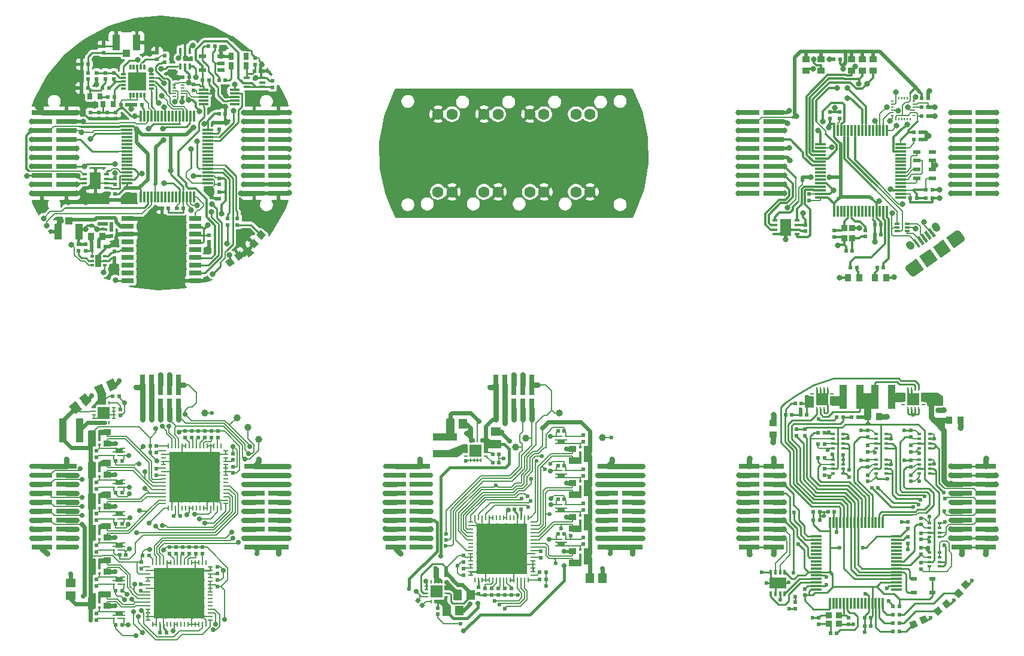
<source format=gtl>
G04 #@! TF.GenerationSoftware,KiCad,Pcbnew,no-vcs-found-d3b382c~59~ubuntu16.04.1*
G04 #@! TF.CreationDate,2017-07-31T19:30:18+01:00*
G04 #@! TF.ProjectId,r2_panel,72325F70616E656C2E6B696361645F70,1*
G04 #@! TF.SameCoordinates,Original
G04 #@! TF.FileFunction,Copper,L1,Top,Signal*
G04 #@! TF.FilePolarity,Positive*
%FSLAX46Y46*%
G04 Gerber Fmt 4.6, Leading zero omitted, Abs format (unit mm)*
G04 Created by KiCad (PCBNEW no-vcs-found-d3b382c~59~ubuntu16.04.1) date Mon Jul 31 19:30:18 2017*
%MOMM*%
%LPD*%
G01*
G04 APERTURE LIST*
%ADD10R,0.300000X1.500000*%
%ADD11R,1.500000X0.300000*%
%ADD12R,0.400000X0.950000*%
%ADD13R,0.620000X0.620000*%
%ADD14R,1.000000X1.050000*%
%ADD15R,1.050000X2.200000*%
%ADD16R,2.920000X0.740000*%
%ADD17C,0.950000*%
%ADD18C,0.100000*%
%ADD19R,0.650000X0.350000*%
%ADD20R,0.800000X0.800000*%
%ADD21R,1.550000X2.400000*%
%ADD22R,0.750000X0.300000*%
%ADD23R,0.300000X0.750000*%
%ADD24R,1.100000X1.100000*%
%ADD25R,2.600000X2.600000*%
%ADD26R,0.750000X0.900000*%
%ADD27R,0.470000X0.400000*%
%ADD28R,0.500000X0.500000*%
%ADD29R,0.950000X1.700000*%
%ADD30R,0.520000X0.520000*%
%ADD31R,0.950000X1.000000*%
%ADD32R,0.950000X0.400000*%
%ADD33R,1.100000X0.600000*%
%ADD34R,1.450000X0.300000*%
%ADD35R,0.600000X0.200000*%
%ADD36R,1.800000X0.700000*%
%ADD37R,0.800000X1.000000*%
%ADD38C,1.600000*%
%ADD39R,7.150000X7.150000*%
%ADD40C,0.800000*%
%ADD41R,0.250000X0.700000*%
%ADD42R,0.700000X0.250000*%
%ADD43R,0.300000X0.250000*%
%ADD44R,0.620000X0.200000*%
%ADD45R,1.100000X0.670000*%
%ADD46R,0.980000X3.400000*%
%ADD47R,0.740000X2.920000*%
%ADD48R,0.400000X0.850000*%
%ADD49R,0.400000X0.455000*%
%ADD50R,1.050000X1.100000*%
%ADD51R,1.000000X0.950000*%
%ADD52C,1.150000*%
%ADD53R,0.250000X0.600000*%
%ADD54R,0.600000X0.250000*%
%ADD55C,0.300000*%
%ADD56R,1.700000X1.700000*%
%ADD57R,1.450000X1.150000*%
%ADD58C,1.000000*%
%ADD59R,0.710000X0.300000*%
%ADD60C,0.400000*%
%ADD61C,1.000000*%
%ADD62C,1.800000*%
%ADD63C,1.575000*%
%ADD64R,0.200000X0.400000*%
%ADD65R,0.400000X0.200000*%
%ADD66R,0.850000X0.950000*%
%ADD67R,0.559000X0.406000*%
%ADD68R,0.350000X0.650000*%
%ADD69R,2.400000X1.550000*%
%ADD70R,0.900000X0.500000*%
%ADD71R,0.950000X0.850000*%
%ADD72R,3.400000X0.980000*%
%ADD73R,1.150000X1.450000*%
%ADD74C,0.620000*%
%ADD75R,0.500000X1.600000*%
%ADD76C,0.700000*%
%ADD77C,0.600000*%
%ADD78C,0.740000*%
%ADD79C,0.280000*%
%ADD80C,0.350000*%
%ADD81C,0.200000*%
%ADD82C,0.500000*%
%ADD83C,0.700000*%
%ADD84C,0.740000*%
%ADD85C,0.600000*%
%ADD86C,0.250000*%
%ADD87C,0.400000*%
%ADD88C,0.300000*%
G04 APERTURE END LIST*
D10*
X72225000Y-81200000D03*
X72725000Y-81200000D03*
X73225000Y-81200000D03*
X73725000Y-81200000D03*
X74225000Y-81200000D03*
X74725000Y-81200000D03*
X75225000Y-81200000D03*
X75725000Y-81200000D03*
X76225000Y-81200000D03*
X76725000Y-81200000D03*
X77225000Y-81200000D03*
X77725000Y-81200000D03*
X78225000Y-81200000D03*
X78725000Y-81200000D03*
X79225000Y-81200000D03*
X79725000Y-81200000D03*
D11*
X81675000Y-79250000D03*
X81675000Y-78750000D03*
X81675000Y-78250000D03*
X81675000Y-77750000D03*
X81675000Y-77250000D03*
X81675000Y-76750000D03*
X81675000Y-76250000D03*
X81675000Y-75750000D03*
X81675000Y-75250000D03*
X81675000Y-74750000D03*
X81675000Y-74250000D03*
X81675000Y-73750000D03*
X81675000Y-73250000D03*
X81675000Y-72750000D03*
X81675000Y-72250000D03*
X81675000Y-71750000D03*
D10*
X79725000Y-69800000D03*
X79225000Y-69800000D03*
X78725000Y-69800000D03*
X78225000Y-69800000D03*
X77725000Y-69800000D03*
X77225000Y-69800000D03*
X76725000Y-69800000D03*
X76225000Y-69800000D03*
X75725000Y-69800000D03*
X75225000Y-69800000D03*
X74725000Y-69800000D03*
X74225000Y-69800000D03*
X73725000Y-69800000D03*
X73225000Y-69800000D03*
X72725000Y-69800000D03*
X72225000Y-69800000D03*
D11*
X70275000Y-71750000D03*
X70275000Y-72250000D03*
X70275000Y-72750000D03*
X70275000Y-73250000D03*
X70275000Y-73750000D03*
X70275000Y-74250000D03*
X70275000Y-74750000D03*
X70275000Y-75250000D03*
X70275000Y-75750000D03*
X70275000Y-76250000D03*
X70275000Y-76750000D03*
X70275000Y-77250000D03*
X70275000Y-77750000D03*
X70275000Y-78250000D03*
X70275000Y-78750000D03*
X70275000Y-79250000D03*
D12*
X79150000Y-60550000D03*
X78500000Y-60550000D03*
X77850000Y-60550000D03*
X77850000Y-62750000D03*
X78500000Y-62750000D03*
X79150000Y-62750000D03*
D13*
X64750000Y-65800000D03*
X63850000Y-65800000D03*
X88400000Y-61575000D03*
X88400000Y-62475000D03*
X67200000Y-88250000D03*
X66300000Y-88250000D03*
D14*
X62050000Y-84575000D03*
D15*
X63525000Y-86100000D03*
X60575000Y-86100000D03*
D13*
X83300000Y-71600000D03*
X83300000Y-70700000D03*
X81870000Y-86660000D03*
X81870000Y-87560000D03*
D16*
X58285000Y-69285000D03*
X61715000Y-69285000D03*
X58285000Y-70555000D03*
X61715000Y-70555000D03*
X58285000Y-71825000D03*
X61715000Y-71825000D03*
X58285000Y-73095000D03*
X61715000Y-73095000D03*
X58285000Y-74365000D03*
X61715000Y-74365000D03*
X58285000Y-75635000D03*
X61715000Y-75635000D03*
X58285000Y-76905000D03*
X61715000Y-76905000D03*
X58285000Y-78175000D03*
X61715000Y-78175000D03*
X58285000Y-79445000D03*
X61715000Y-79445000D03*
X58285000Y-80715000D03*
X61715000Y-80715000D03*
D13*
X83300000Y-81450000D03*
X83300000Y-80550000D03*
X84200000Y-69450000D03*
X83300000Y-69450000D03*
X68600000Y-81650000D03*
X68600000Y-80750000D03*
X75250000Y-82800000D03*
X76150000Y-82800000D03*
X83300000Y-79450000D03*
X83300000Y-78550000D03*
X77350000Y-82800000D03*
X78250000Y-82800000D03*
X68700000Y-70150000D03*
X68700000Y-69250000D03*
X72400000Y-68150000D03*
X71500000Y-68150000D03*
X68600000Y-78550000D03*
X68600000Y-79450000D03*
D17*
X88235770Y-87812836D03*
D18*
G36*
X88313468Y-88498101D02*
X87547424Y-87855313D01*
X88158072Y-87127571D01*
X88924116Y-87770359D01*
X88313468Y-88498101D01*
X88313468Y-88498101D01*
G37*
D17*
X89264230Y-86587164D03*
D18*
G36*
X89341928Y-87272429D02*
X88575884Y-86629641D01*
X89186532Y-85901899D01*
X89952576Y-86544687D01*
X89341928Y-87272429D01*
X89341928Y-87272429D01*
G37*
D17*
X86155322Y-89541139D03*
D18*
G36*
X86257631Y-88859114D02*
X86831207Y-89678266D01*
X86053013Y-90223164D01*
X85479437Y-89404012D01*
X86257631Y-88859114D01*
X86257631Y-88859114D01*
G37*
D17*
X84844678Y-90458861D03*
D18*
G36*
X84946987Y-89776836D02*
X85520563Y-90595988D01*
X84742369Y-91140886D01*
X84168793Y-90321734D01*
X84946987Y-89776836D01*
X84946987Y-89776836D01*
G37*
D19*
X67375000Y-79925000D03*
X67375000Y-79275000D03*
X67375000Y-78625000D03*
X67375000Y-77975000D03*
X64275000Y-77975000D03*
X64275000Y-78625000D03*
X64275000Y-79275000D03*
X64275000Y-79925000D03*
D20*
X65825000Y-79550000D03*
X65825000Y-78350000D03*
X65825000Y-79550000D03*
X65825000Y-78350000D03*
D21*
X65825000Y-78950000D03*
D22*
X69750000Y-63850000D03*
X69750000Y-64350000D03*
X69750000Y-64850000D03*
X69750000Y-65350000D03*
X69750000Y-65850000D03*
D23*
X70750000Y-66850000D03*
X71250000Y-66850000D03*
X71750000Y-66850000D03*
X72250000Y-66850000D03*
X72750000Y-66850000D03*
D22*
X73750000Y-65850000D03*
X73750000Y-65350000D03*
X73750000Y-64850000D03*
X73750000Y-64350000D03*
X73750000Y-63850000D03*
D23*
X72750000Y-62850000D03*
X72250000Y-62850000D03*
X71750000Y-62850000D03*
X71250000Y-62850000D03*
X70750000Y-62850000D03*
D24*
X71100000Y-64200000D03*
X71100000Y-65500000D03*
X72400000Y-64200000D03*
X72400000Y-65500000D03*
D25*
X71750000Y-64850000D03*
D16*
X88285000Y-69285000D03*
X91715000Y-69285000D03*
X88285000Y-70555000D03*
X91715000Y-70555000D03*
X88285000Y-71825000D03*
X91715000Y-71825000D03*
X88285000Y-73095000D03*
X91715000Y-73095000D03*
X88285000Y-74365000D03*
X91715000Y-74365000D03*
X88285000Y-75635000D03*
X91715000Y-75635000D03*
X88285000Y-76905000D03*
X91715000Y-76905000D03*
X88285000Y-78175000D03*
X91715000Y-78175000D03*
X88285000Y-79445000D03*
X91715000Y-79445000D03*
X88285000Y-80715000D03*
X91715000Y-80715000D03*
D13*
X85900000Y-84250000D03*
X85900000Y-85150000D03*
X84500000Y-84250000D03*
X84500000Y-85150000D03*
X69400000Y-68150000D03*
X70300000Y-68150000D03*
X66300000Y-69250000D03*
X66300000Y-70150000D03*
X66000000Y-63650000D03*
X66000000Y-64550000D03*
X68500000Y-67050000D03*
X67600000Y-67050000D03*
X67750000Y-65800000D03*
X66850000Y-65800000D03*
X64800000Y-62450000D03*
X63900000Y-62450000D03*
D26*
X66900000Y-68100000D03*
X68300000Y-68100000D03*
X66450000Y-67000000D03*
X65050000Y-67000000D03*
D13*
X68500000Y-88950000D03*
X68500000Y-89850000D03*
X64400000Y-87900000D03*
X64400000Y-88800000D03*
X88275000Y-63450000D03*
X89175000Y-63450000D03*
X83300000Y-64700000D03*
X84200000Y-64700000D03*
X65250000Y-84400000D03*
X65250000Y-85300000D03*
X66950000Y-60800000D03*
X66950000Y-59900000D03*
D27*
X65335000Y-89600000D03*
X65335000Y-90250000D03*
X65335000Y-90900000D03*
X67165000Y-90900000D03*
X67165000Y-90250000D03*
X67165000Y-89600000D03*
D28*
X66250000Y-89900000D03*
X66250000Y-90600000D03*
D29*
X66250000Y-90250000D03*
D30*
X66400000Y-85000000D03*
X66400000Y-84200000D03*
X68100000Y-85000000D03*
X67300000Y-85000000D03*
X68100000Y-86700000D03*
X68100000Y-85900000D03*
D31*
X65200000Y-86800000D03*
X66800000Y-86800000D03*
D13*
X63400000Y-87900000D03*
X63400000Y-88800000D03*
D14*
X70200000Y-60900000D03*
D15*
X68725000Y-59375000D03*
X71675000Y-59375000D03*
D13*
X90850000Y-64800000D03*
X90850000Y-65700000D03*
D32*
X89450000Y-65650000D03*
X89450000Y-65000000D03*
X89450000Y-64350000D03*
X87250000Y-64350000D03*
X87250000Y-65650000D03*
D13*
X79650000Y-65250000D03*
X79650000Y-66150000D03*
X79050000Y-64250000D03*
X78150000Y-64250000D03*
X81850000Y-64700000D03*
X80950000Y-64700000D03*
D33*
X83550000Y-63250000D03*
X83550000Y-62300000D03*
X83550000Y-61350000D03*
X80950000Y-61350000D03*
X80950000Y-63250000D03*
D34*
X81100000Y-66050000D03*
X81100000Y-66550000D03*
X81100000Y-67050000D03*
X81100000Y-67550000D03*
X81100000Y-68050000D03*
X85500000Y-68050000D03*
X85500000Y-67550000D03*
X85500000Y-67050000D03*
X85500000Y-66550000D03*
X85500000Y-66050000D03*
D35*
X78150000Y-67000000D03*
X78150000Y-66600000D03*
X78150000Y-66200000D03*
X78150000Y-65800000D03*
X78150000Y-65400000D03*
X76950000Y-65400000D03*
X76950000Y-65800000D03*
X76950000Y-66200000D03*
X76950000Y-66600000D03*
X76950000Y-67000000D03*
D36*
X79900000Y-93075000D03*
X79900000Y-91975000D03*
X79900000Y-90875000D03*
X79900000Y-89775000D03*
X79900000Y-88675000D03*
X79900000Y-87575000D03*
X79900000Y-86475000D03*
X79900000Y-85375000D03*
X79900000Y-84275000D03*
X70400000Y-84275000D03*
X70400000Y-85375000D03*
X70400000Y-86475000D03*
X70400000Y-87575000D03*
X70400000Y-88675000D03*
X70400000Y-89775000D03*
X70400000Y-90875000D03*
X70400000Y-91975000D03*
X70400000Y-93075000D03*
D13*
X82700000Y-59850000D03*
X81800000Y-59850000D03*
D37*
X87150000Y-61300000D03*
X87150000Y-62700000D03*
X85050000Y-61300000D03*
X85050000Y-62700000D03*
D13*
X67500000Y-69250000D03*
X67500000Y-70150000D03*
X68400000Y-64550000D03*
X68400000Y-63650000D03*
X67200000Y-64550000D03*
X67200000Y-63650000D03*
X64800000Y-63650000D03*
X64800000Y-64550000D03*
X75625000Y-62125000D03*
X75625000Y-61225000D03*
X74525000Y-60800000D03*
X74525000Y-61700000D03*
X65100000Y-69250000D03*
X65100000Y-70150000D03*
D38*
X133750000Y-80500000D03*
X135750000Y-80500000D03*
X127250000Y-69500000D03*
X129250000Y-69500000D03*
X135750000Y-69500000D03*
X133750000Y-69500000D03*
X127250000Y-80500000D03*
X129250000Y-80500000D03*
X122750000Y-80500000D03*
X120750000Y-80500000D03*
X114250000Y-80500000D03*
X116250000Y-80500000D03*
X114250000Y-69500000D03*
X116250000Y-69500000D03*
X122750000Y-69500000D03*
X120750000Y-69500000D03*
D39*
X77680000Y-137295000D03*
D40*
X74505000Y-134120000D03*
X74505000Y-135390000D03*
X74505000Y-136660000D03*
X74505000Y-137930000D03*
X74505000Y-139200000D03*
X74505000Y-140470000D03*
X75775000Y-134120000D03*
X75775000Y-135390000D03*
X75775000Y-136660000D03*
X75775000Y-137930000D03*
X75775000Y-139200000D03*
X75775000Y-140470000D03*
X77045000Y-134120000D03*
X77045000Y-135390000D03*
X77045000Y-136660000D03*
X77045000Y-137930000D03*
X77045000Y-139200000D03*
X77045000Y-140470000D03*
X78315000Y-134120000D03*
X78315000Y-135390000D03*
X78315000Y-136660000D03*
X78315000Y-137930000D03*
X78315000Y-139200000D03*
X78315000Y-140470000D03*
X79585000Y-134120000D03*
X79585000Y-135390000D03*
X79585000Y-136660000D03*
X79585000Y-137930000D03*
X79585000Y-139200000D03*
X79585000Y-140470000D03*
X80855000Y-134120000D03*
X80855000Y-135390000D03*
X80855000Y-136660000D03*
X80855000Y-137930000D03*
X80855000Y-139200000D03*
X80855000Y-140470000D03*
D41*
X81430000Y-141695000D03*
X80930000Y-141695000D03*
X80430000Y-141695000D03*
X79930000Y-141695000D03*
X79430000Y-141695000D03*
X78930000Y-141695000D03*
X78430000Y-141695000D03*
X77930000Y-141695000D03*
X77430000Y-141695000D03*
X76930000Y-141695000D03*
X76430000Y-141695000D03*
X75930000Y-141695000D03*
X75430000Y-141695000D03*
X74930000Y-141695000D03*
X74430000Y-141695000D03*
X73930000Y-141695000D03*
D42*
X73280000Y-141045000D03*
X73280000Y-140545000D03*
X73280000Y-140045000D03*
X73280000Y-139545000D03*
X73280000Y-139045000D03*
X73280000Y-138545000D03*
X73280000Y-138045000D03*
X73280000Y-137545000D03*
X73280000Y-137045000D03*
X73280000Y-136545000D03*
X73280000Y-136045000D03*
X73280000Y-135545000D03*
X73280000Y-135045000D03*
X73280000Y-134545000D03*
X73280000Y-134045000D03*
X73280000Y-133545000D03*
D41*
X73930000Y-132895000D03*
X74430000Y-132895000D03*
X74930000Y-132895000D03*
X75430000Y-132895000D03*
X75930000Y-132895000D03*
X76430000Y-132895000D03*
X76930000Y-132895000D03*
X77430000Y-132895000D03*
X77930000Y-132895000D03*
X78430000Y-132895000D03*
X78930000Y-132895000D03*
X79430000Y-132895000D03*
X79930000Y-132895000D03*
X80430000Y-132895000D03*
X80930000Y-132895000D03*
X81430000Y-132895000D03*
D42*
X82080000Y-133545000D03*
X82080000Y-134045000D03*
X82080000Y-134545000D03*
X82080000Y-135045000D03*
X82080000Y-135545000D03*
X82080000Y-136045000D03*
X82080000Y-136545000D03*
X82080000Y-137045000D03*
X82080000Y-137545000D03*
X82080000Y-138045000D03*
X82080000Y-138545000D03*
X82080000Y-139045000D03*
X82080000Y-139545000D03*
X82080000Y-140045000D03*
X82080000Y-140545000D03*
X82080000Y-141045000D03*
D39*
X79850000Y-120840000D03*
D40*
X76675000Y-117665000D03*
X76675000Y-118935000D03*
X76675000Y-120205000D03*
X76675000Y-121475000D03*
X76675000Y-122745000D03*
X76675000Y-124015000D03*
X77945000Y-117665000D03*
X77945000Y-118935000D03*
X77945000Y-120205000D03*
X77945000Y-121475000D03*
X77945000Y-122745000D03*
X77945000Y-124015000D03*
X79215000Y-117665000D03*
X79215000Y-118935000D03*
X79215000Y-120205000D03*
X79215000Y-121475000D03*
X79215000Y-122745000D03*
X79215000Y-124015000D03*
X80485000Y-117665000D03*
X80485000Y-118935000D03*
X80485000Y-120205000D03*
X80485000Y-121475000D03*
X80485000Y-122745000D03*
X80485000Y-124015000D03*
X81755000Y-117665000D03*
X81755000Y-118935000D03*
X81755000Y-120205000D03*
X81755000Y-121475000D03*
X81755000Y-122745000D03*
X81755000Y-124015000D03*
X83025000Y-117665000D03*
X83025000Y-118935000D03*
X83025000Y-120205000D03*
X83025000Y-121475000D03*
X83025000Y-122745000D03*
X83025000Y-124015000D03*
D41*
X83600000Y-125240000D03*
X83100000Y-125240000D03*
X82600000Y-125240000D03*
X82100000Y-125240000D03*
X81600000Y-125240000D03*
X81100000Y-125240000D03*
X80600000Y-125240000D03*
X80100000Y-125240000D03*
X79600000Y-125240000D03*
X79100000Y-125240000D03*
X78600000Y-125240000D03*
X78100000Y-125240000D03*
X77600000Y-125240000D03*
X77100000Y-125240000D03*
X76600000Y-125240000D03*
X76100000Y-125240000D03*
D42*
X75450000Y-124590000D03*
X75450000Y-124090000D03*
X75450000Y-123590000D03*
X75450000Y-123090000D03*
X75450000Y-122590000D03*
X75450000Y-122090000D03*
X75450000Y-121590000D03*
X75450000Y-121090000D03*
X75450000Y-120590000D03*
X75450000Y-120090000D03*
X75450000Y-119590000D03*
X75450000Y-119090000D03*
X75450000Y-118590000D03*
X75450000Y-118090000D03*
X75450000Y-117590000D03*
X75450000Y-117090000D03*
D41*
X76100000Y-116440000D03*
X76600000Y-116440000D03*
X77100000Y-116440000D03*
X77600000Y-116440000D03*
X78100000Y-116440000D03*
X78600000Y-116440000D03*
X79100000Y-116440000D03*
X79600000Y-116440000D03*
X80100000Y-116440000D03*
X80600000Y-116440000D03*
X81100000Y-116440000D03*
X81600000Y-116440000D03*
X82100000Y-116440000D03*
X82600000Y-116440000D03*
X83100000Y-116440000D03*
X83600000Y-116440000D03*
D42*
X84250000Y-117090000D03*
X84250000Y-117590000D03*
X84250000Y-118090000D03*
X84250000Y-118590000D03*
X84250000Y-119090000D03*
X84250000Y-119590000D03*
X84250000Y-120090000D03*
X84250000Y-120590000D03*
X84250000Y-121090000D03*
X84250000Y-121590000D03*
X84250000Y-122090000D03*
X84250000Y-122590000D03*
X84250000Y-123090000D03*
X84250000Y-123590000D03*
X84250000Y-124090000D03*
X84250000Y-124590000D03*
D43*
X69850000Y-130150000D03*
X69850000Y-130650000D03*
X69850000Y-131150000D03*
D44*
X69210000Y-131150000D03*
D45*
X69150000Y-130440000D03*
D43*
X68450000Y-130150000D03*
X68450000Y-130650000D03*
X68450000Y-131150000D03*
X69850000Y-116800000D03*
X69850000Y-117300000D03*
X69850000Y-117800000D03*
D44*
X69210000Y-117800000D03*
D45*
X69150000Y-117090000D03*
D43*
X68450000Y-116800000D03*
X68450000Y-117300000D03*
X68450000Y-117800000D03*
D46*
X61190000Y-114250000D03*
X63560000Y-114250000D03*
D47*
X72460000Y-111215000D03*
X72460000Y-107785000D03*
X73730000Y-111215000D03*
X73730000Y-107785000D03*
X75000000Y-111215000D03*
X75000000Y-107785000D03*
X76270000Y-111215000D03*
X76270000Y-107785000D03*
X77540000Y-111215000D03*
X77540000Y-107785000D03*
D16*
X88285000Y-119285000D03*
X91715000Y-119285000D03*
X88285000Y-120555000D03*
X91715000Y-120555000D03*
X88285000Y-121825000D03*
X91715000Y-121825000D03*
X88285000Y-123095000D03*
X91715000Y-123095000D03*
X88285000Y-124365000D03*
X91715000Y-124365000D03*
X88285000Y-125635000D03*
X91715000Y-125635000D03*
X88285000Y-126905000D03*
X91715000Y-126905000D03*
X88285000Y-128175000D03*
X91715000Y-128175000D03*
X88285000Y-129445000D03*
X91715000Y-129445000D03*
X88285000Y-130715000D03*
X91715000Y-130715000D03*
X58285000Y-119285000D03*
X61715000Y-119285000D03*
X58285000Y-120555000D03*
X61715000Y-120555000D03*
X58285000Y-121825000D03*
X61715000Y-121825000D03*
X58285000Y-123095000D03*
X61715000Y-123095000D03*
X58285000Y-124365000D03*
X61715000Y-124365000D03*
X58285000Y-125635000D03*
X61715000Y-125635000D03*
X58285000Y-126905000D03*
X61715000Y-126905000D03*
X58285000Y-128175000D03*
X61715000Y-128175000D03*
X58285000Y-129445000D03*
X61715000Y-129445000D03*
X58285000Y-130715000D03*
X61715000Y-130715000D03*
D13*
X83075000Y-136325000D03*
X83075000Y-135425000D03*
X74950000Y-142850000D03*
X75850000Y-142850000D03*
X83075000Y-133550000D03*
X83075000Y-134450000D03*
X72225000Y-136875000D03*
X72225000Y-135975000D03*
X77225000Y-131675000D03*
X77225000Y-130775000D03*
X72325000Y-133775000D03*
X72325000Y-132875000D03*
X79075000Y-130775000D03*
X79075000Y-131675000D03*
X72525000Y-131925000D03*
X73425000Y-131925000D03*
X80000000Y-130775000D03*
X80000000Y-131675000D03*
X78150000Y-130775000D03*
X78150000Y-131675000D03*
X76300000Y-130775000D03*
X76300000Y-131675000D03*
X65975000Y-118050000D03*
X65075000Y-118050000D03*
X65975000Y-122500000D03*
X65075000Y-122500000D03*
X65975000Y-126950000D03*
X65075000Y-126950000D03*
X65975000Y-131400000D03*
X65075000Y-131400000D03*
X65075000Y-117125000D03*
X65975000Y-117125000D03*
X65075000Y-121575000D03*
X65975000Y-121575000D03*
X65075000Y-126025000D03*
X65975000Y-126025000D03*
X65075000Y-130475000D03*
X65975000Y-130475000D03*
D48*
X66375000Y-115279000D03*
D49*
X66375000Y-114452500D03*
X66375000Y-116297500D03*
X65725000Y-114452500D03*
X65075000Y-114452500D03*
X65075000Y-116297500D03*
D50*
X65400000Y-115375000D03*
D49*
X65725000Y-116297500D03*
D51*
X67525000Y-114450000D03*
X67525000Y-116050000D03*
X67525000Y-118900000D03*
X67525000Y-120500000D03*
X67525000Y-124950000D03*
X67525000Y-123350000D03*
X67525000Y-129400000D03*
X67525000Y-127800000D03*
D48*
X66375000Y-119725000D03*
D49*
X66375000Y-118898500D03*
X66375000Y-120743500D03*
X65725000Y-118898500D03*
X65075000Y-118898500D03*
X65075000Y-120743500D03*
D50*
X65400000Y-119821000D03*
D49*
X65725000Y-120743500D03*
X65725000Y-125193500D03*
D50*
X65400000Y-124271000D03*
D49*
X65075000Y-125193500D03*
X65075000Y-123348500D03*
X65725000Y-123348500D03*
X66375000Y-125193500D03*
X66375000Y-123348500D03*
D48*
X66375000Y-124175000D03*
X66375000Y-128629000D03*
D49*
X66375000Y-127802500D03*
X66375000Y-129647500D03*
X65725000Y-127802500D03*
X65075000Y-127802500D03*
X65075000Y-129647500D03*
D50*
X65400000Y-128725000D03*
D49*
X65725000Y-129647500D03*
D52*
X66484323Y-108555356D03*
D18*
G36*
X66269594Y-109455435D02*
X65656798Y-108141288D01*
X66699052Y-107655277D01*
X67311848Y-108969424D01*
X66269594Y-109455435D01*
X66269594Y-109455435D01*
G37*
D52*
X68115677Y-107794644D03*
D18*
G36*
X67900948Y-108694723D02*
X67288152Y-107380576D01*
X68330406Y-106894565D01*
X68943202Y-108208712D01*
X67900948Y-108694723D01*
X67900948Y-108694723D01*
G37*
D13*
X69150000Y-109400000D03*
X68250000Y-109400000D03*
X69320000Y-111250000D03*
X69320000Y-112150000D03*
D52*
X64389440Y-109881491D03*
D18*
G36*
X64414985Y-110806476D02*
X63482943Y-109695712D01*
X64363895Y-108956506D01*
X65295937Y-110067270D01*
X64414985Y-110806476D01*
X64414985Y-110806476D01*
G37*
D52*
X63010560Y-111038509D03*
D18*
G36*
X63036105Y-111963494D02*
X62104063Y-110852730D01*
X62985015Y-110113524D01*
X63917057Y-111224288D01*
X63036105Y-111963494D01*
X63036105Y-111963494D01*
G37*
D13*
X77825000Y-126375000D03*
X76925000Y-126375000D03*
X85250000Y-117500000D03*
X85250000Y-118400000D03*
D53*
X66249999Y-113149999D03*
X66750000Y-113149999D03*
X67250000Y-113149999D03*
X67750001Y-113149999D03*
D54*
X68400000Y-112500000D03*
X68400000Y-111999999D03*
X68400000Y-111499999D03*
X68400000Y-110999998D03*
D53*
X67750001Y-110349999D03*
X67250000Y-110349999D03*
X66750000Y-110349999D03*
X66249999Y-110349999D03*
D54*
X65600000Y-110999998D03*
X65600000Y-111499999D03*
X65600000Y-111999999D03*
X65600000Y-112500000D03*
D55*
X66400000Y-112349999D03*
X67600000Y-112349999D03*
X66400000Y-111149999D03*
X67600000Y-111149999D03*
D56*
X67000000Y-111749999D03*
D13*
X80925000Y-130775000D03*
X80925000Y-131675000D03*
X85250000Y-119375000D03*
X85250000Y-120275000D03*
X74450000Y-119650000D03*
X74450000Y-120550000D03*
D49*
X65725000Y-134470000D03*
D50*
X65400000Y-133547500D03*
D49*
X65075000Y-134470000D03*
X65075000Y-132625000D03*
X65725000Y-132625000D03*
X66375000Y-134470000D03*
X66375000Y-132625000D03*
D48*
X66375000Y-133451500D03*
D49*
X65725000Y-139297500D03*
D50*
X65400000Y-138375000D03*
D49*
X65075000Y-139297500D03*
X65075000Y-137452500D03*
X65725000Y-137452500D03*
X66375000Y-139297500D03*
X66375000Y-137452500D03*
D48*
X66375000Y-138279000D03*
D13*
X79425000Y-114325000D03*
X79425000Y-115225000D03*
X73550000Y-117350000D03*
X74450000Y-117350000D03*
X81275000Y-114325000D03*
X81275000Y-115225000D03*
X73550000Y-116425000D03*
X74450000Y-116425000D03*
X82200000Y-114325000D03*
X82200000Y-115225000D03*
X83125000Y-114325000D03*
X83125000Y-115225000D03*
X80350000Y-115225000D03*
X80350000Y-114325000D03*
X78500000Y-115225000D03*
X78500000Y-114325000D03*
X65075000Y-136225000D03*
X65975000Y-136225000D03*
X65075000Y-135300000D03*
X65975000Y-135300000D03*
D51*
X67525000Y-132625000D03*
X67525000Y-134225000D03*
D13*
X65975000Y-141050000D03*
X65075000Y-141050000D03*
X65975000Y-140125000D03*
X65075000Y-140125000D03*
D51*
X67525000Y-137450000D03*
X67525000Y-139050000D03*
D43*
X68450000Y-122285000D03*
X68450000Y-121785000D03*
X68450000Y-121285000D03*
D45*
X69150000Y-121575000D03*
D44*
X69210000Y-122285000D03*
D43*
X69850000Y-122285000D03*
X69850000Y-121785000D03*
X69850000Y-121285000D03*
X68450000Y-126725000D03*
X68450000Y-126225000D03*
X68450000Y-125725000D03*
D45*
X69150000Y-126015000D03*
D44*
X69210000Y-126725000D03*
D43*
X69850000Y-126725000D03*
X69850000Y-126225000D03*
X69850000Y-125725000D03*
X68450000Y-136000000D03*
X68450000Y-135500000D03*
X68450000Y-135000000D03*
D45*
X69150000Y-135290000D03*
D44*
X69210000Y-136000000D03*
D43*
X69850000Y-136000000D03*
X69850000Y-135500000D03*
X69850000Y-135000000D03*
X69850000Y-139850000D03*
X69850000Y-140350000D03*
X69850000Y-140850000D03*
D44*
X69210000Y-140850000D03*
D45*
X69150000Y-140140000D03*
D43*
X68450000Y-139850000D03*
X68450000Y-140350000D03*
X68450000Y-140850000D03*
D13*
X68675000Y-118550000D03*
X69575000Y-118550000D03*
X69575000Y-123025000D03*
X68675000Y-123025000D03*
X68675000Y-127475000D03*
X69575000Y-127475000D03*
X70125000Y-131875000D03*
X69225000Y-131875000D03*
X68675000Y-136875000D03*
X69575000Y-136875000D03*
X69600000Y-141775000D03*
X68700000Y-141775000D03*
D57*
X62350000Y-137575000D03*
X62350000Y-135775000D03*
D58*
X88950000Y-115475000D03*
X87425000Y-113825000D03*
X85825000Y-112425000D03*
X81250000Y-111775000D03*
D59*
X180621999Y-85990000D03*
X180622000Y-85490000D03*
X180621999Y-84990000D03*
X179182001Y-84990000D03*
X179182000Y-85490000D03*
X179182001Y-85990000D03*
D60*
X183011735Y-87023281D03*
D18*
G36*
X183239143Y-87689547D02*
X182458074Y-86588443D01*
X182784327Y-86357015D01*
X183565396Y-87458119D01*
X183239143Y-87689547D01*
X183239143Y-87689547D01*
G37*
D60*
X183541897Y-86647211D03*
D18*
G36*
X183769305Y-87313477D02*
X182988236Y-86212373D01*
X183314489Y-85980945D01*
X184095558Y-87082049D01*
X183769305Y-87313477D01*
X183769305Y-87313477D01*
G37*
D60*
X182481574Y-87399352D03*
D18*
G36*
X182708982Y-88065618D02*
X181927913Y-86964514D01*
X182254166Y-86733086D01*
X183035235Y-87834190D01*
X182708982Y-88065618D01*
X182708982Y-88065618D01*
G37*
D60*
X181951412Y-87775422D03*
D18*
G36*
X182178820Y-88441688D02*
X181397751Y-87340584D01*
X181724004Y-87109156D01*
X182505073Y-88210260D01*
X182178820Y-88441688D01*
X182178820Y-88441688D01*
G37*
D60*
X184072058Y-86271141D03*
D18*
G36*
X184299466Y-86937407D02*
X183518397Y-85836303D01*
X183844650Y-85604875D01*
X184625719Y-86705979D01*
X184299466Y-86937407D01*
X184299466Y-86937407D01*
G37*
D58*
X184638484Y-85470884D03*
D61*
X184566163Y-85368930D02*
X184710805Y-85572838D01*
D58*
X181008917Y-88045518D03*
D61*
X180936596Y-87943564D02*
X181081238Y-88147472D01*
D62*
X185497387Y-88539745D03*
D18*
G36*
X185312958Y-89835309D02*
X184213676Y-88285606D01*
X185681816Y-87244181D01*
X186781098Y-88793884D01*
X185312958Y-89835309D01*
X185312958Y-89835309D01*
G37*
D62*
X183621431Y-89870455D03*
D18*
G36*
X183437002Y-91166019D02*
X182337720Y-89616316D01*
X183805860Y-88574891D01*
X184905142Y-90124594D01*
X183437002Y-91166019D01*
X183437002Y-91166019D01*
G37*
D63*
X187322366Y-87245195D03*
D18*
G36*
X187229696Y-88475670D02*
X186130414Y-86925967D01*
X187415036Y-86014720D01*
X188514318Y-87564423D01*
X187229696Y-88475670D01*
X187229696Y-88475670D01*
G37*
D58*
X187964677Y-86789572D03*
D61*
X187704321Y-86422537D02*
X188225033Y-87156607D01*
D63*
X181796452Y-91165005D03*
D18*
G36*
X181703782Y-92395480D02*
X180604500Y-90845777D01*
X181889122Y-89934530D01*
X182988404Y-91484233D01*
X181703782Y-92395480D01*
X181703782Y-92395480D01*
G37*
D58*
X181154141Y-91620628D03*
D61*
X180893785Y-91253593D02*
X181414497Y-91987663D01*
D33*
X184150000Y-78575000D03*
X184150000Y-77325000D03*
X184150000Y-76075000D03*
X184150000Y-74825000D03*
X181950000Y-74825000D03*
X181950000Y-76075000D03*
X181950000Y-77325000D03*
X181950000Y-78575000D03*
D13*
X166750000Y-80800000D03*
X166750000Y-81700000D03*
D16*
X158285000Y-69285000D03*
X161715000Y-69285000D03*
X158285000Y-70555000D03*
X161715000Y-70555000D03*
X158285000Y-71825000D03*
X161715000Y-71825000D03*
X158285000Y-73095000D03*
X161715000Y-73095000D03*
X158285000Y-74365000D03*
X161715000Y-74365000D03*
X158285000Y-75635000D03*
X161715000Y-75635000D03*
X158285000Y-76905000D03*
X161715000Y-76905000D03*
X158285000Y-78175000D03*
X161715000Y-78175000D03*
X158285000Y-79445000D03*
X161715000Y-79445000D03*
X158285000Y-80715000D03*
X161715000Y-80715000D03*
D10*
X170250000Y-83200000D03*
X170750000Y-83200000D03*
X171250000Y-83200000D03*
X171750000Y-83200000D03*
X172250000Y-83200000D03*
X172750000Y-83200000D03*
X173250000Y-83200000D03*
X173750000Y-83200000D03*
X174250000Y-83200000D03*
X174750000Y-83200000D03*
X175250000Y-83200000D03*
X175750000Y-83200000D03*
X176250000Y-83200000D03*
X176750000Y-83200000D03*
X177250000Y-83200000D03*
X177750000Y-83200000D03*
D11*
X179700000Y-81250000D03*
X179700000Y-80750000D03*
X179700000Y-80250000D03*
X179700000Y-79750000D03*
X179700000Y-79250000D03*
X179700000Y-78750000D03*
X179700000Y-78250000D03*
X179700000Y-77750000D03*
X179700000Y-77250000D03*
X179700000Y-76750000D03*
X179700000Y-76250000D03*
X179700000Y-75750000D03*
X179700000Y-75250000D03*
X179700000Y-74750000D03*
X179700000Y-74250000D03*
X179700000Y-73750000D03*
D10*
X177750000Y-71800000D03*
X177250000Y-71800000D03*
X176750000Y-71800000D03*
X176250000Y-71800000D03*
X175750000Y-71800000D03*
X175250000Y-71800000D03*
X174750000Y-71800000D03*
X174250000Y-71800000D03*
X173750000Y-71800000D03*
X173250000Y-71800000D03*
X172750000Y-71800000D03*
X172250000Y-71800000D03*
X171750000Y-71800000D03*
X171250000Y-71800000D03*
X170750000Y-71800000D03*
X170250000Y-71800000D03*
D11*
X168300000Y-73750000D03*
X168300000Y-74250000D03*
X168300000Y-74750000D03*
X168300000Y-75250000D03*
X168300000Y-75750000D03*
X168300000Y-76250000D03*
X168300000Y-76750000D03*
X168300000Y-77250000D03*
X168300000Y-77750000D03*
X168300000Y-78250000D03*
X168300000Y-78750000D03*
X168300000Y-79250000D03*
X168300000Y-79750000D03*
X168300000Y-80250000D03*
X168300000Y-80750000D03*
X168300000Y-81250000D03*
D51*
X166310000Y-61770000D03*
X166310000Y-63370000D03*
D13*
X172550000Y-91200000D03*
X173450000Y-91200000D03*
D64*
X179000000Y-70200000D03*
X179400000Y-70200000D03*
X179800000Y-70200000D03*
X180200000Y-70200000D03*
X180600000Y-70200000D03*
X181000000Y-70200000D03*
D65*
X181500000Y-69700000D03*
X181500000Y-69300000D03*
X181500000Y-68900000D03*
X181500000Y-68500000D03*
X181500000Y-68100000D03*
X181500000Y-67700000D03*
D64*
X181000000Y-67200000D03*
X180600000Y-67200000D03*
X180200000Y-67200000D03*
X179800000Y-67200000D03*
X179400000Y-67200000D03*
X179000000Y-67200000D03*
D65*
X178500000Y-67700000D03*
X178500000Y-68100000D03*
X178500000Y-68500000D03*
X178500000Y-68900000D03*
X178500000Y-69300000D03*
X178500000Y-69700000D03*
D13*
X183550000Y-67200000D03*
X182650000Y-67200000D03*
D19*
X165000000Y-86475000D03*
X165000000Y-85825000D03*
X165000000Y-85175000D03*
X165000000Y-84525000D03*
X161900000Y-84525000D03*
X161900000Y-85175000D03*
X161900000Y-85825000D03*
X161900000Y-86475000D03*
D20*
X163450000Y-86100000D03*
X163450000Y-84900000D03*
X163450000Y-86100000D03*
X163450000Y-84900000D03*
D21*
X163450000Y-85500000D03*
D13*
X175991107Y-85065147D03*
X176891107Y-85065147D03*
X175991107Y-86565147D03*
X176891107Y-86565147D03*
X184150000Y-81400000D03*
X183250000Y-81400000D03*
X181050000Y-81400000D03*
X181950000Y-81400000D03*
X182650000Y-68500000D03*
X183550000Y-68500000D03*
X183550000Y-69800000D03*
X182650000Y-69800000D03*
X170250000Y-86850000D03*
X170250000Y-85950000D03*
X172855047Y-88866527D03*
X171955047Y-88866527D03*
X182475000Y-72050000D03*
X181575000Y-72050000D03*
X169700000Y-69225000D03*
X169700000Y-70125000D03*
X171000000Y-70125000D03*
X171000000Y-69225000D03*
X181550000Y-73100000D03*
X182450000Y-73100000D03*
X166250000Y-85150000D03*
X166250000Y-86050000D03*
X183250000Y-80150000D03*
X184150000Y-80150000D03*
D31*
X172200000Y-92600000D03*
X173800000Y-92600000D03*
X177600000Y-92600000D03*
X176000000Y-92600000D03*
D13*
X174705047Y-86816527D03*
X174705047Y-85916527D03*
X177250000Y-91200000D03*
X176350000Y-91200000D03*
D66*
X171705047Y-85616527D03*
X171705047Y-87066527D03*
X172855047Y-87066527D03*
X172855047Y-85616527D03*
D51*
X168425000Y-61750000D03*
X168425000Y-63350000D03*
X175800000Y-61700000D03*
X175800000Y-63300000D03*
X174250000Y-61700000D03*
X174250000Y-63300000D03*
X172700000Y-61700000D03*
X172700000Y-63300000D03*
D13*
X171125000Y-61750000D03*
X170225000Y-61750000D03*
D16*
X188285000Y-69285000D03*
X191715000Y-69285000D03*
X188285000Y-70555000D03*
X191715000Y-70555000D03*
X188285000Y-71825000D03*
X191715000Y-71825000D03*
X188285000Y-73095000D03*
X191715000Y-73095000D03*
X188285000Y-74365000D03*
X191715000Y-74365000D03*
X188285000Y-75635000D03*
X191715000Y-75635000D03*
X188285000Y-76905000D03*
X191715000Y-76905000D03*
X188285000Y-78175000D03*
X191715000Y-78175000D03*
X188285000Y-79445000D03*
X191715000Y-79445000D03*
X188285000Y-80715000D03*
X191715000Y-80715000D03*
D51*
X161650000Y-113200000D03*
X161650000Y-114800000D03*
D67*
X185186500Y-131525000D03*
X185186500Y-132175000D03*
X185186500Y-132825000D03*
X185186500Y-133475000D03*
X183713500Y-133475000D03*
X183713500Y-132825000D03*
X183713500Y-132175000D03*
X183713500Y-131525000D03*
D17*
X188864230Y-136037164D03*
D18*
G36*
X188786532Y-135351899D02*
X189552576Y-135994687D01*
X188941928Y-136722429D01*
X188175884Y-136079641D01*
X188786532Y-135351899D01*
X188786532Y-135351899D01*
G37*
D17*
X187835770Y-137262836D03*
D18*
G36*
X187758072Y-136577571D02*
X188524116Y-137220359D01*
X187913468Y-137948101D01*
X187147424Y-137305313D01*
X187758072Y-136577571D01*
X187758072Y-136577571D01*
G37*
D67*
X170063500Y-114775000D03*
X170063500Y-115425000D03*
X170063500Y-116075000D03*
X170063500Y-116725000D03*
X171536500Y-116725000D03*
X171536500Y-116075000D03*
X171536500Y-115425000D03*
X171536500Y-114775000D03*
D13*
X170300000Y-125700000D03*
X169400000Y-125700000D03*
X167300000Y-125700000D03*
X168200000Y-125700000D03*
X175000000Y-121450000D03*
X175000000Y-120550000D03*
X182550000Y-128750000D03*
X182550000Y-129650000D03*
X175000000Y-117250000D03*
X175000000Y-116350000D03*
X182550000Y-131750000D03*
X182550000Y-130850000D03*
X175000000Y-118450000D03*
X175000000Y-119350000D03*
X182550000Y-127550000D03*
X182550000Y-126650000D03*
X175000000Y-114250000D03*
X175000000Y-115150000D03*
X164950000Y-114950000D03*
X164950000Y-114050000D03*
X166150000Y-114950000D03*
X166150000Y-114050000D03*
X182550000Y-132950000D03*
X182550000Y-133850000D03*
X168900000Y-120550000D03*
X168900000Y-119650000D03*
X181150000Y-116350000D03*
X181150000Y-117250000D03*
X168000000Y-116150000D03*
X168900000Y-116150000D03*
X181150000Y-119350000D03*
X181150000Y-118450000D03*
X168900000Y-118150000D03*
X168000000Y-118150000D03*
X181150000Y-115150000D03*
X181150000Y-114250000D03*
X168900000Y-114550000D03*
X168000000Y-114550000D03*
X171550000Y-112400000D03*
X170650000Y-112400000D03*
X173650000Y-112400000D03*
X172750000Y-112400000D03*
X181150000Y-121450000D03*
X181150000Y-120550000D03*
X165650000Y-110450000D03*
X164750000Y-110450000D03*
X169750000Y-142900000D03*
X170650000Y-142900000D03*
X179500000Y-140300000D03*
X178600000Y-140300000D03*
X178600000Y-141500000D03*
X179500000Y-141500000D03*
X179500000Y-142700000D03*
X178600000Y-142700000D03*
X180700000Y-128100000D03*
X180700000Y-127200000D03*
X163400000Y-112000000D03*
X164300000Y-112000000D03*
X168100000Y-140750000D03*
X168100000Y-141650000D03*
X178600000Y-139100000D03*
X179500000Y-139100000D03*
X172300000Y-140750000D03*
X172300000Y-141650000D03*
X168200000Y-126900000D03*
X167300000Y-126900000D03*
X175450000Y-140700000D03*
X174550000Y-140700000D03*
X180700000Y-130200000D03*
X180700000Y-129300000D03*
X184000000Y-111350000D03*
X184900000Y-111350000D03*
X165500000Y-112000000D03*
X166400000Y-112000000D03*
X164750000Y-138550000D03*
X164750000Y-139450000D03*
X175450000Y-141900000D03*
X174550000Y-141900000D03*
X166100000Y-136650000D03*
X166100000Y-137550000D03*
D31*
X188100000Y-112750000D03*
X186500000Y-112750000D03*
X175000000Y-112250000D03*
X176600000Y-112250000D03*
D17*
X182925046Y-141011905D03*
D18*
G36*
X183144233Y-140358007D02*
X183566851Y-141264315D01*
X182705859Y-141665803D01*
X182283241Y-140759495D01*
X183144233Y-140358007D01*
X183144233Y-140358007D01*
G37*
D17*
X181474954Y-141688095D03*
D18*
G36*
X181694141Y-141034197D02*
X182116759Y-141940505D01*
X181255767Y-142341993D01*
X180833149Y-141435685D01*
X181694141Y-141034197D01*
X181694141Y-141034197D01*
G37*
D17*
X184937164Y-139814230D03*
D18*
G36*
X184979641Y-139125884D02*
X185622429Y-139891928D01*
X184894687Y-140502576D01*
X184251899Y-139736532D01*
X184979641Y-139125884D01*
X184979641Y-139125884D01*
G37*
D17*
X186162836Y-138785770D03*
D18*
G36*
X186205313Y-138097424D02*
X186848101Y-138863468D01*
X186120359Y-139474116D01*
X185477571Y-138708072D01*
X186205313Y-138097424D01*
X186205313Y-138097424D01*
G37*
D67*
X183786500Y-118375000D03*
X183786500Y-119025000D03*
X183786500Y-119675000D03*
X183786500Y-120325000D03*
X182313500Y-120325000D03*
X182313500Y-119675000D03*
X182313500Y-119025000D03*
X182313500Y-118375000D03*
X176163500Y-118375000D03*
X176163500Y-119025000D03*
X176163500Y-119675000D03*
X176163500Y-120325000D03*
X177636500Y-120325000D03*
X177636500Y-119675000D03*
X177636500Y-119025000D03*
X177636500Y-118375000D03*
X171536500Y-118375000D03*
X171536500Y-119025000D03*
X171536500Y-119675000D03*
X171536500Y-120325000D03*
X170063500Y-120325000D03*
X170063500Y-119675000D03*
X170063500Y-119025000D03*
X170063500Y-118375000D03*
X185186500Y-127375000D03*
X185186500Y-128025000D03*
X185186500Y-128675000D03*
X185186500Y-129325000D03*
X183713500Y-129325000D03*
X183713500Y-128675000D03*
X183713500Y-128025000D03*
X183713500Y-127375000D03*
X177636500Y-114775000D03*
X177636500Y-115425000D03*
X177636500Y-116075000D03*
X177636500Y-116725000D03*
X176163500Y-116725000D03*
X176163500Y-116075000D03*
X176163500Y-115425000D03*
X176163500Y-114775000D03*
X182313500Y-114775000D03*
X182313500Y-115425000D03*
X182313500Y-116075000D03*
X182313500Y-116725000D03*
X183786500Y-116725000D03*
X183786500Y-116075000D03*
X183786500Y-115425000D03*
X183786500Y-114775000D03*
D68*
X161325000Y-137350000D03*
X161975000Y-137350000D03*
X162625000Y-137350000D03*
X163275000Y-137350000D03*
X163275000Y-134250000D03*
X162625000Y-134250000D03*
X161975000Y-134250000D03*
X161325000Y-134250000D03*
D69*
X162300000Y-135800000D03*
D10*
X169650000Y-138700000D03*
X170150000Y-138700000D03*
X170650000Y-138700000D03*
X171150000Y-138700000D03*
X171650000Y-138700000D03*
X172150000Y-138700000D03*
X172650000Y-138700000D03*
X173150000Y-138700000D03*
X173650000Y-138700000D03*
X174150000Y-138700000D03*
X174650000Y-138700000D03*
X175150000Y-138700000D03*
X175650000Y-138700000D03*
X176150000Y-138700000D03*
X176650000Y-138700000D03*
X177150000Y-138700000D03*
D11*
X179100000Y-136750000D03*
X179100000Y-136250000D03*
X179100000Y-135750000D03*
X179100000Y-135250000D03*
X179100000Y-134750000D03*
X179100000Y-134250000D03*
X179100000Y-133750000D03*
X179100000Y-133250000D03*
X179100000Y-132750000D03*
X179100000Y-132250000D03*
X179100000Y-131750000D03*
X179100000Y-131250000D03*
X179100000Y-130750000D03*
X179100000Y-130250000D03*
X179100000Y-129750000D03*
X179100000Y-129250000D03*
D10*
X177150000Y-127300000D03*
X176650000Y-127300000D03*
X176150000Y-127300000D03*
X175650000Y-127300000D03*
X175150000Y-127300000D03*
X174650000Y-127300000D03*
X174150000Y-127300000D03*
X173650000Y-127300000D03*
X173150000Y-127300000D03*
X172650000Y-127300000D03*
X172150000Y-127300000D03*
X171650000Y-127300000D03*
X171150000Y-127300000D03*
X170650000Y-127300000D03*
X170150000Y-127300000D03*
X169650000Y-127300000D03*
D11*
X167700000Y-129250000D03*
X167700000Y-129750000D03*
X167700000Y-130250000D03*
X167700000Y-130750000D03*
X167700000Y-131250000D03*
X167700000Y-131750000D03*
X167700000Y-132250000D03*
X167700000Y-132750000D03*
X167700000Y-133250000D03*
X167700000Y-133750000D03*
X167700000Y-134250000D03*
X167700000Y-134750000D03*
X167700000Y-135250000D03*
X167700000Y-135750000D03*
X167700000Y-136250000D03*
X167700000Y-136750000D03*
D56*
X168550000Y-109800000D03*
D55*
X167950000Y-109200000D03*
X167950000Y-110400000D03*
X169150000Y-109200000D03*
X169150000Y-110400000D03*
D53*
X169300000Y-111200000D03*
X168800000Y-111200000D03*
X168300000Y-111200000D03*
X167800000Y-111200000D03*
D54*
X167150000Y-110550000D03*
X167150000Y-110050000D03*
X167150000Y-109550000D03*
X167150000Y-109050000D03*
D53*
X167800000Y-108400000D03*
X168300000Y-108400000D03*
X168800000Y-108400000D03*
X169300000Y-108400000D03*
D54*
X169950000Y-109050000D03*
X169950000Y-109550000D03*
X169950000Y-110050000D03*
X169950000Y-110550000D03*
X180050000Y-109050000D03*
X180050000Y-109550000D03*
X180050000Y-110050000D03*
X180050000Y-110550000D03*
D53*
X180700000Y-111200000D03*
X181200000Y-111200000D03*
X181700000Y-111200000D03*
X182200000Y-111200000D03*
D54*
X182850000Y-110550000D03*
X182850000Y-110050000D03*
X182850000Y-109550000D03*
X182850000Y-109050000D03*
D53*
X182200000Y-108400000D03*
X181700000Y-108400000D03*
X181200000Y-108400000D03*
X180700000Y-108400000D03*
D55*
X180850000Y-109200000D03*
X180850000Y-110400000D03*
X182050000Y-109200000D03*
X182050000Y-110400000D03*
D56*
X181450000Y-109800000D03*
D70*
X181550000Y-135250000D03*
X184150000Y-135250000D03*
X184150000Y-137150000D03*
X181550000Y-137150000D03*
D16*
X191715000Y-130715000D03*
X188285000Y-130715000D03*
X191715000Y-129445000D03*
X188285000Y-129445000D03*
X191715000Y-128175000D03*
X188285000Y-128175000D03*
X191715000Y-126905000D03*
X188285000Y-126905000D03*
X191715000Y-125635000D03*
X188285000Y-125635000D03*
X191715000Y-124365000D03*
X188285000Y-124365000D03*
X191715000Y-123095000D03*
X188285000Y-123095000D03*
X191715000Y-121825000D03*
X188285000Y-121825000D03*
X191715000Y-120555000D03*
X188285000Y-120555000D03*
X191715000Y-119285000D03*
X188285000Y-119285000D03*
X158285000Y-119285000D03*
X161715000Y-119285000D03*
X158285000Y-120555000D03*
X161715000Y-120555000D03*
X158285000Y-121825000D03*
X161715000Y-121825000D03*
X158285000Y-123095000D03*
X161715000Y-123095000D03*
X158285000Y-124365000D03*
X161715000Y-124365000D03*
X158285000Y-125635000D03*
X161715000Y-125635000D03*
X158285000Y-126905000D03*
X161715000Y-126905000D03*
X158285000Y-128175000D03*
X161715000Y-128175000D03*
X158285000Y-129445000D03*
X161715000Y-129445000D03*
X158285000Y-130715000D03*
X161715000Y-130715000D03*
D46*
X173935000Y-109500000D03*
X171565000Y-109500000D03*
X178435000Y-109500000D03*
X176065000Y-109500000D03*
D71*
X170925000Y-140425000D03*
X169475000Y-140425000D03*
X169475000Y-141575000D03*
X170925000Y-141575000D03*
D39*
X123245000Y-130955000D03*
D40*
X126420000Y-134130000D03*
X126420000Y-132860000D03*
X126420000Y-131590000D03*
X126420000Y-130320000D03*
X126420000Y-129050000D03*
X126420000Y-127780000D03*
X125150000Y-134130000D03*
X125150000Y-132860000D03*
X125150000Y-131590000D03*
X125150000Y-130320000D03*
X125150000Y-129050000D03*
X125150000Y-127780000D03*
X123880000Y-134130000D03*
X123880000Y-132860000D03*
X123880000Y-131590000D03*
X123880000Y-130320000D03*
X123880000Y-129050000D03*
X123880000Y-127780000D03*
X122610000Y-134130000D03*
X122610000Y-132860000D03*
X122610000Y-131590000D03*
X122610000Y-130320000D03*
X122610000Y-129050000D03*
X122610000Y-127780000D03*
X121340000Y-134130000D03*
X121340000Y-132860000D03*
X121340000Y-131590000D03*
X121340000Y-130320000D03*
X121340000Y-129050000D03*
X121340000Y-127780000D03*
X120070000Y-134130000D03*
X120070000Y-132860000D03*
X120070000Y-131590000D03*
X120070000Y-130320000D03*
X120070000Y-129050000D03*
X120070000Y-127780000D03*
D41*
X119495000Y-126555000D03*
X119995000Y-126555000D03*
X120495000Y-126555000D03*
X120995000Y-126555000D03*
X121495000Y-126555000D03*
X121995000Y-126555000D03*
X122495000Y-126555000D03*
X122995000Y-126555000D03*
X123495000Y-126555000D03*
X123995000Y-126555000D03*
X124495000Y-126555000D03*
X124995000Y-126555000D03*
X125495000Y-126555000D03*
X125995000Y-126555000D03*
X126495000Y-126555000D03*
X126995000Y-126555000D03*
D42*
X127645000Y-127205000D03*
X127645000Y-127705000D03*
X127645000Y-128205000D03*
X127645000Y-128705000D03*
X127645000Y-129205000D03*
X127645000Y-129705000D03*
X127645000Y-130205000D03*
X127645000Y-130705000D03*
X127645000Y-131205000D03*
X127645000Y-131705000D03*
X127645000Y-132205000D03*
X127645000Y-132705000D03*
X127645000Y-133205000D03*
X127645000Y-133705000D03*
X127645000Y-134205000D03*
X127645000Y-134705000D03*
D41*
X126995000Y-135355000D03*
X126495000Y-135355000D03*
X125995000Y-135355000D03*
X125495000Y-135355000D03*
X124995000Y-135355000D03*
X124495000Y-135355000D03*
X123995000Y-135355000D03*
X123495000Y-135355000D03*
X122995000Y-135355000D03*
X122495000Y-135355000D03*
X121995000Y-135355000D03*
X121495000Y-135355000D03*
X120995000Y-135355000D03*
X120495000Y-135355000D03*
X119995000Y-135355000D03*
X119495000Y-135355000D03*
D42*
X118845000Y-134705000D03*
X118845000Y-134205000D03*
X118845000Y-133705000D03*
X118845000Y-133205000D03*
X118845000Y-132705000D03*
X118845000Y-132205000D03*
X118845000Y-131705000D03*
X118845000Y-131205000D03*
X118845000Y-130705000D03*
X118845000Y-130205000D03*
X118845000Y-129705000D03*
X118845000Y-129205000D03*
X118845000Y-128705000D03*
X118845000Y-128205000D03*
X118845000Y-127705000D03*
X118845000Y-127205000D03*
D13*
X132100000Y-128850000D03*
X131200000Y-128850000D03*
D72*
X115250000Y-117560000D03*
X115250000Y-115190000D03*
D47*
X122460000Y-111215000D03*
X122460000Y-107785000D03*
X123730000Y-111215000D03*
X123730000Y-107785000D03*
X125000000Y-111215000D03*
X125000000Y-107785000D03*
X126270000Y-111215000D03*
X126270000Y-107785000D03*
X127540000Y-111215000D03*
X127540000Y-107785000D03*
D16*
X138285000Y-119285000D03*
X141715000Y-119285000D03*
X138285000Y-120555000D03*
X141715000Y-120555000D03*
X138285000Y-121825000D03*
X141715000Y-121825000D03*
X138285000Y-123095000D03*
X141715000Y-123095000D03*
X138285000Y-124365000D03*
X141715000Y-124365000D03*
X138285000Y-125635000D03*
X141715000Y-125635000D03*
X138285000Y-126905000D03*
X141715000Y-126905000D03*
X138285000Y-128175000D03*
X141715000Y-128175000D03*
X138285000Y-129445000D03*
X141715000Y-129445000D03*
X138285000Y-130715000D03*
X141715000Y-130715000D03*
X108285000Y-119285000D03*
X111715000Y-119285000D03*
X108285000Y-120555000D03*
X111715000Y-120555000D03*
X108285000Y-121825000D03*
X111715000Y-121825000D03*
X108285000Y-123095000D03*
X111715000Y-123095000D03*
X108285000Y-124365000D03*
X111715000Y-124365000D03*
X108285000Y-125635000D03*
X111715000Y-125635000D03*
X108285000Y-126905000D03*
X111715000Y-126905000D03*
X108285000Y-128175000D03*
X111715000Y-128175000D03*
X108285000Y-129445000D03*
X111715000Y-129445000D03*
X108285000Y-130715000D03*
X111715000Y-130715000D03*
D13*
X117850000Y-131925000D03*
X117850000Y-132825000D03*
X125975000Y-125400000D03*
X125075000Y-125400000D03*
X117850000Y-134700000D03*
X117850000Y-133800000D03*
X128750000Y-131350000D03*
X128750000Y-132250000D03*
X123700000Y-136575000D03*
X123700000Y-137475000D03*
X128650000Y-134325000D03*
X129550000Y-134325000D03*
X121850000Y-137475000D03*
X121850000Y-136575000D03*
X129550000Y-135275000D03*
X128650000Y-135275000D03*
X120925000Y-137475000D03*
X120925000Y-136575000D03*
X122775000Y-137475000D03*
X122775000Y-136575000D03*
X124625000Y-137475000D03*
X124625000Y-136575000D03*
X134800000Y-129350000D03*
X135700000Y-129350000D03*
X134800000Y-124525000D03*
X135700000Y-124525000D03*
X134800000Y-119700000D03*
X135700000Y-119700000D03*
X134800000Y-114875000D03*
X135700000Y-114875000D03*
X135700000Y-130275000D03*
X134800000Y-130275000D03*
X135700000Y-125450000D03*
X134800000Y-125450000D03*
X135700000Y-120625000D03*
X134800000Y-120625000D03*
X135700000Y-115800000D03*
X134800000Y-115800000D03*
D48*
X134400000Y-132121000D03*
D49*
X134400000Y-132947500D03*
X134400000Y-131102500D03*
X135050000Y-132947500D03*
X135700000Y-132947500D03*
X135700000Y-131102500D03*
D50*
X135375000Y-132025000D03*
D49*
X135050000Y-131102500D03*
D51*
X133250000Y-132950000D03*
X133250000Y-131350000D03*
X133250000Y-128125000D03*
X133250000Y-126525000D03*
X133250000Y-121700000D03*
X133250000Y-123300000D03*
X133250000Y-116875000D03*
X133250000Y-118475000D03*
D48*
X134400000Y-127300000D03*
D49*
X134400000Y-128126500D03*
X134400000Y-126281500D03*
X135050000Y-128126500D03*
X135700000Y-128126500D03*
X135700000Y-126281500D03*
D50*
X135375000Y-127204000D03*
D49*
X135050000Y-126281500D03*
X135050000Y-121456500D03*
D50*
X135375000Y-122379000D03*
D49*
X135700000Y-121456500D03*
X135700000Y-123301500D03*
X135050000Y-123301500D03*
X134400000Y-121456500D03*
X134400000Y-123301500D03*
D48*
X134400000Y-122475000D03*
X134400000Y-117646000D03*
D49*
X134400000Y-118472500D03*
X134400000Y-116627500D03*
X135050000Y-118472500D03*
X135700000Y-118472500D03*
X135700000Y-116627500D03*
D50*
X135375000Y-117550000D03*
D49*
X135050000Y-116627500D03*
D57*
X122475000Y-114375000D03*
X122475000Y-116175000D03*
D13*
X121975000Y-117600000D03*
X122875000Y-117600000D03*
X122875000Y-118800000D03*
X121975000Y-118800000D03*
D73*
X115975000Y-113300000D03*
X117775000Y-113300000D03*
X115475000Y-139750000D03*
X117275000Y-139750000D03*
D13*
X114250000Y-140250000D03*
X114250000Y-139350000D03*
D74*
X111406802Y-138306802D03*
D18*
G36*
X111845208Y-138306802D02*
X111406802Y-138745208D01*
X110968396Y-138306802D01*
X111406802Y-137868396D01*
X111845208Y-138306802D01*
X111845208Y-138306802D01*
G37*
D74*
X112043198Y-138943198D03*
D18*
G36*
X112481604Y-138943198D02*
X112043198Y-139381604D01*
X111604792Y-138943198D01*
X112043198Y-138504792D01*
X112481604Y-138943198D01*
X112481604Y-138943198D01*
G37*
D73*
X117050000Y-137550000D03*
X118850000Y-137550000D03*
D56*
X119600000Y-117075000D03*
D55*
X120200000Y-117675000D03*
X120200000Y-116475000D03*
X119000000Y-117675000D03*
X119000000Y-116475000D03*
D53*
X118850000Y-115675000D03*
X119350000Y-115675000D03*
X119850000Y-115675000D03*
X120350000Y-115675000D03*
D54*
X121000000Y-116325000D03*
X121000000Y-116825000D03*
X121000000Y-117325000D03*
X121000000Y-117825000D03*
D53*
X120350000Y-118475000D03*
X119850000Y-118475000D03*
X119350000Y-118475000D03*
X118850000Y-118475000D03*
D54*
X118200000Y-117825000D03*
X118200000Y-117325000D03*
X118200000Y-116825000D03*
X118200000Y-116325000D03*
D53*
X114774307Y-135625693D03*
X114274307Y-135625693D03*
X113774307Y-135625693D03*
X113274307Y-135625693D03*
D54*
X112624307Y-136275693D03*
X112624307Y-136775693D03*
X112624307Y-137275693D03*
X112624307Y-137775693D03*
D53*
X113274307Y-138425693D03*
X113774307Y-138425693D03*
X114274307Y-138425693D03*
X114774307Y-138425693D03*
D54*
X115424307Y-137775693D03*
X115424307Y-137275693D03*
X115424307Y-136775693D03*
X115424307Y-136275693D03*
D55*
X114624307Y-136425693D03*
X113424307Y-136425693D03*
X114624307Y-137625693D03*
X113424307Y-137625693D03*
D56*
X114024307Y-137025693D03*
D75*
X115424307Y-134225693D03*
X113924307Y-134225693D03*
D13*
X120000000Y-137325000D03*
X120000000Y-136425000D03*
D43*
X132350000Y-129600000D03*
X132350000Y-130100000D03*
X132350000Y-130600000D03*
D45*
X131650000Y-130310000D03*
D44*
X131590000Y-129600000D03*
D43*
X130950000Y-129600000D03*
X130950000Y-130100000D03*
X130950000Y-130600000D03*
X132350000Y-124740000D03*
X132350000Y-125240000D03*
X132350000Y-125740000D03*
D45*
X131650000Y-125450000D03*
D44*
X131590000Y-124740000D03*
D43*
X130950000Y-124740000D03*
X130950000Y-125240000D03*
X130950000Y-125740000D03*
X130950000Y-120940000D03*
X130950000Y-120440000D03*
X130950000Y-119940000D03*
D44*
X131590000Y-119940000D03*
D45*
X131650000Y-120650000D03*
D43*
X132350000Y-120940000D03*
X132350000Y-120440000D03*
X132350000Y-119940000D03*
X130950000Y-116100000D03*
X130950000Y-115600000D03*
X130950000Y-115100000D03*
D44*
X131590000Y-115100000D03*
D45*
X131650000Y-115810000D03*
D43*
X132350000Y-116100000D03*
X132350000Y-115600000D03*
X132350000Y-115100000D03*
D13*
X131200000Y-124000000D03*
X132100000Y-124000000D03*
X132100000Y-119200000D03*
X131200000Y-119200000D03*
X131200000Y-114350000D03*
X132100000Y-114350000D03*
D58*
X125200000Y-116600000D03*
X126700000Y-115350000D03*
X131450000Y-111750000D03*
X137525000Y-115225000D03*
D73*
X135700000Y-135175000D03*
X137500000Y-135175000D03*
D40*
X68450000Y-91050000D03*
X89300000Y-62500000D03*
X64100000Y-68650000D03*
X68000000Y-62650000D03*
X66600000Y-62650000D03*
X69250000Y-62000000D03*
X65850000Y-61650000D03*
X61150000Y-64200000D03*
X63800000Y-64600000D03*
X63800000Y-63600000D03*
X62800000Y-62450000D03*
X63900000Y-61350000D03*
X64500000Y-60450000D03*
X65750000Y-59900000D03*
X65800000Y-68200000D03*
X63800000Y-67100000D03*
X62600000Y-65800000D03*
X66000000Y-65300000D03*
X69800000Y-69900000D03*
X70900000Y-68800000D03*
X76750000Y-60525000D03*
X77450000Y-64350000D03*
X67425000Y-80900000D03*
X68400000Y-87691998D03*
X93200000Y-69300000D03*
X93200000Y-80600000D03*
X87400000Y-89000000D03*
X81400000Y-92900000D03*
X81000000Y-58000000D03*
X78000000Y-58000000D03*
X75500000Y-57000000D03*
X75500000Y-59000000D03*
X73500000Y-60964989D03*
X73500000Y-59000000D03*
X73500000Y-57000000D03*
X70250000Y-57350000D03*
X57675000Y-68475000D03*
X87000000Y-86750000D03*
X69800000Y-81400000D03*
X82000000Y-80400000D03*
X87600000Y-83200000D03*
X64400000Y-82000000D03*
X88000000Y-67200000D03*
X84400000Y-70600000D03*
X82400000Y-66200000D03*
X82600000Y-68400000D03*
X84200000Y-68400000D03*
X84000000Y-60200000D03*
X88491821Y-64362202D03*
X85146231Y-58853769D03*
X86800000Y-60200000D03*
X71750000Y-57350000D03*
X68750000Y-57350000D03*
X67000000Y-58500000D03*
X74450000Y-82800000D03*
X78056697Y-67769982D03*
X84241360Y-66869795D03*
X78550000Y-61600000D03*
X77000000Y-93000000D03*
X75000000Y-93000000D03*
X73000000Y-93000000D03*
X73000000Y-91000000D03*
X75000000Y-91000000D03*
X77000000Y-91000000D03*
X77000000Y-89000000D03*
X75000000Y-89000000D03*
X73000000Y-89000000D03*
X73000000Y-87000000D03*
X75000000Y-87000000D03*
X77000000Y-87000000D03*
X77000000Y-85000000D03*
X75000000Y-85000000D03*
X73000000Y-85000000D03*
X58600000Y-67150000D03*
X61700000Y-67600000D03*
X60972381Y-84622381D03*
X66047937Y-85812383D03*
X64474560Y-85799119D03*
X75500000Y-79300000D03*
X92000000Y-67000000D03*
X72400000Y-77900000D03*
X62000000Y-82000000D03*
X58300000Y-82600000D03*
X90900000Y-84200000D03*
X81700000Y-88600000D03*
X71100000Y-64200000D03*
X71100000Y-65500000D03*
X72400000Y-64200000D03*
X72400000Y-65500000D03*
X86825000Y-69275000D03*
X86400000Y-80700000D03*
X63175000Y-69300000D03*
X56800000Y-80725000D03*
X63200000Y-80725000D03*
X76500000Y-77500000D03*
X80487205Y-69136688D03*
X83649759Y-83600000D03*
X81681770Y-85218230D03*
X81185010Y-70900000D03*
X79714990Y-71350000D03*
X79720019Y-78250000D03*
X71360000Y-69800000D03*
X71650000Y-71610011D03*
X78977680Y-67499068D03*
X78990000Y-65034134D03*
X56775000Y-71825000D03*
X68600000Y-76529989D03*
X68600000Y-77850000D03*
X64310000Y-76890000D03*
X84387024Y-87787024D03*
X84800000Y-89400000D03*
X75092918Y-63097736D03*
X73665653Y-63234347D03*
X64072776Y-70552224D03*
X63816399Y-72044061D03*
X65075000Y-72975000D03*
X63300000Y-78220000D03*
X63175000Y-79450000D03*
X56800000Y-70550000D03*
X56825000Y-73100000D03*
X56825000Y-74375000D03*
X63200000Y-74375000D03*
X56800000Y-75650000D03*
X63175000Y-75650000D03*
X56825000Y-76875000D03*
X56180000Y-78215008D03*
X56800000Y-79450000D03*
X86775000Y-70550000D03*
X93200000Y-70550000D03*
X93200000Y-71800000D03*
X86800000Y-71800000D03*
X86825000Y-73100000D03*
X93200000Y-73100000D03*
X86825000Y-74350000D03*
X93200000Y-74400000D03*
X86800000Y-75625000D03*
X93175000Y-75650000D03*
X86825000Y-76900000D03*
X93175000Y-76900000D03*
X86800000Y-78175000D03*
X93175000Y-78175000D03*
X86825000Y-79450000D03*
X93175000Y-79450000D03*
X82249748Y-83350252D03*
X79350000Y-83100000D03*
X82300000Y-82250000D03*
X80209009Y-82399489D03*
X62450000Y-87950000D03*
X58483299Y-84217635D03*
X67000000Y-91850000D03*
X58950000Y-85250000D03*
X85550000Y-65300000D03*
X85349990Y-69050000D03*
X75421453Y-73178547D03*
X77094960Y-67705570D03*
X68651851Y-92933332D03*
X82400000Y-92100000D03*
X80199235Y-73369551D03*
X79580212Y-59764825D03*
X77589997Y-61600000D03*
X75500000Y-68500000D03*
X79300000Y-74400000D03*
X80000000Y-64300000D03*
X75340014Y-71550011D03*
X74771112Y-67875239D03*
X75233109Y-66862611D03*
X75541482Y-65158518D03*
X71838961Y-61834655D03*
X73303467Y-71558536D03*
X111400000Y-66800000D03*
X108600000Y-66800000D03*
X111400000Y-83200000D03*
X108600000Y-83200000D03*
X138600000Y-83200000D03*
X141400000Y-83200000D03*
X141400000Y-66800000D03*
X138600000Y-66800000D03*
X130400000Y-71400000D03*
X132800000Y-71600000D03*
X128600000Y-72000000D03*
X119600000Y-78800000D03*
X132600000Y-79400000D03*
X126200000Y-78200000D03*
X132800000Y-67800000D03*
X124000000Y-72000000D03*
X117600000Y-73200000D03*
X122400000Y-73400000D03*
X117400000Y-78000000D03*
X119600000Y-75600000D03*
X108600000Y-68000000D03*
X111400000Y-68000000D03*
X111400000Y-82000000D03*
X108600000Y-82000000D03*
X141400000Y-82000000D03*
X138600000Y-82000000D03*
X141400000Y-68000000D03*
X138600000Y-68000000D03*
D76*
X62350000Y-134575000D03*
D77*
X82300000Y-111750000D03*
D76*
X70300000Y-137400000D03*
X70450000Y-141775000D03*
X70600000Y-130950000D03*
X70675000Y-126575000D03*
X70650000Y-122250000D03*
X70500000Y-117800000D03*
X85250000Y-116475000D03*
X65310000Y-109280000D03*
X69970000Y-110370000D03*
X69210000Y-107220000D03*
X83925000Y-134000000D03*
X88900000Y-118300000D03*
X91700000Y-131700000D03*
X59000000Y-131700000D03*
X88640000Y-131660000D03*
X93180000Y-119290000D03*
X61700000Y-118300000D03*
X63180000Y-130720000D03*
X56820000Y-119290000D03*
X75000000Y-106320000D03*
X76270000Y-106320000D03*
X66800000Y-109610000D03*
X71575000Y-108150000D03*
X72450000Y-112700000D03*
X63180000Y-120550000D03*
X68625000Y-120525000D03*
X63925000Y-121200000D03*
X56800000Y-121850000D03*
X63180000Y-121830000D03*
X68625000Y-124975000D03*
X63925000Y-123725000D03*
X56800000Y-123100000D03*
X68625000Y-129400000D03*
X63925000Y-125000000D03*
X56800000Y-124350000D03*
X63165000Y-124365000D03*
X68550000Y-134225000D03*
X63959990Y-126265010D03*
X56800000Y-125650000D03*
X63185000Y-125635000D03*
X63175000Y-128175000D03*
X56800000Y-129450000D03*
X63200000Y-129450000D03*
X63180000Y-123100000D03*
X73730000Y-112680000D03*
X73475000Y-131050000D03*
X75475000Y-131175000D03*
X74500000Y-118550000D03*
X74375000Y-114000000D03*
X77625000Y-114500000D03*
X78725000Y-126200000D03*
X84075000Y-141000000D03*
X76800000Y-142625000D03*
X86820000Y-120550000D03*
X93180000Y-120560000D03*
X86820000Y-121830000D03*
X93180000Y-121830000D03*
X86820000Y-123090000D03*
X93180000Y-123090000D03*
X93180000Y-124360000D03*
X93180000Y-125630000D03*
X86820000Y-126900000D03*
X93180000Y-126900000D03*
X86820000Y-128180000D03*
X93180000Y-128180000D03*
X86820000Y-129440000D03*
X93180000Y-129440000D03*
X86820000Y-124360000D03*
X86820000Y-125640000D03*
X68650000Y-116050000D03*
X63700000Y-119675000D03*
X56820000Y-120560000D03*
X63200000Y-126900000D03*
X86025000Y-130075000D03*
X86975000Y-118325000D03*
X76270000Y-112690000D03*
X85250000Y-129500000D03*
X87475000Y-117500000D03*
X76250000Y-113650000D03*
X77540000Y-112690000D03*
X87625000Y-116525000D03*
X85100000Y-128625000D03*
X75250000Y-113650000D03*
X78525000Y-111900000D03*
X78300000Y-107800000D03*
X81250000Y-127350000D03*
X72600000Y-116475000D03*
X75300000Y-127700000D03*
X71975000Y-119000000D03*
X70650000Y-123200000D03*
X74325000Y-127750000D03*
X71600000Y-128680021D03*
X70425000Y-127500000D03*
X80525000Y-126725000D03*
X72800000Y-120100000D03*
X72825000Y-122450000D03*
X79825000Y-126100000D03*
X73450000Y-127350000D03*
X72100000Y-125550000D03*
X75000000Y-112680000D03*
X71850000Y-140575000D03*
X71375000Y-136025000D03*
X72450000Y-142850000D03*
X71175000Y-139875000D03*
X69955901Y-138209099D03*
X82825000Y-141650000D03*
X82475648Y-142455025D03*
X71550000Y-143250000D03*
X72325000Y-139725000D03*
X70950000Y-138100000D03*
X64125000Y-137700000D03*
X68575000Y-139075000D03*
X63925000Y-127550000D03*
X56800000Y-126900000D03*
X56800000Y-128150000D03*
D40*
X163900000Y-69050000D03*
X185200000Y-81400000D03*
X185200000Y-80150000D03*
X182950000Y-84728000D03*
X181785789Y-85679551D03*
X184474000Y-69742000D03*
X184474000Y-68472000D03*
X183712000Y-66186000D03*
X193250000Y-69300000D03*
X186750000Y-69300000D03*
X186750000Y-80725000D03*
X156750000Y-69300000D03*
X156750000Y-80725000D03*
X170200000Y-80250000D03*
X163450000Y-87200000D03*
X183650000Y-72550000D03*
X184600000Y-76700000D03*
X178975000Y-66375000D03*
X169600000Y-61750000D03*
X173800000Y-85600000D03*
X176000000Y-87550000D03*
X170800000Y-88025000D03*
X163250000Y-80725000D03*
X171025000Y-92600000D03*
X193250000Y-80725000D03*
X178750000Y-92575000D03*
X170375000Y-68625000D03*
X164900000Y-69800000D03*
X169500000Y-71350000D03*
X176600000Y-81800000D03*
X171530000Y-63120000D03*
X178222120Y-80127880D03*
X169600002Y-78400000D03*
X166950000Y-78400000D03*
X156750000Y-70550000D03*
X165900000Y-83500000D03*
X163673840Y-82745825D03*
X163250000Y-76900000D03*
X180591600Y-70950002D03*
X181775000Y-67050000D03*
X179110000Y-71160000D03*
X179315689Y-68999495D03*
X168664103Y-70565398D03*
X163650000Y-70750000D03*
X168000000Y-71800000D03*
X163250000Y-71825000D03*
X169950000Y-74200000D03*
X163250000Y-78175000D03*
X163250000Y-79450000D03*
X163900000Y-74300000D03*
X186750000Y-70550000D03*
X193250000Y-70550000D03*
X186750000Y-71825000D03*
X193250000Y-71825000D03*
X186750000Y-79450000D03*
X193250000Y-79450000D03*
X180650000Y-68500000D03*
X177700000Y-68500000D03*
X176070000Y-70450000D03*
X178150000Y-70450000D03*
X179902000Y-82188000D03*
X178450002Y-83458000D03*
X172140000Y-65780000D03*
X167374998Y-61700000D03*
X172100000Y-67200000D03*
X167271864Y-63099888D03*
X174890000Y-65240000D03*
X173760000Y-65210000D03*
X170700000Y-65800000D03*
X173209180Y-62724925D03*
X156750000Y-71825000D03*
X156750000Y-73075000D03*
X156750000Y-74375000D03*
X156750000Y-75625000D03*
X164000000Y-76000000D03*
X156750000Y-76900000D03*
X156750000Y-78175000D03*
X156750000Y-79450000D03*
X186750000Y-73100000D03*
X193250000Y-73100000D03*
X186750000Y-74375000D03*
X193250000Y-74350000D03*
X186750000Y-75650000D03*
X193250000Y-75625000D03*
X186750000Y-76900000D03*
X193250000Y-76900000D03*
X186750000Y-78175000D03*
X193250000Y-78175000D03*
X188100000Y-113900000D03*
X185800000Y-111350000D03*
X161650000Y-115900000D03*
D77*
X180200000Y-114250000D03*
X180200000Y-118450000D03*
X174050000Y-118450000D03*
X174050000Y-114250000D03*
X169500000Y-114450000D03*
X170050000Y-117600000D03*
X183550000Y-130800000D03*
X183700000Y-126450000D03*
X179850000Y-127200000D03*
X180700000Y-131050000D03*
X174650000Y-137350000D03*
X177700000Y-136550000D03*
X177950000Y-138350000D03*
X168800000Y-126300000D03*
X174550000Y-142750000D03*
X168100000Y-112650000D03*
X165500000Y-111300000D03*
D40*
X177750000Y-112250000D03*
D77*
X181450000Y-112050000D03*
X160700000Y-135800000D03*
X163850000Y-135750000D03*
X163950000Y-139450000D03*
X189750000Y-135500000D03*
X187200000Y-138300000D03*
X183900000Y-140750000D03*
D40*
X191750000Y-118225000D03*
X186825000Y-119275000D03*
X191725000Y-131775000D03*
X188275000Y-131775000D03*
X161725000Y-118200000D03*
X158300000Y-118200000D03*
X161725000Y-131775000D03*
X158300000Y-131775000D03*
D77*
X169200000Y-135000000D03*
X169200000Y-136050000D03*
X172950000Y-141650000D03*
X167250000Y-140750000D03*
X160000000Y-134250000D03*
D40*
X156825000Y-120575000D03*
D77*
X170650000Y-128600000D03*
D40*
X163175000Y-120550000D03*
X156825000Y-121825000D03*
X163175000Y-121825000D03*
X156825000Y-123100000D03*
D77*
X174300000Y-130850000D03*
X171000000Y-130850000D03*
X165200000Y-130350000D03*
D40*
X156825000Y-124375000D03*
X163170000Y-124400000D03*
X156825000Y-125650000D03*
X163175000Y-125625000D03*
X156825000Y-126900000D03*
D77*
X164500000Y-134400000D03*
X164750000Y-137800000D03*
X162650000Y-138150000D03*
D40*
X163175000Y-126925000D03*
X156825000Y-128175000D03*
X163175000Y-128175000D03*
X156825000Y-129450000D03*
X163175000Y-129425000D03*
X186825000Y-129450000D03*
X193175000Y-129450000D03*
X193175000Y-128175000D03*
X186820000Y-128210000D03*
D78*
X186825000Y-126905000D03*
D77*
X176490000Y-122320000D03*
X182200000Y-124760000D03*
X185850000Y-125650000D03*
X172400000Y-119850000D03*
D78*
X186825000Y-125635000D03*
D77*
X183072451Y-123570010D03*
X185950000Y-123900000D03*
D78*
X186825000Y-124365000D03*
X186825000Y-123095000D03*
D77*
X184650000Y-109235771D03*
D40*
X161700000Y-112050000D03*
D77*
X166400000Y-110750000D03*
X166400000Y-110150000D03*
X166400000Y-109550000D03*
X183700000Y-110450000D03*
X183700000Y-109850000D03*
X183700000Y-109250000D03*
D40*
X193175000Y-121825000D03*
X186825000Y-121800000D03*
X193175000Y-120550000D03*
X186825000Y-120550000D03*
D77*
X164625000Y-125800000D03*
X185840000Y-130500000D03*
X175590000Y-122320000D03*
X181450000Y-125050000D03*
X172400000Y-120800000D03*
X182439253Y-124010018D03*
X185750000Y-123000000D03*
X184400000Y-115400000D03*
X182300000Y-117450000D03*
X172200000Y-115300000D03*
X169350000Y-117050000D03*
X178300000Y-115435000D03*
X176050000Y-117400000D03*
X185950000Y-127200000D03*
X183750000Y-130000000D03*
X169600000Y-120860001D03*
X171550000Y-117700000D03*
X178350000Y-119050000D03*
X177850000Y-121100000D03*
X184450000Y-119000000D03*
X182300000Y-121400000D03*
D76*
X137500000Y-133825000D03*
D77*
X117050000Y-133325000D03*
X138750000Y-115225000D03*
D76*
X124350000Y-115750000D03*
D77*
X117475000Y-141550000D03*
D76*
X118775000Y-138800000D03*
X115500000Y-135750000D03*
X129950000Y-129600000D03*
D77*
X118175000Y-118550000D03*
X123525000Y-118200000D03*
D76*
X130200000Y-124750000D03*
X130150000Y-119950000D03*
X130150000Y-115100000D03*
X118275000Y-114675000D03*
X111199307Y-137025693D03*
X112499307Y-135525693D03*
X138900000Y-118300000D03*
X141700000Y-131700000D03*
X109000000Y-131700000D03*
X138640000Y-131660000D03*
X143180000Y-119290000D03*
X111700000Y-118300000D03*
X113180000Y-130720000D03*
X106820000Y-119290000D03*
X125000000Y-106320000D03*
X126270000Y-106320000D03*
X114660010Y-132014990D03*
X119900000Y-138675000D03*
X121575000Y-108150000D03*
X122450000Y-112700000D03*
X113180000Y-120550000D03*
X106800000Y-121850000D03*
X113180000Y-121830000D03*
X106800000Y-123100000D03*
X106800000Y-124350000D03*
X113200000Y-124350000D03*
X106800000Y-125650000D03*
X113200000Y-125650000D03*
X106800000Y-126900000D03*
X106800000Y-128150000D03*
X113200000Y-128150000D03*
X106800000Y-129450000D03*
X113200000Y-129450000D03*
X113180000Y-123100000D03*
X123725000Y-113250000D03*
X123730000Y-112680000D03*
D77*
X129550000Y-136250000D03*
X125550000Y-137500000D03*
D76*
X136820000Y-120550000D03*
X143180000Y-120560000D03*
X136820000Y-121830000D03*
X143180000Y-121830000D03*
X132400000Y-116875000D03*
X136820000Y-123090000D03*
X143180000Y-123090000D03*
X143180000Y-124360000D03*
X143180000Y-125630000D03*
X136820000Y-126900000D03*
X143180000Y-126900000D03*
X132400000Y-126525000D03*
X136820000Y-128180000D03*
X143180000Y-128180000D03*
X136820000Y-129440000D03*
X143180000Y-129440000D03*
X132400000Y-121700000D03*
X136820000Y-124360000D03*
X136820000Y-125640000D03*
X106820000Y-120560000D03*
X117900000Y-142600000D03*
D77*
X110150000Y-136675000D03*
D76*
X132050000Y-133324264D03*
X132050000Y-131350000D03*
X113200000Y-126900000D03*
D77*
X115425000Y-128850000D03*
X122300000Y-138325000D03*
D76*
X126270000Y-112690000D03*
D77*
X115400000Y-129700000D03*
X122950000Y-138900000D03*
D76*
X127540000Y-112690000D03*
D77*
X115350000Y-130600000D03*
X123675000Y-139425000D03*
D76*
X128375000Y-107800000D03*
D77*
X130900000Y-133050000D03*
X126050000Y-123850000D03*
X126900000Y-123500000D03*
X133050000Y-129150000D03*
X127400000Y-121050000D03*
D76*
X130200000Y-123850000D03*
D77*
X128950000Y-117900000D03*
X130150000Y-119000000D03*
X127350000Y-124200000D03*
X131650000Y-128100000D03*
X127050000Y-125100000D03*
X130050000Y-126050000D03*
X128200000Y-118550000D03*
X129350000Y-119700000D03*
X122425000Y-122025000D03*
D76*
X129000000Y-113850000D03*
X120075000Y-112950000D03*
X124175000Y-125450000D03*
X125000000Y-112680000D03*
D79*
X66000000Y-64550000D02*
X66000000Y-65300000D01*
X68700000Y-70150000D02*
X69550000Y-70150000D01*
X69550000Y-70150000D02*
X69800000Y-69900000D01*
X71150000Y-68150000D02*
X70900000Y-68400000D01*
X70900000Y-68400000D02*
X70900000Y-68800000D01*
X71500000Y-68150000D02*
X71150000Y-68150000D01*
D80*
X70900000Y-68150000D02*
X70300000Y-68150000D01*
D79*
X64850000Y-70150000D02*
X64000000Y-69300000D01*
X64000000Y-69300000D02*
X63175000Y-69300000D01*
X65100000Y-70150000D02*
X64850000Y-70150000D01*
X75500000Y-59000000D02*
X75500000Y-59275000D01*
X75500000Y-59275000D02*
X76750000Y-60525000D01*
D80*
X75500000Y-59000000D02*
X73500000Y-59000000D01*
X63740685Y-69300000D02*
X63175000Y-69300000D01*
X63908354Y-69300000D02*
X63740685Y-69300000D01*
D79*
X67825000Y-70200000D02*
X67850000Y-70175000D01*
X66850000Y-70225000D02*
X66875000Y-70200000D01*
X67875000Y-70150000D02*
X67850000Y-70175000D01*
X77450000Y-64350000D02*
X77550000Y-64250000D01*
X77550000Y-64250000D02*
X78150000Y-64250000D01*
D81*
X88960001Y-61925000D02*
X88960001Y-61625001D01*
X88960001Y-61625001D02*
X88910000Y-61575000D01*
X88910000Y-61575000D02*
X88400000Y-61575000D01*
D79*
X89175000Y-62139999D02*
X88960001Y-61925000D01*
X89175000Y-63450000D02*
X89175000Y-62139999D01*
X88400000Y-61575000D02*
X88400000Y-61500000D01*
X87099999Y-60499999D02*
X86800000Y-60200000D01*
X88400000Y-61500000D02*
X87875000Y-60975000D01*
X87875000Y-60975000D02*
X87875000Y-60584998D01*
X87875000Y-60584998D02*
X87790001Y-60499999D01*
X87790001Y-60499999D02*
X87099999Y-60499999D01*
X89175000Y-63450000D02*
X89175000Y-64075000D01*
X89175000Y-64075000D02*
X89450000Y-64350000D01*
D82*
X64400000Y-82000000D02*
X66325000Y-82000000D01*
X66325000Y-82000000D02*
X67425000Y-80900000D01*
X68400000Y-87691998D02*
X68770001Y-87321997D01*
X67841998Y-88250000D02*
X68400000Y-87691998D01*
D79*
X63400000Y-87900000D02*
X64400000Y-87900000D01*
X63400000Y-87900000D02*
X63400000Y-86225000D01*
X63400000Y-86225000D02*
X63525000Y-86100000D01*
D80*
X66250000Y-90250000D02*
X66250000Y-89523002D01*
X66250000Y-89523002D02*
X67200000Y-88573002D01*
X67200000Y-88573002D02*
X67200000Y-88250000D01*
D83*
X91715000Y-69285000D02*
X93185000Y-69285000D01*
D82*
X93185000Y-69285000D02*
X93200000Y-69300000D01*
D79*
X91715000Y-80715000D02*
X93085000Y-80715000D01*
X93085000Y-80715000D02*
X93200000Y-80600000D01*
X86155322Y-89541139D02*
X86858861Y-89541139D01*
X86858861Y-89541139D02*
X87400000Y-89000000D01*
X79900000Y-93075000D02*
X81225000Y-93075000D01*
X81225000Y-93075000D02*
X81400000Y-92900000D01*
D81*
X78000000Y-58000000D02*
X81000000Y-58000000D01*
X75500000Y-59000000D02*
X75500000Y-57000000D01*
X73500000Y-57000000D02*
X73500000Y-59000000D01*
D79*
X77400000Y-79800000D02*
X77000000Y-79400000D01*
X77000000Y-79400000D02*
X76910000Y-79310000D01*
X75500000Y-79300000D02*
X76900000Y-79300000D01*
X76900000Y-79300000D02*
X77000000Y-79400000D01*
D80*
X85146231Y-58853769D02*
X84828034Y-58853769D01*
X84174265Y-58200000D02*
X83400000Y-58200000D01*
X84828034Y-58853769D02*
X84174265Y-58200000D01*
D82*
X58285000Y-69285000D02*
X58285000Y-69085000D01*
X58285000Y-69085000D02*
X57675000Y-68475000D01*
D79*
X88235770Y-87812836D02*
X88062836Y-87812836D01*
X88062836Y-87812836D02*
X87000000Y-86750000D01*
X86155322Y-89541139D02*
X86155322Y-89230322D01*
X67375000Y-79275000D02*
X68425000Y-79275000D01*
X68425000Y-79275000D02*
X68600000Y-79450000D01*
D81*
X68600000Y-81650000D02*
X69550000Y-81650000D01*
X69550000Y-81650000D02*
X69800000Y-81400000D01*
D80*
X63860000Y-69300000D02*
X63740685Y-69300000D01*
D81*
X82000000Y-80800000D02*
X82000000Y-80400000D01*
X82650000Y-81450000D02*
X82000000Y-80800000D01*
X83300000Y-81450000D02*
X82650000Y-81450000D01*
X82200000Y-80000000D02*
X82200000Y-80200000D01*
X82200000Y-80200000D02*
X82000000Y-80400000D01*
X82750000Y-79450000D02*
X82200000Y-80000000D01*
X82790000Y-79450000D02*
X82750000Y-79450000D01*
D82*
X90900000Y-84200000D02*
X88600000Y-84200000D01*
X88600000Y-84200000D02*
X87600000Y-83200000D01*
X62000000Y-82000000D02*
X64400000Y-82000000D01*
X81800000Y-58000000D02*
X83200000Y-58000000D01*
X83200000Y-58000000D02*
X83400000Y-58200000D01*
D80*
X83300000Y-70700000D02*
X84300000Y-70700000D01*
X84300000Y-70700000D02*
X84400000Y-70600000D01*
X82600000Y-68400000D02*
X82600000Y-66400000D01*
X82600000Y-66400000D02*
X82400000Y-66200000D01*
X84200000Y-69450000D02*
X84200000Y-68400000D01*
D81*
X83550000Y-61350000D02*
X83550000Y-60650000D01*
X83550000Y-60650000D02*
X84000000Y-60200000D01*
X89450000Y-64350000D02*
X88504023Y-64350000D01*
X88504023Y-64350000D02*
X88491821Y-64362202D01*
D82*
X70250000Y-57350000D02*
X71750000Y-57350000D01*
X68725000Y-59375000D02*
X68725000Y-57375000D01*
X68725000Y-57375000D02*
X68750000Y-57350000D01*
X66950000Y-59900000D02*
X66950000Y-58550000D01*
X66950000Y-58550000D02*
X67000000Y-58500000D01*
D81*
X79650000Y-66150000D02*
X80100000Y-66150000D01*
X80100000Y-66150000D02*
X80114999Y-66164999D01*
X80114999Y-66164999D02*
X80114999Y-66489999D01*
X80114999Y-66489999D02*
X80175000Y-66550000D01*
X80175000Y-66550000D02*
X81100000Y-66550000D01*
X75250000Y-82800000D02*
X74450000Y-82800000D01*
X77350000Y-82800000D02*
X77350000Y-82450000D01*
X77350000Y-82450000D02*
X77725000Y-82075000D01*
X77725000Y-82075000D02*
X77725000Y-81200000D01*
D79*
X75250000Y-82800000D02*
X75250000Y-84750000D01*
X75250000Y-84750000D02*
X75000000Y-85000000D01*
D81*
X78150000Y-67000000D02*
X78150000Y-67676679D01*
X78150000Y-67676679D02*
X78056697Y-67769982D01*
D79*
X66950000Y-59900000D02*
X68200000Y-59900000D01*
X68200000Y-59900000D02*
X68725000Y-59375000D01*
X82015002Y-66550000D02*
X82200000Y-66365002D01*
X82200000Y-66365002D02*
X82200000Y-65640000D01*
X82200000Y-65640000D02*
X81850000Y-65290000D01*
X85500000Y-67050000D02*
X84421565Y-67050000D01*
X84421565Y-67050000D02*
X84241360Y-66869795D01*
X78500000Y-60550000D02*
X78500000Y-61550000D01*
X78500000Y-61550000D02*
X78550000Y-61600000D01*
D81*
X81675000Y-78750000D02*
X82543002Y-78750000D01*
X82543002Y-78750000D02*
X82685001Y-78891999D01*
X82685001Y-78891999D02*
X82685001Y-79345001D01*
X82685001Y-79345001D02*
X82790000Y-79450000D01*
X82790000Y-79450000D02*
X83300000Y-79450000D01*
D82*
X79950000Y-93100000D02*
X77100000Y-93100000D01*
X77100000Y-93100000D02*
X77000000Y-93000000D01*
D79*
X81850000Y-64700000D02*
X81850000Y-65290000D01*
X83550000Y-61350000D02*
X85000000Y-61350000D01*
X85000000Y-61350000D02*
X85050000Y-61300000D01*
X89300000Y-64200000D02*
X89450000Y-64350000D01*
X89450000Y-64350000D02*
X90000000Y-64350000D01*
X90000000Y-64350000D02*
X90450000Y-64800000D01*
X90450000Y-64800000D02*
X90850000Y-64800000D01*
D80*
X83300000Y-70700000D02*
X83960000Y-70700000D01*
X83960000Y-70700000D02*
X84200000Y-70460000D01*
X84200000Y-70460000D02*
X84200000Y-69450000D01*
D79*
X82015002Y-66550000D02*
X81100000Y-66550000D01*
D81*
X73010000Y-84990000D02*
X73000000Y-85000000D01*
D82*
X75000000Y-93000000D02*
X77000000Y-93000000D01*
X73000000Y-91000000D02*
X73000000Y-93000000D01*
X77000000Y-91000000D02*
X75000000Y-91000000D01*
X75000000Y-89000000D02*
X77000000Y-89000000D01*
X73000000Y-87000000D02*
X73000000Y-89000000D01*
X77000000Y-87000000D02*
X75000000Y-87000000D01*
X75000000Y-85000000D02*
X77000000Y-85000000D01*
X70500000Y-84300000D02*
X72300000Y-84300000D01*
X72300000Y-84300000D02*
X73000000Y-85000000D01*
X67200000Y-88250000D02*
X67841998Y-88250000D01*
X68770001Y-86829999D02*
X69100000Y-86500000D01*
X68770001Y-87321997D02*
X68770001Y-86829999D01*
X69100000Y-86500000D02*
X70500000Y-86500000D01*
X70500000Y-86500000D02*
X69320000Y-86500000D01*
X58200001Y-67600001D02*
X58285000Y-67685000D01*
X58285000Y-67685000D02*
X58285000Y-69285000D01*
X58600000Y-67150000D02*
X58200001Y-67549999D01*
X58200001Y-67549999D02*
X58200001Y-67600001D01*
X61715000Y-69285000D02*
X61715000Y-67615000D01*
X61715000Y-67615000D02*
X61700000Y-67600000D01*
X60575000Y-86150000D02*
X60575000Y-85019762D01*
X60575000Y-85019762D02*
X60972381Y-84622381D01*
D80*
X65250000Y-85300000D02*
X65535554Y-85300000D01*
X65535554Y-85300000D02*
X66047937Y-85812383D01*
X64390000Y-85560000D02*
X64390000Y-85714559D01*
X64390000Y-85714559D02*
X64474560Y-85799119D01*
D82*
X92000000Y-67000000D02*
X91900000Y-67000000D01*
X91715000Y-69285000D02*
X91715000Y-67285000D01*
X91715000Y-67285000D02*
X92000000Y-67000000D01*
D79*
X71800000Y-78015143D02*
X71800000Y-77745000D01*
X71800000Y-78255000D02*
X71800000Y-78015143D01*
X71800000Y-78015143D02*
X72284857Y-78015143D01*
X72284857Y-78015143D02*
X72400000Y-77900000D01*
X58285000Y-80715000D02*
X58285000Y-82585000D01*
X58285000Y-82585000D02*
X58300000Y-82600000D01*
D82*
X91715000Y-83385000D02*
X90900000Y-84200000D01*
X91715000Y-80715000D02*
X91715000Y-83385000D01*
D79*
X71305000Y-77250000D02*
X70275000Y-77250000D01*
X71800000Y-77745000D02*
X71305000Y-77250000D01*
X70275000Y-78750000D02*
X71305000Y-78750000D01*
X71305000Y-78750000D02*
X71800000Y-78255000D01*
X81700000Y-87550000D02*
X81700000Y-88600000D01*
X77725000Y-81200000D02*
X77725000Y-80125000D01*
X77725000Y-80125000D02*
X77400000Y-79800000D01*
X71750000Y-62850000D02*
X71750000Y-64850000D01*
X68050000Y-89850000D02*
X68050000Y-89880000D01*
X68050000Y-89880000D02*
X67680000Y-90250000D01*
X67680000Y-90250000D02*
X67165000Y-90250000D01*
X68500000Y-89850000D02*
X68050000Y-89850000D01*
D80*
X65250000Y-85300000D02*
X64660000Y-85300000D01*
X64660000Y-85300000D02*
X64400000Y-85560000D01*
D79*
X64400000Y-85560000D02*
X64390000Y-85560000D01*
D80*
X64390000Y-85560000D02*
X63800000Y-86150000D01*
D79*
X63800000Y-86150000D02*
X63525000Y-86150000D01*
X66400000Y-90400000D02*
X66250000Y-90250000D01*
X67165000Y-90250000D02*
X66250000Y-90250000D01*
D81*
X67375000Y-79275000D02*
X66150000Y-79275000D01*
X66150000Y-79275000D02*
X65825000Y-78950000D01*
D79*
X71750000Y-64850000D02*
X71750000Y-64949942D01*
X71100000Y-64200000D02*
X71750000Y-64850000D01*
X71499941Y-65200001D02*
X71099942Y-65600000D01*
X71750000Y-64949942D02*
X71499941Y-65200001D01*
X71830000Y-65600000D02*
X71665627Y-65600000D01*
X71665627Y-65600000D02*
X71099942Y-65600000D01*
X72400000Y-64200000D02*
X72400000Y-65030000D01*
X72400000Y-65030000D02*
X71830000Y-65600000D01*
X71100000Y-64200000D02*
X71100000Y-65500000D01*
X71100000Y-65500000D02*
X72400000Y-65500000D01*
X72400000Y-65500000D02*
X72400000Y-64200000D01*
X71100000Y-64100000D02*
X71100000Y-64200000D01*
X71100000Y-64200000D02*
X71100000Y-65599942D01*
X71100000Y-65599942D02*
X71099942Y-65600000D01*
X72300000Y-65600000D02*
X72400000Y-65500000D01*
X71099942Y-65600000D02*
X72300000Y-65600000D01*
X72400000Y-64200000D02*
X71100000Y-64200000D01*
X72400000Y-64200000D02*
X71750000Y-64850000D01*
D82*
X64275000Y-79925000D02*
X64850000Y-79925000D01*
X64850000Y-79925000D02*
X65825000Y-78950000D01*
X63200000Y-80725000D02*
X63475000Y-80725000D01*
X63475000Y-80725000D02*
X64275000Y-79925000D01*
D84*
X88285000Y-69285000D02*
X86835000Y-69285000D01*
X86835000Y-69285000D02*
X86825000Y-69275000D01*
X88285000Y-80715000D02*
X86415000Y-80715000D01*
X86415000Y-80715000D02*
X86400000Y-80700000D01*
X88285000Y-69285000D02*
X91715000Y-69285000D01*
X61715000Y-69285000D02*
X58285000Y-69285000D01*
X63175000Y-69300000D02*
X61730000Y-69300000D01*
X61730000Y-69300000D02*
X61715000Y-69285000D01*
X61715000Y-80715000D02*
X63190000Y-80715000D01*
X63190000Y-80715000D02*
X63200000Y-80725000D01*
X58285000Y-80715000D02*
X61715000Y-80715000D01*
X56800000Y-80725000D02*
X58275000Y-80725000D01*
X58275000Y-80725000D02*
X58285000Y-80715000D01*
D82*
X58285000Y-80715000D02*
X56810000Y-80715000D01*
X56810000Y-80715000D02*
X56800000Y-80725000D01*
X63190000Y-80715000D02*
X63200000Y-80725000D01*
D81*
X63500000Y-71200000D02*
X63610011Y-71310011D01*
X63610011Y-71310011D02*
X63853761Y-71310011D01*
X63500000Y-71185001D02*
X59964999Y-71185001D01*
X63728751Y-71185001D02*
X63500000Y-71185001D01*
X63500000Y-71185001D02*
X63500000Y-71200000D01*
X63853761Y-71310011D02*
X63728751Y-71185001D01*
X59964999Y-71185001D02*
X59325000Y-71825000D01*
X59325000Y-71825000D02*
X58285000Y-71825000D01*
D79*
X69200000Y-68700000D02*
X69400000Y-68500000D01*
X68700000Y-69200000D02*
X69200000Y-68700000D01*
X70900000Y-69800000D02*
X69800000Y-68700000D01*
X69800000Y-68700000D02*
X69400000Y-68300000D01*
X69200000Y-68700000D02*
X69800000Y-68700000D01*
X69400000Y-68500000D02*
X69400000Y-68150000D01*
X68700000Y-69250000D02*
X68700000Y-69200000D01*
X69400000Y-68300000D02*
X69400000Y-68150000D01*
X71360000Y-69800000D02*
X70900000Y-69800000D01*
X67500000Y-69250000D02*
X66900000Y-69250000D01*
X66900000Y-69250000D02*
X66300000Y-69250000D01*
X66900000Y-68100000D02*
X66900000Y-69250000D01*
X66300000Y-69250000D02*
X65100000Y-69250000D01*
X68700000Y-69250000D02*
X67500000Y-69250000D01*
D81*
X76950000Y-65400000D02*
X76950000Y-65193200D01*
X76950000Y-65193200D02*
X77033199Y-65110001D01*
X77033199Y-65110001D02*
X77589999Y-65110001D01*
X77589999Y-65110001D02*
X77665866Y-65034134D01*
X77665866Y-65034134D02*
X78990000Y-65034134D01*
D80*
X63853761Y-71310011D02*
X64158798Y-71310011D01*
X69314998Y-71210012D02*
X71250001Y-71210012D01*
X64158798Y-71310011D02*
X64183798Y-71335011D01*
X64183798Y-71335011D02*
X69189999Y-71335011D01*
X69189999Y-71335011D02*
X69314998Y-71210012D01*
X71250001Y-71210012D02*
X71650000Y-71610011D01*
D81*
X71350000Y-71310011D02*
X71650000Y-71610011D01*
X56356099Y-77493901D02*
X56397199Y-77535001D01*
X56397199Y-77535001D02*
X63685001Y-77535001D01*
D80*
X56064999Y-77202801D02*
X56356099Y-77493901D01*
X56775000Y-71825000D02*
X56064999Y-72535001D01*
X56064999Y-72535001D02*
X56064999Y-77202801D01*
X56356099Y-77493901D02*
X56342205Y-77480007D01*
D79*
X78225000Y-80170000D02*
X78225000Y-79725000D01*
X78225000Y-79725000D02*
X76500000Y-78000000D01*
X76500000Y-78000000D02*
X76500000Y-77500000D01*
D82*
X76500000Y-77500000D02*
X76500000Y-72368537D01*
X72408526Y-72368537D02*
X76500000Y-72368537D01*
X76500000Y-72368537D02*
X78696453Y-72368537D01*
D81*
X69629999Y-67520001D02*
X70775001Y-67520001D01*
X70775001Y-67520001D02*
X70810001Y-67485001D01*
D82*
X78886758Y-72178232D02*
X79714990Y-71350000D01*
X71650000Y-71610011D02*
X72408526Y-72368537D01*
X78696453Y-72368537D02*
X78886758Y-72178232D01*
D80*
X78977680Y-67499068D02*
X79543365Y-67499068D01*
X79543365Y-67499068D02*
X79984084Y-67939787D01*
X79984084Y-67939787D02*
X79984084Y-68539711D01*
X79984084Y-68539711D02*
X80487205Y-69042832D01*
X80487205Y-69042832D02*
X80487205Y-69136688D01*
X83649759Y-83600000D02*
X83649759Y-82323243D01*
X83649759Y-82323243D02*
X84250000Y-81723002D01*
X84250000Y-81723002D02*
X84250000Y-80260000D01*
X81153094Y-85653094D02*
X81246906Y-85653094D01*
X81246906Y-85653094D02*
X81681770Y-85218230D01*
D79*
X81185010Y-70900000D02*
X81585009Y-70500001D01*
X81585009Y-70500001D02*
X81589999Y-70500001D01*
X81589999Y-70500001D02*
X81675000Y-70415000D01*
D80*
X80725000Y-78250000D02*
X79720019Y-78250000D01*
D81*
X81675000Y-78250000D02*
X80725000Y-78250000D01*
D82*
X71650000Y-73518763D02*
X71650000Y-71610011D01*
X73210001Y-76660001D02*
X73210001Y-75078764D01*
X73210001Y-75078764D02*
X71650000Y-73518763D01*
X72005000Y-79950000D02*
X73210001Y-78744999D01*
X73210001Y-78744999D02*
X73210001Y-76660001D01*
D81*
X70750000Y-66850000D02*
X70750000Y-67425000D01*
X70750000Y-67425000D02*
X70810001Y-67485001D01*
X70810001Y-67485001D02*
X71689999Y-67485001D01*
X71689999Y-67485001D02*
X71750000Y-67425000D01*
X71750000Y-67425000D02*
X71750000Y-66850000D01*
X69729999Y-67520001D02*
X69629999Y-67520001D01*
X69629999Y-67520001D02*
X69400000Y-67750000D01*
X69400000Y-67750000D02*
X69400000Y-68150000D01*
D79*
X76150000Y-82800000D02*
X76150000Y-83390000D01*
X76150000Y-83390000D02*
X76170001Y-83410001D01*
X76170001Y-83410001D02*
X78229999Y-83410001D01*
X78229999Y-83410001D02*
X78250000Y-83390000D01*
X78250000Y-83390000D02*
X78250000Y-82800000D01*
D81*
X78225000Y-81200000D02*
X78225000Y-82775000D01*
X78225000Y-82775000D02*
X78250000Y-82800000D01*
X78710001Y-66660001D02*
X78710001Y-67231389D01*
X78710001Y-67231389D02*
X78977680Y-67499068D01*
D79*
X80708084Y-65550000D02*
X80408084Y-65250000D01*
X80408084Y-65250000D02*
X79650000Y-65250000D01*
X70014750Y-79925250D02*
X70039500Y-79950000D01*
D82*
X70039500Y-79950000D02*
X72005000Y-79950000D01*
D79*
X72005000Y-79950000D02*
X72225000Y-80170000D01*
X72225000Y-80170000D02*
X72225000Y-81200000D01*
D80*
X69190000Y-80750000D02*
X70014750Y-79925250D01*
X70014750Y-79925250D02*
X70275000Y-79665000D01*
D79*
X68600000Y-80750000D02*
X69190000Y-80750000D01*
X70275000Y-79665000D02*
X70275000Y-79575000D01*
D81*
X79650000Y-65250000D02*
X79205866Y-65250000D01*
X79205866Y-65250000D02*
X78990000Y-65034134D01*
X78990000Y-65090000D02*
X78990000Y-65034134D01*
X78150000Y-66600000D02*
X78650000Y-66600000D01*
X78650000Y-66600000D02*
X78710001Y-66660001D01*
X78990000Y-64820000D02*
X78990000Y-65034134D01*
X82850000Y-78475000D02*
X83225000Y-78475000D01*
X83225000Y-78475000D02*
X83300000Y-78550000D01*
X81675000Y-78250000D02*
X82625000Y-78250000D01*
X82625000Y-78250000D02*
X82850000Y-78475000D01*
D80*
X84250000Y-80260000D02*
X84250000Y-78840000D01*
X84250000Y-78840000D02*
X83960000Y-78550000D01*
X83960000Y-78550000D02*
X83300000Y-78550000D01*
X83300000Y-80550000D02*
X83960000Y-80550000D01*
X83960000Y-80550000D02*
X84250000Y-80260000D01*
X84458001Y-59204999D02*
X86019332Y-60766330D01*
X86393001Y-64793001D02*
X86019332Y-64419332D01*
X86019332Y-64419332D02*
X86019332Y-60766330D01*
X86414999Y-64793001D02*
X86393001Y-64793001D01*
D79*
X89450000Y-65650000D02*
X88368570Y-65650000D01*
X88368570Y-65650000D02*
X87250000Y-65650000D01*
D80*
X80050000Y-60338236D02*
X81183237Y-59204999D01*
X80950000Y-63250000D02*
X80950000Y-62700000D01*
X80950000Y-62700000D02*
X80050000Y-61800000D01*
X80050000Y-61800000D02*
X80050000Y-60338236D01*
X81183237Y-59204999D02*
X84458001Y-59204999D01*
X86414999Y-64793001D02*
X86721998Y-65100000D01*
X86721998Y-65100000D02*
X87950000Y-65100000D01*
X87950000Y-65100000D02*
X88368570Y-65518570D01*
X88368570Y-65518570D02*
X88368570Y-65650000D01*
D81*
X79050000Y-64250000D02*
X79050000Y-64760000D01*
X79050000Y-64760000D02*
X78990000Y-64820000D01*
X76950000Y-65400000D02*
X76950000Y-65800000D01*
D80*
X79050000Y-64250000D02*
X79050000Y-63850000D01*
X79050000Y-63850000D02*
X78500000Y-63300000D01*
X78500000Y-63300000D02*
X78500000Y-62750000D01*
D79*
X72225000Y-69800000D02*
X71360000Y-69800000D01*
X80950000Y-64700000D02*
X80950000Y-65490000D01*
X80950000Y-65490000D02*
X80890000Y-65550000D01*
X80950000Y-64700000D02*
X80950000Y-63250000D01*
X89450000Y-65650000D02*
X90800000Y-65650000D01*
X90800000Y-65650000D02*
X90850000Y-65700000D01*
X81675000Y-71750000D02*
X81675000Y-70415000D01*
D80*
X81675000Y-70415000D02*
X82640000Y-69450000D01*
X82640000Y-69450000D02*
X83300000Y-69450000D01*
D79*
X80708084Y-65550000D02*
X81030000Y-65550000D01*
X80890000Y-65550000D02*
X80708084Y-65550000D01*
X81030000Y-65550000D02*
X81100000Y-65620000D01*
X81100000Y-65620000D02*
X81100000Y-66050000D01*
X81870000Y-86660000D02*
X81163094Y-86660000D01*
X81163094Y-86660000D02*
X81153094Y-86650000D01*
X81089999Y-86713095D02*
X81089999Y-86670001D01*
X81089999Y-86670001D02*
X81110000Y-86650000D01*
X80000000Y-87600000D02*
X81000000Y-87600000D01*
X81000000Y-87600000D02*
X81089999Y-87510001D01*
X81089999Y-87510001D02*
X81089999Y-86713095D01*
X81089999Y-86713095D02*
X81153094Y-86650000D01*
X81153094Y-86650000D02*
X80150000Y-86650000D01*
X80900000Y-85400000D02*
X81153094Y-85653094D01*
X81153094Y-85653094D02*
X81153094Y-86650000D01*
X80000000Y-85400000D02*
X80900000Y-85400000D01*
X80150000Y-86650000D02*
X80000000Y-86500000D01*
D81*
X63685001Y-77535001D02*
X64125000Y-77975000D01*
X64125000Y-77975000D02*
X64275000Y-77975000D01*
X58285000Y-71825000D02*
X58285000Y-71985000D01*
X78225000Y-81200000D02*
X78225000Y-80170000D01*
D79*
X70275000Y-79250000D02*
X70275000Y-79575000D01*
X80050000Y-87550000D02*
X80000000Y-87600000D01*
D81*
X58285000Y-71825000D02*
X59375000Y-71825000D01*
D79*
X58285000Y-71825000D02*
X56775000Y-71825000D01*
X72400000Y-68500000D02*
X72675001Y-68775001D01*
X72675001Y-69750001D02*
X72725000Y-69800000D01*
X72675001Y-68775001D02*
X72675001Y-69750001D01*
X72400000Y-68150000D02*
X72400000Y-68500000D01*
X72742000Y-69783000D02*
X72725000Y-69800000D01*
X83300000Y-72000000D02*
X83050000Y-72250000D01*
X83050000Y-72250000D02*
X81675000Y-72250000D01*
X83300000Y-71600000D02*
X83300000Y-72000000D01*
X67375000Y-78625000D02*
X68525000Y-78625000D01*
X68525000Y-78625000D02*
X68600000Y-78550000D01*
X64650000Y-76550000D02*
X68579989Y-76550000D01*
X68579989Y-76550000D02*
X68600000Y-76529989D01*
X64650000Y-76550000D02*
X64310000Y-76890000D01*
X68600000Y-78550000D02*
X68600000Y-77850000D01*
X63763172Y-76905000D02*
X64295000Y-76905000D01*
X64295000Y-76905000D02*
X64310000Y-76890000D01*
X61715000Y-76905000D02*
X63763172Y-76905000D01*
X87827066Y-85150000D02*
X89264230Y-86587164D01*
X85900000Y-85150000D02*
X87827066Y-85150000D01*
X84500000Y-85150000D02*
X84500000Y-87674048D01*
X84500000Y-87674048D02*
X84387024Y-87787024D01*
X84844678Y-90458861D02*
X84844678Y-89444678D01*
X84844678Y-89444678D02*
X84800000Y-89400000D01*
D81*
X81675000Y-76750000D02*
X84172268Y-76750000D01*
D79*
X84172268Y-76750000D02*
X85699999Y-78277731D01*
X85699999Y-78277731D02*
X85699999Y-83099999D01*
X85699999Y-83099999D02*
X85900000Y-83300000D01*
X85900000Y-83300000D02*
X85900000Y-84250000D01*
X84725010Y-78750000D02*
X84725010Y-83434990D01*
X81675000Y-77750000D02*
X83831765Y-77750000D01*
X83831765Y-77750000D02*
X84725010Y-78643245D01*
X84725010Y-78643245D02*
X84725010Y-78750000D01*
X84500000Y-83660000D02*
X84725010Y-83434990D01*
X84500000Y-84250000D02*
X84500000Y-83660000D01*
X75092918Y-63097736D02*
X75658603Y-63097736D01*
X75658603Y-63097736D02*
X76006339Y-62750000D01*
X76006339Y-62750000D02*
X77284998Y-62750000D01*
X77284998Y-62750000D02*
X77435075Y-62750000D01*
D81*
X77435075Y-62750000D02*
X77850000Y-62750000D01*
X73750000Y-63850000D02*
X73750000Y-63318694D01*
X73750000Y-63318694D02*
X73665653Y-63234347D01*
X69100000Y-70800000D02*
X64320552Y-70800000D01*
X64320552Y-70800000D02*
X64072776Y-70552224D01*
X69200000Y-70700000D02*
X69100000Y-70800000D01*
X71400000Y-70700000D02*
X69200000Y-70700000D01*
X71600000Y-70900000D02*
X71400000Y-70700000D01*
X72900000Y-70900000D02*
X71600000Y-70900000D01*
X73225000Y-70575000D02*
X72900000Y-70900000D01*
X73225000Y-69800000D02*
X73225000Y-70575000D01*
D79*
X64152224Y-70552224D02*
X64072776Y-70552224D01*
D82*
X61715000Y-70555000D02*
X64070000Y-70555000D01*
D81*
X64070000Y-70555000D02*
X64072776Y-70552224D01*
X63816399Y-72044061D02*
X65440240Y-72044061D01*
X65440240Y-72044061D02*
X65644302Y-71839999D01*
X65644302Y-71839999D02*
X69235001Y-71839999D01*
X69235001Y-71839999D02*
X69325000Y-71750000D01*
X69325000Y-71750000D02*
X70275000Y-71750000D01*
X61715000Y-71825000D02*
X63597338Y-71825000D01*
X63597338Y-71825000D02*
X63816399Y-72044061D01*
X70200000Y-71825000D02*
X70275000Y-71750000D01*
D79*
X65815685Y-72250000D02*
X65800000Y-72250000D01*
X65800000Y-72250000D02*
X65075000Y-72975000D01*
X65815685Y-72250000D02*
X69367268Y-72250000D01*
D81*
X69367268Y-72250000D02*
X70275000Y-72250000D01*
D79*
X65340036Y-74750000D02*
X69050000Y-74750000D01*
D81*
X69050000Y-74750000D02*
X70275000Y-74750000D01*
D79*
X63815018Y-73224982D02*
X65340036Y-74750000D01*
X61715000Y-73095000D02*
X63685036Y-73095000D01*
X63685036Y-73095000D02*
X63815018Y-73224982D01*
D81*
X69260001Y-77533199D02*
X69260001Y-77685001D01*
X69260001Y-77685001D02*
X69325000Y-77750000D01*
X69325000Y-77750000D02*
X70275000Y-77750000D01*
X67828458Y-77450000D02*
X68023198Y-77450000D01*
X68916801Y-77189999D02*
X69260001Y-77533199D01*
X68023198Y-77450000D02*
X68283199Y-77189999D01*
X68283199Y-77189999D02*
X68916801Y-77189999D01*
D79*
X67828458Y-77450000D02*
X67600000Y-77450000D01*
X67600000Y-77450000D02*
X67375000Y-77675000D01*
X67375000Y-77675000D02*
X67375000Y-77975000D01*
X70255001Y-77730001D02*
X70275000Y-77750000D01*
X67375000Y-77975000D02*
X67525000Y-77975000D01*
X70275000Y-78250000D02*
X69245000Y-78250000D01*
X69245000Y-78250000D02*
X69224999Y-78270001D01*
X69224999Y-78270001D02*
X69224999Y-79985003D01*
X68115001Y-80060001D02*
X67980000Y-79925000D01*
X69224999Y-79985003D02*
X69150001Y-80060001D01*
X67980000Y-79925000D02*
X67375000Y-79925000D01*
X69150001Y-80060001D02*
X68115001Y-80060001D01*
X63625000Y-78625000D02*
X63625000Y-78545000D01*
X63625000Y-78545000D02*
X63300000Y-78220000D01*
X61715000Y-78175000D02*
X63255000Y-78175000D01*
D81*
X63255000Y-78175000D02*
X63300000Y-78220000D01*
D79*
X63625000Y-78625000D02*
X64275000Y-78625000D01*
X63400000Y-79450000D02*
X63575000Y-79275000D01*
X63575000Y-79275000D02*
X64275000Y-79275000D01*
X63175000Y-79450000D02*
X63400000Y-79450000D01*
X61715000Y-79445000D02*
X63170000Y-79445000D01*
X63170000Y-79445000D02*
X63175000Y-79450000D01*
X58285000Y-70555000D02*
X56805000Y-70555000D01*
X56805000Y-70555000D02*
X56800000Y-70550000D01*
X58285000Y-73095000D02*
X56830000Y-73095000D01*
X56830000Y-73095000D02*
X56825000Y-73100000D01*
X58285000Y-74365000D02*
X56835000Y-74365000D01*
X56835000Y-74365000D02*
X56825000Y-74375000D01*
X61715000Y-74365000D02*
X63190000Y-74365000D01*
X63190000Y-74365000D02*
X63200000Y-74375000D01*
X58285000Y-75635000D02*
X56815000Y-75635000D01*
X56815000Y-75635000D02*
X56800000Y-75650000D01*
X61715000Y-75635000D02*
X63160000Y-75635000D01*
X63160000Y-75635000D02*
X63175000Y-75650000D01*
D80*
X58285000Y-76905000D02*
X56855000Y-76905000D01*
X56855000Y-76905000D02*
X56825000Y-76875000D01*
D79*
X56800000Y-78175000D02*
X56220008Y-78175000D01*
X56220008Y-78175000D02*
X56180000Y-78215008D01*
X58285000Y-78175000D02*
X56800000Y-78175000D01*
X58285000Y-79445000D02*
X56805000Y-79445000D01*
X56805000Y-79445000D02*
X56800000Y-79450000D01*
D82*
X88285000Y-70555000D02*
X86780000Y-70555000D01*
X86780000Y-70555000D02*
X86775000Y-70550000D01*
X93200000Y-70550000D02*
X91720000Y-70550000D01*
X91720000Y-70550000D02*
X91715000Y-70555000D01*
X93200000Y-71800000D02*
X91740000Y-71800000D01*
X91740000Y-71800000D02*
X91715000Y-71825000D01*
D79*
X88285000Y-71825000D02*
X86825000Y-71825000D01*
X86825000Y-71825000D02*
X86800000Y-71800000D01*
D82*
X88285000Y-73095000D02*
X86830000Y-73095000D01*
X86830000Y-73095000D02*
X86825000Y-73100000D01*
X91715000Y-73095000D02*
X93195000Y-73095000D01*
X93195000Y-73095000D02*
X93200000Y-73100000D01*
X86825000Y-74350000D02*
X88270000Y-74350000D01*
X88270000Y-74350000D02*
X88285000Y-74365000D01*
D79*
X93200000Y-74400000D02*
X91750000Y-74400000D01*
X91750000Y-74400000D02*
X91715000Y-74365000D01*
D82*
X88285000Y-75635000D02*
X86810000Y-75635000D01*
X86810000Y-75635000D02*
X86800000Y-75625000D01*
X91715000Y-75635000D02*
X93160000Y-75635000D01*
X93160000Y-75635000D02*
X93175000Y-75650000D01*
X88285000Y-76905000D02*
X86830000Y-76905000D01*
X86830000Y-76905000D02*
X86825000Y-76900000D01*
X91715000Y-76905000D02*
X93170000Y-76905000D01*
X93170000Y-76905000D02*
X93175000Y-76900000D01*
X88285000Y-78175000D02*
X86800000Y-78175000D01*
X91715000Y-78175000D02*
X93175000Y-78175000D01*
X88285000Y-79445000D02*
X91715000Y-79445000D01*
X88285000Y-79445000D02*
X86830000Y-79445000D01*
X86830000Y-79445000D02*
X86825000Y-79450000D01*
X91715000Y-79445000D02*
X93170000Y-79445000D01*
X93170000Y-79445000D02*
X93175000Y-79450000D01*
D79*
X67200000Y-63650000D02*
X66000000Y-63650000D01*
X68400000Y-63650000D02*
X67200000Y-63650000D01*
X69250000Y-64350000D02*
X68550000Y-63650000D01*
X68550000Y-63650000D02*
X68400000Y-63650000D01*
X69750000Y-64350000D02*
X69250000Y-64350000D01*
X66150000Y-63500000D02*
X66000000Y-63650000D01*
X68400000Y-65150000D02*
X68700000Y-64850000D01*
X68400000Y-64550000D02*
X68400000Y-65150000D01*
X68400000Y-65150000D02*
X67750000Y-65800000D01*
X69750000Y-64850000D02*
X68700000Y-64850000D01*
X68700000Y-64850000D02*
X68400000Y-64550000D01*
X68500000Y-67050000D02*
X68500000Y-67900000D01*
X68500000Y-67900000D02*
X68300000Y-68100000D01*
X69200000Y-65350000D02*
X68500000Y-66050000D01*
X68500000Y-66050000D02*
X68500000Y-67050000D01*
X69750000Y-65350000D02*
X69200000Y-65350000D01*
X67600000Y-67050000D02*
X66500000Y-67050000D01*
X66500000Y-67050000D02*
X66450000Y-67000000D01*
X64800000Y-64550000D02*
X64800000Y-65750000D01*
X64800000Y-65750000D02*
X64750000Y-65800000D01*
X64750000Y-65800000D02*
X64750000Y-65650000D01*
X65200000Y-66100000D02*
X66550000Y-66100000D01*
X66550000Y-66100000D02*
X66850000Y-65800000D01*
X64900000Y-65800000D02*
X65200000Y-66100000D01*
X64750000Y-65800000D02*
X64900000Y-65800000D01*
X65050000Y-67000000D02*
X65050000Y-66100000D01*
X65050000Y-66100000D02*
X64750000Y-65800000D01*
X66850000Y-65800000D02*
X66850000Y-65377732D01*
X66850000Y-65377732D02*
X66887733Y-65339999D01*
X66887733Y-65339999D02*
X67200000Y-65027732D01*
X67200000Y-65027732D02*
X67200000Y-64650000D01*
X70200000Y-60900000D02*
X67050000Y-60900000D01*
X67050000Y-60900000D02*
X66950000Y-60800000D01*
X64800000Y-61400000D02*
X65400000Y-60800000D01*
X65400000Y-60800000D02*
X66950000Y-60800000D01*
X64800000Y-62450000D02*
X64800000Y-61400000D01*
X64800000Y-63650000D02*
X64800000Y-62450000D01*
X67100000Y-60950000D02*
X66950000Y-60800000D01*
D82*
X66300000Y-88250000D02*
X66300000Y-87300000D01*
X66300000Y-87300000D02*
X66800000Y-86800000D01*
X66800000Y-86800000D02*
X68000000Y-86800000D01*
D79*
X68000000Y-86800000D02*
X68100000Y-86700000D01*
X68100000Y-89050000D02*
X68400000Y-89050000D01*
X68400000Y-89050000D02*
X68500000Y-88950000D01*
X67760000Y-89390000D02*
X68100000Y-89050000D01*
X67760000Y-89450000D02*
X67760000Y-89390000D01*
X69100000Y-88950000D02*
X69100000Y-88920000D01*
X69100000Y-88920000D02*
X69320000Y-88700000D01*
X69320000Y-88700000D02*
X70500000Y-88700000D01*
X68500000Y-88950000D02*
X69100000Y-88950000D01*
X67600000Y-89610000D02*
X67175000Y-89610000D01*
X67175000Y-89610000D02*
X67165000Y-89600000D01*
X67760000Y-89450000D02*
X67600000Y-89610000D01*
X64400000Y-88800000D02*
X64990000Y-88800000D01*
X64990000Y-88800000D02*
X65174982Y-88615018D01*
X65174982Y-88615018D02*
X65335000Y-88615018D01*
D81*
X65335000Y-89600000D02*
X65335000Y-89000000D01*
D80*
X65335000Y-89000000D02*
X65335000Y-88615018D01*
D81*
X65335000Y-88615018D02*
X65309991Y-88590009D01*
D82*
X65200000Y-86800000D02*
X65200000Y-87361210D01*
X65200000Y-87361210D02*
X65309991Y-87471201D01*
X65309991Y-87471201D02*
X65309991Y-88590009D01*
D79*
X65285000Y-89650000D02*
X65335000Y-89600000D01*
X82700000Y-59850000D02*
X82700000Y-60500000D01*
X82700000Y-60500000D02*
X82400000Y-60800000D01*
X82400000Y-61980000D02*
X82699999Y-62279999D01*
X82400000Y-60800000D02*
X82400000Y-61980000D01*
X83300000Y-64700000D02*
X83300000Y-64300000D01*
X83300000Y-64300000D02*
X82699999Y-63699999D01*
X82699999Y-63699999D02*
X82699999Y-62279999D01*
X82720000Y-62300000D02*
X83550000Y-62300000D01*
X82699999Y-62279999D02*
X82720000Y-62300000D01*
X83200000Y-64600000D02*
X83300000Y-64700000D01*
X85050000Y-64440000D02*
X85050000Y-62700000D01*
X84200000Y-64700000D02*
X84790000Y-64700000D01*
X84790000Y-64700000D02*
X85050000Y-64440000D01*
D82*
X65250000Y-84400000D02*
X62275000Y-84400000D01*
X62275000Y-84400000D02*
X62050000Y-84625000D01*
X67695501Y-84190009D02*
X68566011Y-84190009D01*
X68566011Y-84190009D02*
X68780001Y-84403999D01*
X68780001Y-84403999D02*
X68780001Y-84780001D01*
X68780001Y-84780001D02*
X69400000Y-85400000D01*
X69400000Y-85400000D02*
X70500000Y-85400000D01*
X68548011Y-84190009D02*
X67695501Y-84190009D01*
X67695501Y-84190009D02*
X67100000Y-84190009D01*
X65800000Y-84400000D02*
X65250000Y-84400000D01*
X66000000Y-84200000D02*
X65800000Y-84400000D01*
X66400000Y-84200000D02*
X66000000Y-84200000D01*
X66400000Y-84200000D02*
X67090009Y-84200000D01*
D80*
X67090009Y-84200000D02*
X67100000Y-84190009D01*
D79*
X64500000Y-89850000D02*
X64900000Y-90250000D01*
X64900000Y-90250000D02*
X65335000Y-90250000D01*
X63860000Y-89850000D02*
X64500000Y-89850000D01*
X63400000Y-88800000D02*
X63400000Y-89390000D01*
X63400000Y-89390000D02*
X63860000Y-89850000D01*
D81*
X65130837Y-90250000D02*
X65335000Y-90250000D01*
D79*
X80000000Y-90900000D02*
X81771765Y-90900000D01*
X83225010Y-89446755D02*
X83225010Y-85050243D01*
X81771765Y-90900000D02*
X83225010Y-89446755D01*
X83225010Y-85050243D02*
X82249748Y-84074982D01*
X82249748Y-84074982D02*
X82249748Y-83350252D01*
D81*
X78725000Y-81200000D02*
X78725000Y-82229999D01*
X79350000Y-82854999D02*
X79350000Y-83100000D01*
X78725000Y-82229999D02*
X79350000Y-82854999D01*
D79*
X82300000Y-82250000D02*
X82949749Y-82899749D01*
X82949749Y-82899749D02*
X82949749Y-84149749D01*
X82949749Y-84149749D02*
X83450000Y-84650000D01*
X83450000Y-84650000D02*
X83450000Y-84652965D01*
X83450000Y-84652965D02*
X83678398Y-84881363D01*
X83678398Y-84881363D02*
X83678398Y-89621602D01*
X83678398Y-89621602D02*
X81300000Y-92000000D01*
X81300000Y-92000000D02*
X80000000Y-92000000D01*
D81*
X79225000Y-81200000D02*
X79225000Y-82150000D01*
X79225000Y-82150000D02*
X79474489Y-82399489D01*
X79474489Y-82399489D02*
X80209009Y-82399489D01*
X80300000Y-83100000D02*
X79950000Y-83450000D01*
X79950000Y-83450000D02*
X79950000Y-84300000D01*
X80485300Y-83100000D02*
X80300000Y-83100000D01*
X79725000Y-81200000D02*
X80075000Y-81200000D01*
X80075000Y-81200000D02*
X81100000Y-82225000D01*
X81100000Y-82225000D02*
X81100000Y-82485300D01*
X81100000Y-82485300D02*
X80485300Y-83100000D01*
D82*
X67300000Y-85000000D02*
X66400000Y-85000000D01*
X68100000Y-85900000D02*
X68100000Y-85000000D01*
D79*
X88400000Y-62475000D02*
X88400000Y-63325000D01*
X88400000Y-63325000D02*
X88275000Y-63450000D01*
X87250000Y-64350000D02*
X87250000Y-63753028D01*
X87250000Y-63753028D02*
X87250000Y-62800000D01*
X88146972Y-63753028D02*
X87250000Y-63753028D01*
X87250000Y-62800000D02*
X87150000Y-62700000D01*
D81*
X62829999Y-88870868D02*
X62829999Y-88329999D01*
X62829999Y-88329999D02*
X62450000Y-87950000D01*
X65335000Y-90900000D02*
X64833382Y-90900000D01*
X64833382Y-90900000D02*
X64233382Y-90300000D01*
X64233382Y-90300000D02*
X63744301Y-90300000D01*
X63744301Y-90300000D02*
X62829999Y-89385698D01*
X62829999Y-89385698D02*
X62829999Y-88870868D01*
X61068351Y-83231650D02*
X59469284Y-83231650D01*
X59469284Y-83231650D02*
X58483299Y-84217635D01*
D79*
X73225000Y-82230000D02*
X73225000Y-81200000D01*
X72754999Y-82700001D02*
X73225000Y-82230000D01*
X61600000Y-82700001D02*
X72754999Y-82700001D01*
D81*
X61068351Y-83231650D02*
X61600000Y-82700001D01*
X67165000Y-90900000D02*
X67165000Y-91685000D01*
X67165000Y-91685000D02*
X67000000Y-91850000D01*
X58950000Y-85250000D02*
X58950000Y-84684315D01*
X58950000Y-84684315D02*
X60042655Y-83591660D01*
X60042655Y-83591660D02*
X72429038Y-83591660D01*
X72429038Y-83591660D02*
X73725000Y-82295698D01*
X73725000Y-82295698D02*
X73725000Y-82150000D01*
X73725000Y-82150000D02*
X73725000Y-81200000D01*
D79*
X85500000Y-67550000D02*
X84495000Y-67550000D01*
X84495000Y-67550000D02*
X84395000Y-67650000D01*
X84395000Y-67650000D02*
X83985563Y-67650000D01*
X81800001Y-63422269D02*
X81800001Y-62780001D01*
X83985563Y-67650000D02*
X83150000Y-66814437D01*
X83139998Y-65700000D02*
X82500000Y-65060002D01*
X83150000Y-66814437D02*
X83150000Y-65700000D01*
X82500000Y-64122268D02*
X81800001Y-63422269D01*
X83150000Y-65700000D02*
X83139998Y-65700000D01*
X82500000Y-65060002D02*
X82500000Y-64122268D01*
X81800001Y-62780001D02*
X80950000Y-61930000D01*
X80950000Y-61930000D02*
X80950000Y-61350000D01*
X80950000Y-61350000D02*
X80950000Y-60110000D01*
X80950000Y-60110000D02*
X81210000Y-59850000D01*
X81210000Y-59850000D02*
X81800000Y-59850000D01*
D81*
X78150000Y-66200000D02*
X78759131Y-66200000D01*
X78759131Y-66200000D02*
X79079999Y-66520868D01*
X79079999Y-66520868D02*
X79079999Y-66668001D01*
X79079999Y-66668001D02*
X79461998Y-67050000D01*
X79461998Y-67050000D02*
X80175000Y-67050000D01*
X80175000Y-67050000D02*
X81100000Y-67050000D01*
D79*
X82200000Y-89800000D02*
X82750000Y-89250000D01*
D80*
X82750000Y-89250000D02*
X82750000Y-85246998D01*
X82750000Y-85246998D02*
X81514747Y-84011745D01*
X81514747Y-84011745D02*
X81514747Y-82997451D01*
X78700010Y-79300010D02*
X77600000Y-78200000D01*
X81514747Y-82997451D02*
X81535010Y-82977188D01*
X78700010Y-79700010D02*
X78700010Y-79300010D01*
X81535010Y-82977188D02*
X81535010Y-81507008D01*
X80028002Y-80000000D02*
X79000000Y-80000000D01*
X77600000Y-78200000D02*
X77600000Y-74750000D01*
X81535010Y-81507008D02*
X80028002Y-80000000D01*
X79000000Y-80000000D02*
X78700010Y-79700010D01*
X77600000Y-74750000D02*
X78150995Y-74199005D01*
X78150995Y-74199005D02*
X80450000Y-71900000D01*
D79*
X80450000Y-71900000D02*
X80450000Y-70599008D01*
X80450000Y-70599008D02*
X81187206Y-69861802D01*
X81187206Y-69861802D02*
X81187206Y-68487206D01*
X81187206Y-68487206D02*
X81100000Y-68400000D01*
D81*
X81100000Y-68400000D02*
X81100000Y-68050000D01*
D79*
X81130000Y-89800000D02*
X82200000Y-89800000D01*
X79950000Y-89800000D02*
X81130000Y-89800000D01*
X82625000Y-73250000D02*
X83432270Y-73250000D01*
X83432270Y-73250000D02*
X86050000Y-70632270D01*
X86050000Y-70632270D02*
X86050000Y-68915002D01*
D81*
X81675000Y-73250000D02*
X82625000Y-73250000D01*
D79*
X86525001Y-68440001D02*
X86525001Y-66570001D01*
X86505000Y-66550000D02*
X85500000Y-66550000D01*
X86050000Y-68915002D02*
X86525001Y-68440001D01*
X86525001Y-66570001D02*
X86505000Y-66550000D01*
X85550000Y-65300000D02*
X85550000Y-66000000D01*
X85550000Y-66000000D02*
X85500000Y-66050000D01*
D81*
X81675000Y-72750000D02*
X83310002Y-72750000D01*
D79*
X83310002Y-72750000D02*
X85349990Y-70710012D01*
X85349990Y-70710012D02*
X85349990Y-69050000D01*
D82*
X75421453Y-73178547D02*
X74380021Y-74219979D01*
X74380021Y-79297308D02*
X74225000Y-79452329D01*
X74380021Y-74219979D02*
X74380021Y-79297308D01*
D81*
X74225000Y-81200000D02*
X74225000Y-80061998D01*
X74225000Y-80061998D02*
X74225000Y-79452329D01*
X77450000Y-66200000D02*
X77510001Y-66260001D01*
X77510001Y-66260001D02*
X77510001Y-67290529D01*
X77510001Y-67290529D02*
X77094960Y-67705570D01*
X76950000Y-66200000D02*
X77450000Y-66200000D01*
D79*
X84300000Y-88863998D02*
X85259989Y-87904009D01*
X85259989Y-87904009D02*
X85259989Y-78555956D01*
X85259989Y-78555956D02*
X83954033Y-77250000D01*
X68818519Y-93100000D02*
X68843519Y-93075000D01*
X68843519Y-93075000D02*
X70400000Y-93075000D01*
X68651851Y-92933332D02*
X68818519Y-93100000D01*
X83500000Y-90500000D02*
X83500000Y-91000000D01*
X83500000Y-91000000D02*
X82400000Y-92100000D01*
D81*
X84139999Y-89860001D02*
X83500000Y-90500000D01*
X84300000Y-88863998D02*
X84139999Y-89023999D01*
X84139999Y-89023999D02*
X84139999Y-89860001D01*
X80500000Y-77250000D02*
X81675000Y-77250000D01*
D79*
X80199235Y-76949235D02*
X80500000Y-77250000D01*
X80199235Y-73369551D02*
X80199235Y-76949235D01*
X79150000Y-59900000D02*
X79285175Y-59764825D01*
X79285175Y-59764825D02*
X79580212Y-59764825D01*
X79150000Y-60550000D02*
X79150000Y-59900000D01*
D81*
X83954033Y-77250000D02*
X82705000Y-77250000D01*
X82705000Y-77250000D02*
X81675000Y-77250000D01*
D79*
X77850000Y-61250000D02*
X77850000Y-60550000D01*
X77589997Y-61510003D02*
X77850000Y-61250000D01*
X77589997Y-61600000D02*
X77589997Y-61510003D01*
D81*
X75725000Y-69800000D02*
X75725000Y-68725000D01*
X75725000Y-68725000D02*
X75500000Y-68500000D01*
X77850000Y-60550000D02*
X77850000Y-60825000D01*
X81675000Y-79250000D02*
X79550000Y-79250000D01*
X79550000Y-79250000D02*
X78700000Y-78400000D01*
X78700000Y-78400000D02*
X78700000Y-77700000D01*
X78700000Y-77700000D02*
X79300000Y-77100000D01*
D79*
X79300000Y-74965685D02*
X79300000Y-77100000D01*
X79300000Y-74400000D02*
X79300000Y-74965685D01*
X80000000Y-63050000D02*
X80000000Y-64300000D01*
X79700000Y-62750000D02*
X80000000Y-63050000D01*
D80*
X79150000Y-62750000D02*
X79700000Y-62750000D01*
D79*
X75075001Y-62310001D02*
X75260002Y-62125000D01*
X75260002Y-62125000D02*
X75625000Y-62125000D01*
X74764999Y-62310001D02*
X75075001Y-62310001D01*
X75075001Y-62310001D02*
X75150000Y-62235002D01*
X74365654Y-63360422D02*
X74365654Y-62709346D01*
X74365654Y-62709346D02*
X74764999Y-62310001D01*
X74365654Y-63360422D02*
X75463749Y-64458517D01*
X75463749Y-64458517D02*
X75929283Y-64458517D01*
X75929283Y-64458517D02*
X76276483Y-64805717D01*
D80*
X76400000Y-66550000D02*
X76276483Y-66426483D01*
X76276483Y-66426483D02*
X76276483Y-64805717D01*
D81*
X76950000Y-66600000D02*
X76400000Y-66600000D01*
D79*
X78835431Y-71108068D02*
X78685390Y-71258109D01*
X75759989Y-71290011D02*
X78653488Y-71290011D01*
X78653488Y-71290011D02*
X78685390Y-71258109D01*
X75340014Y-71550011D02*
X75499989Y-71550011D01*
X75499989Y-71550011D02*
X75759989Y-71290011D01*
X75420971Y-71630968D02*
X75340014Y-71550011D01*
X74450000Y-65850000D02*
X74450000Y-67554127D01*
X74450000Y-67554127D02*
X74771112Y-67875239D01*
D81*
X74450000Y-65622696D02*
X74450000Y-65850000D01*
X74177304Y-65350000D02*
X74450000Y-65622696D01*
X79200000Y-70743499D02*
X79200000Y-69825000D01*
D79*
X78835431Y-71108068D02*
X79200000Y-70743499D01*
D81*
X79200000Y-69825000D02*
X79225000Y-69800000D01*
X74177304Y-65350000D02*
X73750000Y-65350000D01*
X79225000Y-69800000D02*
X79225000Y-69175000D01*
X79225000Y-69175000D02*
X79200000Y-69150000D01*
X78725000Y-69800000D02*
X78725000Y-68821093D01*
X78725000Y-68821093D02*
X78705224Y-68821093D01*
X78705224Y-68821093D02*
X78314120Y-68429989D01*
X78314120Y-68429989D02*
X76879989Y-68429989D01*
X76389999Y-67939999D02*
X76389999Y-67155195D01*
X76879989Y-68429989D02*
X76389999Y-67939999D01*
X76389999Y-67155195D02*
X75841474Y-66606670D01*
X75841474Y-66606670D02*
X75841474Y-66448472D01*
X75841474Y-66448472D02*
X75750000Y-66356998D01*
D79*
X75750000Y-66356998D02*
X75703144Y-66310142D01*
X74243002Y-64850000D02*
X75703144Y-66310142D01*
D81*
X73750000Y-64850000D02*
X74243002Y-64850000D01*
X76029989Y-68089120D02*
X76029989Y-67659491D01*
X76029989Y-67659491D02*
X75233109Y-66862611D01*
X78164999Y-68789999D02*
X76730868Y-68789999D01*
X76730868Y-68789999D02*
X76029989Y-68089120D01*
X78164999Y-68789999D02*
X78225000Y-68850000D01*
X78225000Y-68850000D02*
X78225000Y-69800000D01*
D79*
X75541482Y-65158518D02*
X74732964Y-64350000D01*
X74732964Y-64350000D02*
X74325000Y-64350000D01*
D81*
X73750000Y-64350000D02*
X74325000Y-64350000D01*
X78225000Y-69800000D02*
X78225000Y-69175000D01*
X78225000Y-69175000D02*
X78200000Y-69150000D01*
D79*
X70591754Y-61943244D02*
X71730372Y-61943244D01*
X71730372Y-61943244D02*
X71838961Y-61834655D01*
X76029915Y-70850001D02*
X74012002Y-70850001D01*
X74012002Y-70850001D02*
X73303467Y-71558536D01*
X76252816Y-70850001D02*
X77704999Y-70850001D01*
X76252816Y-70850001D02*
X76029915Y-70850001D01*
X77704999Y-70850001D02*
X77725000Y-70830000D01*
D81*
X77725000Y-70830000D02*
X77725000Y-69800000D01*
D79*
X69750000Y-63850000D02*
X69750000Y-62784998D01*
X69750000Y-62784998D02*
X70591754Y-61943244D01*
D81*
X73750000Y-67008680D02*
X73750000Y-66288405D01*
D79*
X73750000Y-68375000D02*
X73759999Y-68365001D01*
D81*
X73750000Y-66288405D02*
X73750000Y-65850000D01*
D79*
X73759999Y-68365001D02*
X73759999Y-66298404D01*
X73759999Y-66298404D02*
X73750000Y-66288405D01*
X73925000Y-68550000D02*
X73750000Y-68375000D01*
D81*
X74225000Y-69800000D02*
X74225000Y-68850000D01*
X74225000Y-68850000D02*
X73925000Y-68550000D01*
X72750000Y-66850000D02*
X72750000Y-67425000D01*
X72750000Y-67425000D02*
X73349992Y-68024992D01*
X73349992Y-68024992D02*
X73349992Y-68556990D01*
X73349992Y-68556990D02*
X73725000Y-68931998D01*
X73725000Y-68931998D02*
X73725000Y-69800000D01*
D79*
X72481998Y-62125000D02*
X72906998Y-61700000D01*
X72906998Y-61700000D02*
X74525000Y-61700000D01*
D81*
X72250000Y-62850000D02*
X72250000Y-62356998D01*
X72250000Y-62356998D02*
X72481998Y-62125000D01*
X75625000Y-61225000D02*
X75115000Y-61225000D01*
X75115000Y-61225000D02*
X74640000Y-61700000D01*
X74640000Y-61700000D02*
X74525000Y-61700000D01*
D85*
X62350000Y-135775000D02*
X62350000Y-134575000D01*
D81*
X81250000Y-111775000D02*
X82275000Y-111775000D01*
X82275000Y-111775000D02*
X82300000Y-111750000D01*
X69575000Y-136875000D02*
X69775000Y-136875000D01*
X69775000Y-136875000D02*
X70300000Y-137400000D01*
X69850000Y-136000000D02*
X69850000Y-136600000D01*
X69850000Y-136600000D02*
X69575000Y-136875000D01*
X69210000Y-136000000D02*
X69850000Y-136000000D01*
X69600000Y-141775000D02*
X70450000Y-141775000D01*
X69850000Y-140850000D02*
X69850000Y-141525000D01*
X69850000Y-141525000D02*
X69600000Y-141775000D01*
X69210000Y-140850000D02*
X69850000Y-140850000D01*
X70125000Y-131425000D02*
X70600000Y-130950000D01*
X70125000Y-131875000D02*
X70125000Y-131425000D01*
X70125000Y-131425000D02*
X69850000Y-131150000D01*
X69210000Y-131150000D02*
X69850000Y-131150000D01*
X69850000Y-126725000D02*
X70525000Y-126725000D01*
X70525000Y-126725000D02*
X70675000Y-126575000D01*
X69850000Y-126725000D02*
X69850000Y-127200000D01*
X69850000Y-127200000D02*
X69575000Y-127475000D01*
X69850000Y-122285000D02*
X70615000Y-122285000D01*
X70615000Y-122285000D02*
X70650000Y-122250000D01*
X69210000Y-126725000D02*
X69850000Y-126725000D01*
X69850000Y-122285000D02*
X69850000Y-122750000D01*
X69850000Y-122750000D02*
X69575000Y-123025000D01*
X69850000Y-117800000D02*
X69850000Y-118275000D01*
X69850000Y-118275000D02*
X69575000Y-118550000D01*
X69210000Y-122285000D02*
X69850000Y-122285000D01*
X69850000Y-117800000D02*
X70500000Y-117800000D01*
X69210000Y-117800000D02*
X69850000Y-117800000D01*
X85820001Y-119314999D02*
X85820001Y-117045001D01*
X85250000Y-116475000D02*
X85820001Y-117045001D01*
X85250000Y-117500000D02*
X85250000Y-116475000D01*
D85*
X64389440Y-109881491D02*
X64708509Y-109881491D01*
X64708509Y-109881491D02*
X65310000Y-109280000D01*
D81*
X69320000Y-112150000D02*
X69508002Y-112150000D01*
X69508002Y-112150000D02*
X69970000Y-111688002D01*
X69970000Y-111688002D02*
X69970000Y-110370000D01*
X69150000Y-109400000D02*
X69150000Y-109550000D01*
X69150000Y-109550000D02*
X69970000Y-110370000D01*
X68400000Y-111999999D02*
X67250000Y-111999999D01*
X67250000Y-111999999D02*
X67000000Y-111749999D01*
X68400000Y-111999999D02*
X68400000Y-112500000D01*
X68400000Y-111499999D02*
X68400000Y-111999999D01*
X68400000Y-110999998D02*
X68400000Y-111499999D01*
X65600000Y-112500000D02*
X66249999Y-112500000D01*
X66249999Y-112500000D02*
X66400000Y-112349999D01*
X65600000Y-111999999D02*
X65600000Y-112500000D01*
D85*
X68115677Y-107794644D02*
X68635356Y-107794644D01*
X68635356Y-107794644D02*
X69210000Y-107220000D01*
D81*
X85250000Y-119375000D02*
X85760000Y-119375000D01*
X85760000Y-119375000D02*
X85820001Y-119314999D01*
X75450000Y-118590000D02*
X76370000Y-118590000D01*
X76370000Y-118590000D02*
X76775000Y-118995000D01*
X75450000Y-118590000D02*
X75450000Y-119090000D01*
X75450000Y-117590000D02*
X76600000Y-117590000D01*
X76600000Y-117590000D02*
X76775000Y-117765000D01*
X78100000Y-116440000D02*
X78600000Y-116440000D01*
X78100000Y-116440000D02*
X78100000Y-117670000D01*
X78100000Y-117670000D02*
X78005000Y-117765000D01*
X82100000Y-116440000D02*
X82100000Y-117360000D01*
X82100000Y-117360000D02*
X81695000Y-117765000D01*
X82100000Y-116440000D02*
X82600000Y-116440000D01*
X81600000Y-116440000D02*
X82100000Y-116440000D01*
X84250000Y-117090000D02*
X84250000Y-117590000D01*
X84250000Y-117590000D02*
X83100000Y-117590000D01*
X83100000Y-117590000D02*
X82925000Y-117765000D01*
X84250000Y-124090000D02*
X83100000Y-124090000D01*
X83100000Y-124090000D02*
X82925000Y-123915000D01*
X83600000Y-125240000D02*
X83600000Y-124590000D01*
X83600000Y-124590000D02*
X82925000Y-123915000D01*
X82600000Y-125240000D02*
X82600000Y-124240000D01*
X82600000Y-124240000D02*
X82925000Y-123915000D01*
X81600000Y-125240000D02*
X81600000Y-124010000D01*
X81600000Y-124010000D02*
X81695000Y-123915000D01*
X81100000Y-125240000D02*
X81600000Y-125240000D01*
X77600000Y-125240000D02*
X77600000Y-124320000D01*
X77600000Y-124320000D02*
X78005000Y-123915000D01*
X77600000Y-125240000D02*
X77600000Y-126150000D01*
X77600000Y-126150000D02*
X77825000Y-126375000D01*
X76600000Y-125240000D02*
X76600000Y-124090000D01*
X76600000Y-124090000D02*
X76775000Y-123915000D01*
X75450000Y-120090000D02*
X76640000Y-120090000D01*
X76640000Y-120090000D02*
X76775000Y-120225000D01*
X79930000Y-141695000D02*
X79430000Y-141695000D01*
X73280000Y-134045000D02*
X74430000Y-134045000D01*
X74430000Y-134045000D02*
X74605000Y-134220000D01*
X73280000Y-140545000D02*
X74430000Y-140545000D01*
X74430000Y-140545000D02*
X74605000Y-140370000D01*
X73280000Y-140045000D02*
X73280000Y-139545000D01*
X73280000Y-140545000D02*
X73280000Y-140045000D01*
X73280000Y-141045000D02*
X73280000Y-140545000D01*
X73930000Y-141695000D02*
X74430000Y-141695000D01*
X82080000Y-140545000D02*
X80930000Y-140545000D01*
X80930000Y-140545000D02*
X80755000Y-140370000D01*
X81430000Y-141695000D02*
X81430000Y-141045000D01*
X81430000Y-141045000D02*
X80755000Y-140370000D01*
X79930000Y-141695000D02*
X80430000Y-141695000D01*
X83075000Y-135425000D02*
X83585000Y-135425000D01*
X83585000Y-135425000D02*
X83925000Y-135085000D01*
X83925000Y-135085000D02*
X83925000Y-134000000D01*
X83075000Y-133550000D02*
X83475000Y-133550000D01*
X83475000Y-133550000D02*
X83925000Y-134000000D01*
D86*
X75430000Y-141695000D02*
X75430000Y-142196998D01*
X75430000Y-142196998D02*
X75850000Y-142616998D01*
X75850000Y-142616998D02*
X75850000Y-142850000D01*
X76430000Y-132895000D02*
X75930000Y-132895000D01*
X82080000Y-134045000D02*
X80930000Y-134045000D01*
X80930000Y-134045000D02*
X80755000Y-134220000D01*
X82080000Y-134045000D02*
X82080000Y-133545000D01*
D81*
X79430000Y-141695000D02*
X79430000Y-140465000D01*
X79430000Y-140465000D02*
X79525000Y-140370000D01*
X78930000Y-141695000D02*
X79430000Y-141695000D01*
X74430000Y-141695000D02*
X74430000Y-140545000D01*
X75430000Y-141695000D02*
X75430000Y-140775000D01*
X75430000Y-140775000D02*
X75835000Y-140370000D01*
X73280000Y-136545000D02*
X74470000Y-136545000D01*
X74470000Y-136545000D02*
X74605000Y-136680000D01*
X73280000Y-135045000D02*
X74200000Y-135045000D01*
X74200000Y-135045000D02*
X74605000Y-135450000D01*
X73280000Y-135045000D02*
X73280000Y-135545000D01*
X75930000Y-132895000D02*
X75930000Y-134125000D01*
X75930000Y-134125000D02*
X75835000Y-134220000D01*
X79930000Y-132895000D02*
X79930000Y-133815000D01*
X79930000Y-133815000D02*
X79525000Y-134220000D01*
X79930000Y-132895000D02*
X80430000Y-132895000D01*
X79430000Y-132895000D02*
X79930000Y-132895000D01*
D84*
X58285000Y-130715000D02*
X58285000Y-130985000D01*
X58285000Y-130985000D02*
X59000000Y-131700000D01*
X88900000Y-118300000D02*
X88900000Y-118670000D01*
X88900000Y-118670000D02*
X88285000Y-119285000D01*
X91715000Y-130715000D02*
X91715000Y-131685000D01*
X91715000Y-131685000D02*
X91700000Y-131700000D01*
X58285000Y-119285000D02*
X61715000Y-119285000D01*
X88285000Y-119285000D02*
X91715000Y-119285000D01*
X88285000Y-130715000D02*
X91715000Y-130715000D01*
D85*
X88640000Y-131660000D02*
X88640000Y-131070000D01*
X88640000Y-131070000D02*
X88285000Y-130715000D01*
D84*
X93180000Y-119290000D02*
X91720000Y-119290000D01*
X91720000Y-119290000D02*
X91715000Y-119285000D01*
X61715000Y-119285000D02*
X61715000Y-118315000D01*
X61715000Y-118315000D02*
X61700000Y-118300000D01*
D87*
X63175000Y-130715000D02*
X63180000Y-130720000D01*
X56820000Y-119290000D02*
X58280000Y-119290000D01*
X58280000Y-119290000D02*
X58285000Y-119285000D01*
D84*
X75000000Y-106320000D02*
X75000000Y-107785000D01*
X76270000Y-107785000D02*
X76270000Y-106320000D01*
D81*
X73280000Y-141070000D02*
X73280000Y-141045000D01*
D86*
X74930000Y-141695000D02*
X74930000Y-142830000D01*
X74930000Y-142830000D02*
X74950000Y-142850000D01*
D81*
X82080000Y-134545000D02*
X82980000Y-134545000D01*
X82980000Y-134545000D02*
X83075000Y-134450000D01*
X82080000Y-135045000D02*
X82080000Y-134545000D01*
D85*
X66484323Y-108555356D02*
X66484323Y-109294323D01*
X66484323Y-109294323D02*
X66800000Y-109610000D01*
D81*
X67250000Y-110349999D02*
X67250000Y-109849999D01*
X67250000Y-109849999D02*
X67699999Y-109400000D01*
X67699999Y-109400000D02*
X68250000Y-109400000D01*
X66750000Y-110349999D02*
X67250000Y-110349999D01*
X66249999Y-110349999D02*
X66750000Y-110349999D01*
X65600000Y-110999998D02*
X66249999Y-110349999D01*
D84*
X71575000Y-108150000D02*
X72095000Y-108150000D01*
X72095000Y-108150000D02*
X72460000Y-107785000D01*
X72460000Y-111215000D02*
X72460000Y-112690000D01*
X72460000Y-112690000D02*
X72450000Y-112700000D01*
X72460000Y-107785000D02*
X72460000Y-111215000D01*
D81*
X73930000Y-132895000D02*
X73930000Y-132430000D01*
X73930000Y-132430000D02*
X73425000Y-131925000D01*
D84*
X63180000Y-120550000D02*
X61720000Y-120550000D01*
D87*
X61720000Y-120550000D02*
X61715000Y-120555000D01*
D81*
X73874606Y-122590000D02*
X75450000Y-122590000D01*
X67525000Y-120500000D02*
X67525000Y-119925000D01*
X67525000Y-119925000D02*
X67575000Y-119875000D01*
X67575000Y-119875000D02*
X71159606Y-119875000D01*
X71159606Y-119875000D02*
X73874606Y-122590000D01*
D85*
X68625000Y-120525000D02*
X67550000Y-120525000D01*
X67550000Y-120525000D02*
X67525000Y-120500000D01*
D81*
X58285000Y-121825000D02*
X59375000Y-121825000D01*
X59375000Y-121825000D02*
X60005010Y-121194990D01*
X60005010Y-121194990D02*
X63919990Y-121194990D01*
X63919990Y-121194990D02*
X63925000Y-121200000D01*
D84*
X58285000Y-121825000D02*
X56825000Y-121825000D01*
X56825000Y-121825000D02*
X56800000Y-121850000D01*
X61715000Y-121825000D02*
X63175000Y-121825000D01*
X63175000Y-121825000D02*
X63180000Y-121830000D01*
D81*
X67525000Y-124950000D02*
X67525000Y-124400000D01*
X67525000Y-124400000D02*
X67600000Y-124325000D01*
X67600000Y-124325000D02*
X72300000Y-124325000D01*
X72300000Y-124325000D02*
X73035000Y-123590000D01*
X73035000Y-123590000D02*
X75450000Y-123590000D01*
X59070000Y-123095000D02*
X59709990Y-123734990D01*
X59709990Y-123734990D02*
X63420036Y-123734990D01*
X63420036Y-123734990D02*
X63430026Y-123725000D01*
X63430026Y-123725000D02*
X63925000Y-123725000D01*
X58285000Y-123095000D02*
X59070000Y-123095000D01*
D85*
X68625000Y-124975000D02*
X67550000Y-124975000D01*
X67550000Y-124975000D02*
X67525000Y-124950000D01*
D84*
X58285000Y-123095000D02*
X56805000Y-123095000D01*
X56805000Y-123095000D02*
X56800000Y-123100000D01*
D81*
X67525000Y-129400000D02*
X67525000Y-128825000D01*
X70561933Y-128775000D02*
X74746933Y-124590000D01*
X67525000Y-128825000D02*
X67575000Y-128775000D01*
X67575000Y-128775000D02*
X70561933Y-128775000D01*
X74746933Y-124590000D02*
X75450000Y-124590000D01*
X75225000Y-124590000D02*
X75450000Y-124590000D01*
D85*
X68625000Y-129400000D02*
X67525000Y-129400000D01*
D81*
X58285000Y-124365000D02*
X59375000Y-124365000D01*
X59375000Y-124365000D02*
X60010000Y-125000000D01*
X60010000Y-125000000D02*
X63925000Y-125000000D01*
D84*
X58285000Y-124365000D02*
X56815000Y-124365000D01*
X56815000Y-124365000D02*
X56800000Y-124350000D01*
X61715000Y-124365000D02*
X63165000Y-124365000D01*
D81*
X73280000Y-138045000D02*
X71797802Y-138045000D01*
X71797802Y-138045000D02*
X70910001Y-137157199D01*
X70910001Y-137157199D02*
X70910001Y-137010001D01*
X70910001Y-137010001D02*
X70350000Y-136450000D01*
X70350000Y-136450000D02*
X70350000Y-134756998D01*
X70350000Y-134756998D02*
X69193002Y-133600000D01*
X69193002Y-133600000D02*
X67600000Y-133600000D01*
X67600000Y-133600000D02*
X67525000Y-133675000D01*
X67525000Y-133675000D02*
X67525000Y-134225000D01*
D85*
X68550000Y-134225000D02*
X67525000Y-134225000D01*
D81*
X58285000Y-125635000D02*
X59375000Y-125635000D01*
X59375000Y-125635000D02*
X60005010Y-126265010D01*
X60005010Y-126265010D02*
X63959990Y-126265010D01*
D84*
X58285000Y-125635000D02*
X56815000Y-125635000D01*
X56815000Y-125635000D02*
X56800000Y-125650000D01*
X61715000Y-125635000D02*
X63185000Y-125635000D01*
X61715000Y-128175000D02*
X63175000Y-128175000D01*
X56800000Y-129450000D02*
X58280000Y-129450000D01*
X58280000Y-129450000D02*
X58285000Y-129445000D01*
X61715000Y-129445000D02*
X63195000Y-129445000D01*
X63195000Y-129445000D02*
X63200000Y-129450000D01*
X63180000Y-123100000D02*
X61720000Y-123100000D01*
D87*
X61720000Y-123100000D02*
X61715000Y-123095000D01*
D84*
X73730000Y-107785000D02*
X73730000Y-111215000D01*
X73730000Y-111215000D02*
X73730000Y-112680000D01*
D85*
X62350000Y-137575000D02*
X62350000Y-138125000D01*
X65025000Y-138750000D02*
X65400000Y-138375000D01*
X62350000Y-138125000D02*
X62975000Y-138750000D01*
X62975000Y-138750000D02*
X65025000Y-138750000D01*
D81*
X71469980Y-132879980D02*
X71474960Y-132875000D01*
X71474960Y-132875000D02*
X72325000Y-132875000D01*
X71754999Y-132935001D02*
X71815000Y-132875000D01*
X71754999Y-134293001D02*
X71754999Y-132935001D01*
X69210849Y-132879980D02*
X71469980Y-132879980D01*
X71815000Y-132875000D02*
X72325000Y-132875000D01*
X65075000Y-131950000D02*
X65095001Y-131970001D01*
X65095001Y-131970001D02*
X66629999Y-131970001D01*
X66629999Y-131970001D02*
X66710001Y-131889999D01*
X66710001Y-131889999D02*
X68220868Y-131889999D01*
X68220868Y-131889999D02*
X69210849Y-132879980D01*
X73280000Y-134545000D02*
X72006998Y-134545000D01*
X72006998Y-134545000D02*
X71754999Y-134293001D01*
X73475000Y-131050000D02*
X72890000Y-131050000D01*
X72890000Y-131050000D02*
X72525000Y-131415000D01*
X72525000Y-131415000D02*
X72525000Y-131925000D01*
X72325000Y-132875000D02*
X72325000Y-132125000D01*
X72325000Y-132125000D02*
X72525000Y-131925000D01*
X65725000Y-114452500D02*
X65725000Y-114206998D01*
X65725000Y-114206998D02*
X66216999Y-113714999D01*
X66216999Y-113714999D02*
X71945025Y-113714999D01*
X71945025Y-113714999D02*
X73550000Y-115319974D01*
X76300000Y-130775000D02*
X75875000Y-130775000D01*
X75875000Y-130775000D02*
X75475000Y-131175000D01*
X73550000Y-117350000D02*
X73550000Y-117600000D01*
X73550000Y-117600000D02*
X74500000Y-118550000D01*
X74375000Y-114000000D02*
X74375000Y-114494974D01*
X74375000Y-114494974D02*
X73550000Y-115319974D01*
X73550000Y-115319974D02*
X73550000Y-116425000D01*
X78500000Y-114325000D02*
X77800000Y-114325000D01*
X77800000Y-114325000D02*
X77625000Y-114500000D01*
X79100000Y-125240000D02*
X79100000Y-125825000D01*
X79100000Y-125825000D02*
X78725000Y-126200000D01*
X73550000Y-117350000D02*
X73550000Y-116425000D01*
X65600000Y-111499999D02*
X65100000Y-111499999D01*
X65100000Y-111499999D02*
X64976170Y-111623829D01*
X64976170Y-111623829D02*
X63595880Y-111623829D01*
X63595880Y-111623829D02*
X63010560Y-111038509D01*
D85*
X61190000Y-114250000D02*
X61190000Y-112859069D01*
X61190000Y-112859069D02*
X63010560Y-111038509D01*
X65075000Y-117125000D02*
X65075000Y-116675000D01*
X65075000Y-116675000D02*
X65075000Y-115700000D01*
X61190000Y-114250000D02*
X61190000Y-115460000D01*
X61190000Y-115460000D02*
X62405000Y-116675000D01*
X62405000Y-116675000D02*
X65075000Y-116675000D01*
D81*
X84075000Y-141000000D02*
X84075000Y-136815000D01*
X84075000Y-136815000D02*
X83585000Y-136325000D01*
D85*
X65075000Y-126950000D02*
X65075000Y-128400000D01*
X65075000Y-128400000D02*
X65400000Y-128725000D01*
X65075000Y-122500000D02*
X65075000Y-123946000D01*
X65075000Y-123946000D02*
X65400000Y-124271000D01*
X65075000Y-118050000D02*
X65075000Y-119496000D01*
X65075000Y-119496000D02*
X65400000Y-119821000D01*
X65075000Y-131400000D02*
X65075000Y-131950000D01*
X65075000Y-131950000D02*
X65075000Y-133222500D01*
D81*
X76930000Y-141695000D02*
X76930000Y-142495000D01*
X76930000Y-142495000D02*
X76800000Y-142625000D01*
X82200000Y-114325000D02*
X83125000Y-114325000D01*
X81275000Y-114325000D02*
X82200000Y-114325000D01*
X80350000Y-114325000D02*
X81275000Y-114325000D01*
X79425000Y-114325000D02*
X80350000Y-114325000D01*
X78500000Y-114325000D02*
X79425000Y-114325000D01*
X86225000Y-119810000D02*
X86225000Y-116472198D01*
X86225000Y-116472198D02*
X84077802Y-114325000D01*
X84077802Y-114325000D02*
X83125000Y-114325000D01*
X85250000Y-120275000D02*
X85760000Y-120275000D01*
X85760000Y-120275000D02*
X86225000Y-119810000D01*
X84250000Y-120090000D02*
X85065000Y-120090000D01*
X85065000Y-120090000D02*
X85250000Y-120275000D01*
X84250000Y-119590000D02*
X84250000Y-119090000D01*
X84250000Y-120090000D02*
X84250000Y-119590000D01*
X84250000Y-120590000D02*
X84250000Y-120090000D01*
X79100000Y-125240000D02*
X79600000Y-125240000D01*
X82080000Y-136545000D02*
X82080000Y-137045000D01*
X83075000Y-136325000D02*
X83585000Y-136325000D01*
X83585000Y-136325000D02*
X84535001Y-135374999D01*
X81602802Y-130775000D02*
X80925000Y-130775000D01*
X84535001Y-135374999D02*
X84535001Y-133707199D01*
X84535001Y-133707199D02*
X81602802Y-130775000D01*
X80000000Y-130775000D02*
X80925000Y-130775000D01*
X82080000Y-136045000D02*
X82795000Y-136045000D01*
X78150000Y-130775000D02*
X77225000Y-130775000D01*
X83075000Y-136325000D02*
X83194130Y-136325000D01*
X82795000Y-136045000D02*
X83075000Y-136325000D01*
X77225000Y-130775000D02*
X76300000Y-130775000D01*
X79075000Y-130775000D02*
X78150000Y-130775000D01*
X80000000Y-130775000D02*
X79075000Y-130775000D01*
X82080000Y-136045000D02*
X82080000Y-136545000D01*
X82080000Y-136045000D02*
X82080000Y-135545000D01*
D85*
X65075000Y-141050000D02*
X65075000Y-140125000D01*
X65075000Y-140125000D02*
X65075000Y-138700000D01*
X65075000Y-138700000D02*
X65400000Y-138375000D01*
X65075000Y-136225000D02*
X65075000Y-138050000D01*
X65075000Y-138050000D02*
X65400000Y-138375000D01*
X65075000Y-136225000D02*
X65075000Y-135300000D01*
X65075000Y-135300000D02*
X65075000Y-133872500D01*
X65075000Y-133872500D02*
X65400000Y-133547500D01*
X65075000Y-133222500D02*
X65400000Y-133547500D01*
X65075000Y-130475000D02*
X65075000Y-129050000D01*
X65075000Y-129050000D02*
X65400000Y-128725000D01*
X65075000Y-126025000D02*
X65075000Y-124596000D01*
X65075000Y-124596000D02*
X65400000Y-124271000D01*
X65075000Y-121575000D02*
X65075000Y-120146000D01*
X65075000Y-120146000D02*
X65400000Y-119821000D01*
X65075000Y-115700000D02*
X65400000Y-115375000D01*
D81*
X65400000Y-128725000D02*
X65400000Y-129322500D01*
X65400000Y-129322500D02*
X65075000Y-129647500D01*
X65400000Y-129322500D02*
X65725000Y-129647500D01*
X65400000Y-128725000D02*
X65400000Y-128127500D01*
X65400000Y-128127500D02*
X65075000Y-127802500D01*
X65400000Y-128127500D02*
X65725000Y-127802500D01*
X65400000Y-124271000D02*
X65400000Y-124868500D01*
X65400000Y-124868500D02*
X65725000Y-125193500D01*
X65400000Y-124868500D02*
X65075000Y-125193500D01*
X65400000Y-124271000D02*
X65400000Y-123673500D01*
X65400000Y-123673500D02*
X65075000Y-123348500D01*
X65400000Y-123673500D02*
X65725000Y-123348500D01*
X65400000Y-119821000D02*
X65400000Y-120418500D01*
X65400000Y-120418500D02*
X65075000Y-120743500D01*
X65400000Y-120418500D02*
X65725000Y-120743500D01*
X65400000Y-119821000D02*
X65400000Y-119223500D01*
X65400000Y-119223500D02*
X65075000Y-118898500D01*
X65400000Y-119223500D02*
X65725000Y-118898500D01*
X65400000Y-115375000D02*
X65400000Y-114777500D01*
X65400000Y-114777500D02*
X65075000Y-114452500D01*
X65400000Y-114777500D02*
X65725000Y-114452500D01*
X65400000Y-115375000D02*
X65400000Y-115972500D01*
X65400000Y-115972500D02*
X65075000Y-116297500D01*
X65400000Y-115972500D02*
X65725000Y-116297500D01*
D85*
X65075000Y-130475000D02*
X65075000Y-131400000D01*
X65075000Y-126025000D02*
X65075000Y-126950000D01*
X65075000Y-121575000D02*
X65075000Y-122500000D01*
X65075000Y-118050000D02*
X65075000Y-117125000D01*
D81*
X77430000Y-141695000D02*
X76930000Y-141695000D01*
D84*
X88285000Y-120555000D02*
X86825000Y-120555000D01*
X86825000Y-120555000D02*
X86820000Y-120550000D01*
X88285000Y-120555000D02*
X91715000Y-120555000D01*
X91715000Y-120555000D02*
X93175000Y-120555000D01*
X93175000Y-120555000D02*
X93180000Y-120560000D01*
X86820000Y-121830000D02*
X88280000Y-121830000D01*
X88280000Y-121830000D02*
X88285000Y-121825000D01*
X91715000Y-121825000D02*
X88285000Y-121825000D01*
X93180000Y-121830000D02*
X91720000Y-121830000D01*
X91720000Y-121830000D02*
X91715000Y-121825000D01*
X88285000Y-123095000D02*
X86825000Y-123095000D01*
X86825000Y-123095000D02*
X86820000Y-123090000D01*
X91715000Y-123095000D02*
X93175000Y-123095000D01*
X93175000Y-123095000D02*
X93180000Y-123090000D01*
X93180000Y-124360000D02*
X91720000Y-124360000D01*
X91720000Y-124360000D02*
X91715000Y-124365000D01*
X91715000Y-125635000D02*
X93175000Y-125635000D01*
X93175000Y-125635000D02*
X93180000Y-125630000D01*
X88285000Y-126905000D02*
X86825000Y-126905000D01*
X86825000Y-126905000D02*
X86820000Y-126900000D01*
X93180000Y-126900000D02*
X91720000Y-126900000D01*
X91720000Y-126900000D02*
X91715000Y-126905000D01*
X88285000Y-128175000D02*
X86825000Y-128175000D01*
X86825000Y-128175000D02*
X86820000Y-128180000D01*
X91715000Y-128175000D02*
X93175000Y-128175000D01*
X93175000Y-128175000D02*
X93180000Y-128180000D01*
X88285000Y-129445000D02*
X86825000Y-129445000D01*
X86825000Y-129445000D02*
X86820000Y-129440000D01*
X88285000Y-129445000D02*
X91715000Y-129445000D01*
X93180000Y-129440000D02*
X91720000Y-129440000D01*
X91720000Y-129440000D02*
X91715000Y-129445000D01*
X88285000Y-124365000D02*
X86825000Y-124365000D01*
X86825000Y-124365000D02*
X86820000Y-124360000D01*
X88285000Y-125635000D02*
X86825000Y-125635000D01*
X86825000Y-125635000D02*
X86820000Y-125640000D01*
D81*
X67525000Y-116050000D02*
X67525000Y-115525000D01*
X67525000Y-115525000D02*
X67625000Y-115425000D01*
X67625000Y-115425000D02*
X70050000Y-115425000D01*
X70050000Y-115425000D02*
X73414990Y-118789990D01*
X73414990Y-118789990D02*
X73414990Y-121112123D01*
X73414990Y-121112123D02*
X73892867Y-121590000D01*
X73892867Y-121590000D02*
X75450000Y-121590000D01*
D85*
X68650000Y-116050000D02*
X67525000Y-116050000D01*
D81*
X58285000Y-120555000D02*
X59375000Y-120555000D01*
X59375000Y-120555000D02*
X60010010Y-119919990D01*
X60010010Y-119919990D02*
X63455010Y-119919990D01*
X63455010Y-119919990D02*
X63700000Y-119675000D01*
D87*
X58285000Y-120555000D02*
X56825000Y-120555000D01*
X56825000Y-120555000D02*
X56820000Y-120560000D01*
D84*
X61715000Y-126905000D02*
X63195000Y-126905000D01*
X63195000Y-126905000D02*
X63200000Y-126900000D01*
D81*
X88950000Y-115475000D02*
X88950000Y-117029105D01*
X87469974Y-118325000D02*
X86975000Y-118325000D01*
X88950000Y-117029105D02*
X87654105Y-118325000D01*
X87654105Y-118325000D02*
X87469974Y-118325000D01*
X75542199Y-130204999D02*
X85895001Y-130204999D01*
X85895001Y-130204999D02*
X86025000Y-130075000D01*
X75430000Y-132895000D02*
X75430000Y-132032802D01*
X75430000Y-132032802D02*
X74864999Y-131467801D01*
X74864999Y-131467801D02*
X74864999Y-130882199D01*
X74864999Y-130882199D02*
X75542199Y-130204999D01*
X83911933Y-113650000D02*
X86585010Y-116323077D01*
X86975000Y-118325000D02*
X86585010Y-117935010D01*
X86585010Y-117935010D02*
X86585010Y-116323077D01*
X77600000Y-116440000D02*
X77600000Y-115377802D01*
X77600000Y-115377802D02*
X77014999Y-114792801D01*
X77014999Y-114792801D02*
X77014999Y-113865001D01*
X77014999Y-113865001D02*
X77230000Y-113650000D01*
X76270000Y-112690000D02*
X77230000Y-113650000D01*
X77230000Y-113650000D02*
X83911933Y-113650000D01*
D84*
X76270000Y-111215000D02*
X76270000Y-112690000D01*
D81*
X87425000Y-113825000D02*
X87425000Y-115422198D01*
X87425000Y-115422198D02*
X88235001Y-116232199D01*
X88235001Y-116232199D02*
X88235001Y-117234973D01*
X88235001Y-117234973D02*
X87969974Y-117500000D01*
X87969974Y-117500000D02*
X87475000Y-117500000D01*
X75393078Y-129844989D02*
X84905011Y-129844989D01*
X84905011Y-129844989D02*
X85250000Y-129500000D01*
X74930000Y-132895000D02*
X74930000Y-132041932D01*
X74930000Y-132041932D02*
X74504989Y-131616921D01*
X74504989Y-131616921D02*
X74504989Y-130733078D01*
X74504989Y-130733078D02*
X75393078Y-129844989D01*
X83971065Y-113200000D02*
X86945020Y-116173955D01*
X87475000Y-117500000D02*
X86945020Y-116970020D01*
X86945020Y-116970020D02*
X86945020Y-116173955D01*
X77100000Y-116440000D02*
X77100000Y-115386932D01*
X77100000Y-115386932D02*
X76250000Y-114536932D01*
X76250000Y-114536932D02*
X76250000Y-113650000D01*
X78544974Y-113200000D02*
X83971065Y-113200000D01*
X77540000Y-112690000D02*
X78034974Y-112690000D01*
X78034974Y-112690000D02*
X78544974Y-113200000D01*
D84*
X77540000Y-112690000D02*
X77540000Y-111215000D01*
D81*
X84120186Y-112839991D02*
X84755195Y-113475000D01*
X84755195Y-113475000D02*
X87625000Y-116344805D01*
X85825000Y-112425000D02*
X84775000Y-113475000D01*
X84775000Y-113475000D02*
X84755195Y-113475000D01*
X75243957Y-129484979D02*
X84240021Y-129484979D01*
X84240021Y-129484979D02*
X85100000Y-128625000D01*
X74430000Y-132895000D02*
X74430000Y-132051062D01*
X74430000Y-132051062D02*
X74144979Y-131766042D01*
X74144979Y-131766042D02*
X74144979Y-130583957D01*
X74144979Y-130583957D02*
X75243957Y-129484979D01*
X87625000Y-116344805D02*
X87625000Y-116525000D01*
X79464990Y-112839990D02*
X84120186Y-112839991D01*
X78525000Y-111900000D02*
X79464990Y-112839990D01*
X75250000Y-113650000D02*
X75889990Y-114289990D01*
X75889990Y-114289990D02*
X75889990Y-114686053D01*
X75889990Y-114686053D02*
X76600000Y-115396062D01*
X76600000Y-115396062D02*
X76600000Y-116440000D01*
X80125000Y-108925000D02*
X80125000Y-110350000D01*
X79005026Y-110925000D02*
X79550000Y-110925000D01*
X79550000Y-110925000D02*
X80125000Y-110350000D01*
X78525000Y-111900000D02*
X78525000Y-111405026D01*
X78525000Y-111405026D02*
X79005026Y-110925000D01*
X79000000Y-107800000D02*
X80125000Y-108925000D01*
X78300000Y-107800000D02*
X79000000Y-107800000D01*
D84*
X77540000Y-107785000D02*
X78285000Y-107785000D01*
X78285000Y-107785000D02*
X78300000Y-107800000D01*
D81*
X77930000Y-132895000D02*
X77930000Y-131895000D01*
X77930000Y-131895000D02*
X78150000Y-131675000D01*
X81250000Y-127350000D02*
X82550000Y-127350000D01*
X82550000Y-127350000D02*
X84250000Y-125650000D01*
X84250000Y-125650000D02*
X84250000Y-124590000D01*
X73775000Y-118625000D02*
X72100000Y-116950000D01*
X72100000Y-116950000D02*
X70214990Y-115064990D01*
X72600000Y-116475000D02*
X72125000Y-116950000D01*
X72125000Y-116950000D02*
X72100000Y-116950000D01*
X75450000Y-121090000D02*
X75160000Y-121090000D01*
X75160000Y-121090000D02*
X75100000Y-121150000D01*
X75100000Y-121150000D02*
X73961998Y-121150000D01*
X73961998Y-121150000D02*
X73775000Y-120963002D01*
X73775000Y-120963002D02*
X73775000Y-118625000D01*
X70214990Y-115064990D02*
X67539990Y-115064990D01*
X67539990Y-115064990D02*
X67525000Y-115050000D01*
X67525000Y-115050000D02*
X67525000Y-114450000D01*
X68450000Y-117800000D02*
X66225000Y-117800000D01*
X66225000Y-117800000D02*
X65975000Y-118050000D01*
X71975000Y-119000000D02*
X71480026Y-119000000D01*
X71480026Y-119000000D02*
X71360025Y-119120001D01*
X71360025Y-119120001D02*
X68735001Y-119120001D01*
X68735001Y-119120001D02*
X68675000Y-119060000D01*
X68675000Y-119060000D02*
X68675000Y-118550000D01*
X68675000Y-118550000D02*
X68450000Y-118325000D01*
X68450000Y-118325000D02*
X68450000Y-117800000D01*
X75300000Y-127700000D02*
X75794974Y-127700000D01*
X75794974Y-127700000D02*
X76054975Y-127960001D01*
X76054975Y-127960001D02*
X82449129Y-127960001D01*
X84859130Y-125550000D02*
X82449129Y-127960001D01*
X84250000Y-123590000D02*
X84693002Y-123590000D01*
X84693002Y-123590000D02*
X84860001Y-123756999D01*
X84860001Y-123756999D02*
X84860001Y-125550000D01*
X84860001Y-125550000D02*
X84859130Y-125550000D01*
X69056999Y-123595001D02*
X70254999Y-123595001D01*
X70254999Y-123595001D02*
X70650000Y-123200000D01*
X68675000Y-123025000D02*
X68675000Y-123213002D01*
X68675000Y-123213002D02*
X69056999Y-123595001D01*
X68675000Y-123025000D02*
X68450000Y-122800000D01*
X68450000Y-122800000D02*
X68450000Y-122285000D01*
X82598250Y-128320011D02*
X74895011Y-128320011D01*
X74895011Y-128320011D02*
X74325000Y-127750000D01*
X68450000Y-122285000D02*
X66190000Y-122285000D01*
X66190000Y-122285000D02*
X65975000Y-122500000D01*
X84250000Y-123090000D02*
X84702133Y-123090000D01*
X84702133Y-123090000D02*
X85220011Y-123607878D01*
X84018260Y-126900000D02*
X82598250Y-128320011D01*
X85220011Y-123607878D02*
X85220011Y-125699121D01*
X85220011Y-125699121D02*
X84019132Y-126900000D01*
X84019132Y-126900000D02*
X84018260Y-126900000D01*
X82747371Y-128680021D02*
X71600000Y-128680021D01*
X68675000Y-127475000D02*
X68675000Y-127985000D01*
X68675000Y-127985000D02*
X68735001Y-128045001D01*
X68735001Y-128045001D02*
X70093001Y-128045001D01*
X70093001Y-128045001D02*
X70425000Y-127713002D01*
X70425000Y-127713002D02*
X70425000Y-127500000D01*
X68450000Y-126725000D02*
X68450000Y-127250000D01*
X68450000Y-127250000D02*
X68675000Y-127475000D01*
X68450000Y-126725000D02*
X66200000Y-126725000D01*
X66200000Y-126725000D02*
X65975000Y-126950000D01*
X84250000Y-122590000D02*
X84800000Y-122590000D01*
X84800000Y-122590000D02*
X85580021Y-123370021D01*
X85580021Y-123370021D02*
X85580021Y-125848242D01*
X85580021Y-125848242D02*
X83952068Y-127476195D01*
X83952068Y-127476195D02*
X83951196Y-127476195D01*
X83951196Y-127476195D02*
X82747371Y-128680021D01*
X69225000Y-131875000D02*
X68715000Y-131875000D01*
X68715000Y-131875000D02*
X68450000Y-131610000D01*
X68450000Y-131610000D02*
X68450000Y-131150000D01*
X72609969Y-129040031D02*
X71500000Y-130150000D01*
X69225000Y-131875000D02*
X69225000Y-132385000D01*
X69225000Y-132385000D02*
X69285001Y-132445001D01*
X69285001Y-132445001D02*
X70643001Y-132445001D01*
X70643001Y-132445001D02*
X71500000Y-131588002D01*
X71500000Y-131588002D02*
X71500000Y-130150000D01*
X68450000Y-131150000D02*
X66225000Y-131150000D01*
X66225000Y-131150000D02*
X65975000Y-131400000D01*
X84250000Y-122090000D02*
X84809130Y-122090000D01*
X84809130Y-122090000D02*
X85940031Y-123220900D01*
X85940031Y-123220900D02*
X85940031Y-125997363D01*
X85940031Y-125997363D02*
X82897363Y-129040031D01*
X82897363Y-129040031D02*
X72609969Y-129040031D01*
X78930000Y-132895000D02*
X78930000Y-132451998D01*
X78930000Y-132451998D02*
X79136997Y-132245001D01*
X79136997Y-132245001D02*
X79939999Y-132245001D01*
X79939999Y-132245001D02*
X80000000Y-132185000D01*
X80000000Y-132185000D02*
X80000000Y-131675000D01*
X78430000Y-132895000D02*
X78430000Y-132442867D01*
X78430000Y-132442867D02*
X79075000Y-131797867D01*
X79075000Y-131797867D02*
X79075000Y-131675000D01*
X77430000Y-132895000D02*
X77430000Y-131880000D01*
X77430000Y-131880000D02*
X77225000Y-131675000D01*
X76930000Y-132895000D02*
X76930000Y-132468002D01*
X76930000Y-132468002D02*
X76300000Y-131838002D01*
X76300000Y-131838002D02*
X76300000Y-131675000D01*
X73280000Y-133545000D02*
X72555000Y-133545000D01*
X72555000Y-133545000D02*
X72325000Y-133775000D01*
X73280000Y-136045000D02*
X72295000Y-136045000D01*
X72295000Y-136045000D02*
X72225000Y-135975000D01*
X73280000Y-137045000D02*
X72395000Y-137045000D01*
X72395000Y-137045000D02*
X72225000Y-136875000D01*
X67525000Y-119325000D02*
X67525000Y-118900000D01*
X67525000Y-119425000D02*
X67525000Y-119325000D01*
X67614990Y-119514990D02*
X67525000Y-119425000D01*
X71308726Y-119514990D02*
X67614990Y-119514990D01*
X73175000Y-121381264D02*
X71308726Y-119514990D01*
X80525000Y-126725000D02*
X82100000Y-126725000D01*
X82100000Y-126725000D02*
X83100000Y-125725000D01*
X83100000Y-125725000D02*
X83100000Y-125240000D01*
X73883736Y-122090000D02*
X73175000Y-121381264D01*
X72800000Y-120100000D02*
X72800000Y-121006264D01*
X72800000Y-121006264D02*
X73175000Y-121381264D01*
X75450000Y-122090000D02*
X73883736Y-122090000D01*
X67625000Y-118800000D02*
X67525000Y-118900000D01*
X73025870Y-123090000D02*
X74300000Y-123090000D01*
X74300000Y-123090000D02*
X75450000Y-123090000D01*
X72825000Y-122450000D02*
X73465000Y-123090000D01*
X73465000Y-123090000D02*
X74300000Y-123090000D01*
X73025870Y-123090000D02*
X72150880Y-123964990D01*
X67525000Y-123350000D02*
X67525000Y-123850000D01*
X67525000Y-123850000D02*
X67639990Y-123964990D01*
X67639990Y-123964990D02*
X72150880Y-123964990D01*
X82100000Y-125240000D02*
X82100000Y-125790000D01*
X82100000Y-125790000D02*
X81790000Y-126100000D01*
X81790000Y-126100000D02*
X79825000Y-126100000D01*
X73450000Y-127350000D02*
X75560000Y-125240000D01*
X75560000Y-125240000D02*
X76100000Y-125240000D01*
X73177802Y-125650000D02*
X74737802Y-124090000D01*
X70412812Y-128414990D02*
X73177802Y-125650000D01*
X73177802Y-125650000D02*
X72200000Y-125650000D01*
X72200000Y-125650000D02*
X72100000Y-125550000D01*
X67525000Y-127800000D02*
X67525000Y-128400000D01*
X67525000Y-128400000D02*
X67539990Y-128414990D01*
X67539990Y-128414990D02*
X70412812Y-128414990D01*
X74737802Y-124090000D02*
X75450000Y-124090000D01*
X68450000Y-116800000D02*
X66450000Y-116800000D01*
X66450000Y-116800000D02*
X66375000Y-116725000D01*
X69850000Y-117300000D02*
X69360000Y-117300000D01*
X69360000Y-117300000D02*
X69150000Y-117090000D01*
X68450000Y-117300000D02*
X68940000Y-117300000D01*
X68940000Y-117300000D02*
X69150000Y-117090000D01*
X69850000Y-116800000D02*
X69440000Y-116800000D01*
X69440000Y-116800000D02*
X69150000Y-117090000D01*
X68450000Y-116800000D02*
X68860000Y-116800000D01*
X68860000Y-116800000D02*
X69150000Y-117090000D01*
X66375000Y-116297500D02*
X66375000Y-116725000D01*
X66375000Y-116725000D02*
X65975000Y-117125000D01*
X66075000Y-117025000D02*
X65975000Y-117125000D01*
X68450000Y-121285000D02*
X66485000Y-121285000D01*
X66485000Y-121285000D02*
X66375000Y-121175000D01*
X69850000Y-121285000D02*
X69440000Y-121285000D01*
X69440000Y-121285000D02*
X69150000Y-121575000D01*
X68450000Y-121285000D02*
X68860000Y-121285000D01*
X68860000Y-121285000D02*
X69150000Y-121575000D01*
X69850000Y-121785000D02*
X69360000Y-121785000D01*
X69360000Y-121785000D02*
X69150000Y-121575000D01*
X68450000Y-121785000D02*
X68940000Y-121785000D01*
X68940000Y-121785000D02*
X69150000Y-121575000D01*
X66375000Y-120743500D02*
X66375000Y-121175000D01*
X66375000Y-121175000D02*
X65975000Y-121575000D01*
X66075000Y-121475000D02*
X65975000Y-121575000D01*
X68450000Y-125725000D02*
X66475000Y-125725000D01*
X66475000Y-125725000D02*
X66375000Y-125625000D01*
X69850000Y-126225000D02*
X69360000Y-126225000D01*
X69360000Y-126225000D02*
X69150000Y-126015000D01*
X68450000Y-126225000D02*
X68940000Y-126225000D01*
X68940000Y-126225000D02*
X69150000Y-126015000D01*
X69850000Y-125725000D02*
X69440000Y-125725000D01*
X69440000Y-125725000D02*
X69150000Y-126015000D01*
X68450000Y-125725000D02*
X68860000Y-125725000D01*
X68860000Y-125725000D02*
X69150000Y-126015000D01*
X66375000Y-125193500D02*
X66375000Y-125625000D01*
X66375000Y-125625000D02*
X65975000Y-126025000D01*
X66075000Y-125925000D02*
X65975000Y-126025000D01*
X68450000Y-130150000D02*
X66450000Y-130150000D01*
X66450000Y-130150000D02*
X66375000Y-130075000D01*
X69850000Y-130150000D02*
X69440000Y-130150000D01*
X69440000Y-130150000D02*
X69150000Y-130440000D01*
X69850000Y-130650000D02*
X69360000Y-130650000D01*
X69360000Y-130650000D02*
X69150000Y-130440000D01*
X68450000Y-130650000D02*
X68940000Y-130650000D01*
X68940000Y-130650000D02*
X69150000Y-130440000D01*
X68450000Y-130150000D02*
X68860000Y-130150000D01*
X68860000Y-130150000D02*
X69150000Y-130440000D01*
X66375000Y-129647500D02*
X66375000Y-130075000D01*
X66375000Y-130075000D02*
X65975000Y-130475000D01*
X66075000Y-130375000D02*
X65975000Y-130475000D01*
X67750001Y-110349999D02*
X68929999Y-110349999D01*
X68929999Y-110349999D02*
X69320000Y-110740000D01*
X69320000Y-110740000D02*
X69320000Y-111250000D01*
D85*
X66750000Y-113149999D02*
X67165000Y-113149999D01*
X66249999Y-113149999D02*
X66750000Y-113149999D01*
X63560000Y-114250000D02*
X64660001Y-113149999D01*
X64660001Y-113149999D02*
X66249999Y-113149999D01*
D81*
X80930000Y-132895000D02*
X80930000Y-131680000D01*
X80930000Y-131680000D02*
X80925000Y-131675000D01*
D84*
X75000000Y-112680000D02*
X75000000Y-111215000D01*
D81*
X77100000Y-125240000D02*
X77100000Y-126200000D01*
X77100000Y-126200000D02*
X76925000Y-126375000D01*
X84250000Y-118590000D02*
X85060000Y-118590000D01*
X85060000Y-118590000D02*
X85250000Y-118400000D01*
X84250000Y-118590000D02*
X84250000Y-118090000D01*
X75450000Y-119590000D02*
X74510000Y-119590000D01*
X74510000Y-119590000D02*
X74450000Y-119650000D01*
X75450000Y-120590000D02*
X74490000Y-120590000D01*
X74490000Y-120590000D02*
X74450000Y-120550000D01*
X74337877Y-143835010D02*
X72650000Y-142147133D01*
X71850000Y-140575000D02*
X71850000Y-141347132D01*
X71850000Y-141347132D02*
X72650000Y-142147132D01*
X72650000Y-142147132D02*
X72650000Y-142147133D01*
X71270011Y-136860880D02*
X71270011Y-136129989D01*
X71270011Y-136129989D02*
X71375000Y-136025000D01*
X67689990Y-133239990D02*
X69342122Y-133239990D01*
X73280000Y-137545000D02*
X71806998Y-137545000D01*
X71806998Y-137545000D02*
X71270011Y-137008013D01*
X71270011Y-137008013D02*
X71270011Y-136860880D01*
X71270011Y-136860880D02*
X70710010Y-136300879D01*
X70710010Y-136300879D02*
X70710010Y-134607877D01*
X70710010Y-134607877D02*
X69342122Y-133239990D01*
X67525000Y-132625000D02*
X67525000Y-133075000D01*
X67525000Y-133075000D02*
X67689990Y-133239990D01*
X77314990Y-143835010D02*
X74337877Y-143835010D01*
X78050000Y-143100000D02*
X77314990Y-143835010D01*
X80968002Y-143100000D02*
X78050000Y-143100000D01*
X82080000Y-141045000D02*
X82080000Y-141988002D01*
X82080000Y-141988002D02*
X80968002Y-143100000D01*
X71175000Y-139875000D02*
X71175000Y-141575000D01*
X71175000Y-141575000D02*
X72450000Y-142850000D01*
X68943213Y-137653213D02*
X69400015Y-137653213D01*
X69400015Y-137653213D02*
X69955901Y-138209099D01*
X68675000Y-136875000D02*
X68675000Y-137385000D01*
X68675000Y-137385000D02*
X68943213Y-137653213D01*
X68450000Y-136000000D02*
X68450000Y-136650000D01*
X68450000Y-136650000D02*
X68675000Y-136875000D01*
X68450000Y-136000000D02*
X66200000Y-136000000D01*
X66200000Y-136000000D02*
X65975000Y-136225000D01*
X82080000Y-140045000D02*
X82630000Y-140045000D01*
X82630000Y-140045000D02*
X82825000Y-140240000D01*
X82825000Y-140240000D02*
X82825000Y-141650000D01*
X83435001Y-140340870D02*
X83435001Y-141942801D01*
X82475648Y-142455025D02*
X82922777Y-142455025D01*
X82922777Y-142455025D02*
X83435001Y-141942801D01*
X71550000Y-143250000D02*
X69665000Y-143250000D01*
X69665000Y-143250000D02*
X68700000Y-142285000D01*
X68700000Y-142285000D02*
X68700000Y-141775000D01*
X68450000Y-140850000D02*
X68450000Y-141525000D01*
X68450000Y-141525000D02*
X68700000Y-141775000D01*
X68450000Y-140850000D02*
X66175000Y-140850000D01*
X66175000Y-140850000D02*
X65975000Y-141050000D01*
X82639131Y-139545000D02*
X83435001Y-140340870D01*
X82080000Y-139545000D02*
X82639131Y-139545000D01*
X68949120Y-138064990D02*
X67589990Y-138064990D01*
X71500000Y-138545000D02*
X71455000Y-138545000D01*
X69709130Y-138825000D02*
X68949120Y-138064990D01*
X71455000Y-138545000D02*
X71175000Y-138825000D01*
X71175000Y-138825000D02*
X69709130Y-138825000D01*
X72611998Y-141600000D02*
X72611998Y-140011998D01*
X72611998Y-140011998D02*
X72325000Y-139725000D01*
X67589990Y-138064990D02*
X67525000Y-138000000D01*
X67525000Y-138000000D02*
X67525000Y-137450000D01*
X71500000Y-138545000D02*
X71395000Y-138545000D01*
X73280000Y-138545000D02*
X71500000Y-138545000D01*
X71395000Y-138545000D02*
X70950000Y-138100000D01*
X72611998Y-141600000D02*
X74486998Y-143475000D01*
X74486998Y-143475000D02*
X76852802Y-143475000D01*
X80930000Y-142138002D02*
X80930000Y-141695000D01*
X76852802Y-143475000D02*
X77702802Y-142625000D01*
X77702802Y-142625000D02*
X80443002Y-142625000D01*
X80443002Y-142625000D02*
X80930000Y-142138002D01*
D85*
X64274999Y-127899999D02*
X64274999Y-137550001D01*
X64274999Y-137550001D02*
X64125000Y-137700000D01*
X63925000Y-127550000D02*
X64274999Y-127899999D01*
D81*
X67600000Y-138425000D02*
X68800000Y-138425000D01*
X73280000Y-139045000D02*
X71464131Y-139045000D01*
X71464131Y-139045000D02*
X71324121Y-139185010D01*
X71324121Y-139185010D02*
X69560010Y-139185010D01*
X69560010Y-139185010D02*
X68800000Y-138425000D01*
X67525000Y-139050000D02*
X67525000Y-138500000D01*
X67525000Y-138500000D02*
X67600000Y-138425000D01*
D85*
X68575000Y-139075000D02*
X67550000Y-139075000D01*
X67550000Y-139075000D02*
X67525000Y-139050000D01*
D81*
X58285000Y-126905000D02*
X59375000Y-126905000D01*
X59375000Y-126905000D02*
X60005010Y-127535010D01*
X60005010Y-127535010D02*
X63910010Y-127535010D01*
X63910010Y-127535010D02*
X63925000Y-127550000D01*
D84*
X58285000Y-126905000D02*
X56805000Y-126905000D01*
X56805000Y-126905000D02*
X56800000Y-126900000D01*
D81*
X83100000Y-116440000D02*
X83100000Y-115250000D01*
X83100000Y-115250000D02*
X83125000Y-115225000D01*
X81100000Y-116440000D02*
X81100000Y-115996998D01*
X81100000Y-115996998D02*
X81301997Y-115795001D01*
X81301997Y-115795001D02*
X82139999Y-115795001D01*
X82139999Y-115795001D02*
X82200000Y-115735000D01*
X82200000Y-115735000D02*
X82200000Y-115225000D01*
X80600000Y-116440000D02*
X80600000Y-115987867D01*
X80600000Y-115987867D02*
X81275000Y-115312867D01*
X81275000Y-115312867D02*
X81275000Y-115225000D01*
X80100000Y-116440000D02*
X80100000Y-115475000D01*
X80100000Y-115475000D02*
X80350000Y-115225000D01*
X79600000Y-116440000D02*
X79600000Y-115400000D01*
X79600000Y-115400000D02*
X79425000Y-115225000D01*
X79100000Y-116440000D02*
X79100000Y-115890000D01*
X79100000Y-115890000D02*
X78500000Y-115290000D01*
X78500000Y-115290000D02*
X78500000Y-115225000D01*
X76100000Y-116440000D02*
X74465000Y-116440000D01*
X74465000Y-116440000D02*
X74450000Y-116425000D01*
X75450000Y-117090000D02*
X74710000Y-117090000D01*
X74710000Y-117090000D02*
X74450000Y-117350000D01*
D84*
X58285000Y-128175000D02*
X56825000Y-128175000D01*
X56825000Y-128175000D02*
X56800000Y-128150000D01*
D81*
X68450000Y-135000000D02*
X66475000Y-135000000D01*
X66475000Y-135000000D02*
X66375000Y-134900000D01*
X69850000Y-135500000D02*
X69360000Y-135500000D01*
X69360000Y-135500000D02*
X69150000Y-135290000D01*
X68450000Y-135500000D02*
X68940000Y-135500000D01*
X68940000Y-135500000D02*
X69150000Y-135290000D01*
X69850000Y-135000000D02*
X69440000Y-135000000D01*
X69440000Y-135000000D02*
X69150000Y-135290000D01*
X68450000Y-135000000D02*
X68860000Y-135000000D01*
X68860000Y-135000000D02*
X69150000Y-135290000D01*
X66075000Y-135200000D02*
X65975000Y-135300000D01*
X65975000Y-135300000D02*
X66375000Y-134900000D01*
X66375000Y-134900000D02*
X66375000Y-134470000D01*
X68450000Y-139850000D02*
X66500000Y-139850000D01*
X66500000Y-139850000D02*
X66375000Y-139725000D01*
X69850000Y-139850000D02*
X69440000Y-139850000D01*
X69440000Y-139850000D02*
X69150000Y-140140000D01*
X69850000Y-140350000D02*
X69360000Y-140350000D01*
X69360000Y-140350000D02*
X69150000Y-140140000D01*
X68450000Y-140350000D02*
X68940000Y-140350000D01*
X68940000Y-140350000D02*
X69150000Y-140140000D01*
X68450000Y-139850000D02*
X68860000Y-139850000D01*
X68860000Y-139850000D02*
X69150000Y-140140000D01*
X65975000Y-140125000D02*
X66375000Y-139725000D01*
X66375000Y-139725000D02*
X66375000Y-139297500D01*
X66075000Y-140025000D02*
X65975000Y-140125000D01*
D82*
X161715000Y-69285000D02*
X163665000Y-69285000D01*
X163665000Y-69285000D02*
X163900000Y-69050000D01*
D88*
X184150000Y-81400000D02*
X185200000Y-81400000D01*
X184150000Y-80150000D02*
X185200000Y-80150000D01*
D81*
X184072058Y-86271141D02*
X182950000Y-85149083D01*
X182950000Y-85149083D02*
X182950000Y-84728000D01*
X180622000Y-85490000D02*
X181596238Y-85490000D01*
X181596238Y-85490000D02*
X181785789Y-85679551D01*
D82*
X183550000Y-69800000D02*
X184416000Y-69800000D01*
X184416000Y-69800000D02*
X184474000Y-69742000D01*
X184474000Y-68472000D02*
X183578000Y-68472000D01*
X183578000Y-68472000D02*
X183550000Y-68500000D01*
X183550000Y-67200000D02*
X183550000Y-66348000D01*
X183550000Y-66348000D02*
X183712000Y-66186000D01*
X193250000Y-69300000D02*
X191730000Y-69300000D01*
X186750000Y-69300000D02*
X188270000Y-69300000D01*
X191725000Y-80725000D02*
X191715000Y-80715000D01*
X186760000Y-80715000D02*
X186750000Y-80725000D01*
X188285000Y-80715000D02*
X186760000Y-80715000D01*
X163250000Y-80725000D02*
X161725000Y-80725000D01*
X191730000Y-69300000D02*
X191715000Y-69285000D01*
D88*
X175750000Y-84400000D02*
X175991107Y-84641107D01*
X165000000Y-85825000D02*
X163775000Y-85825000D01*
X161900000Y-86475000D02*
X162575000Y-86475000D01*
X171705047Y-87066527D02*
X171705047Y-88005047D01*
X171705047Y-88005047D02*
X171955047Y-88255047D01*
X169700000Y-80750000D02*
X170200000Y-80250000D01*
X168300000Y-80750000D02*
X169700000Y-80750000D01*
X169200000Y-79250000D02*
X170200000Y-80250000D01*
X171488520Y-86850000D02*
X171705047Y-87066527D01*
X170250000Y-86850000D02*
X171488520Y-86850000D01*
D82*
X158285000Y-80715000D02*
X156760000Y-80715000D01*
X161725000Y-80725000D02*
X161715000Y-80715000D01*
D88*
X163775000Y-85825000D02*
X163450000Y-85500000D01*
D82*
X163450000Y-85500000D02*
X163450000Y-87200000D01*
D81*
X175750000Y-84150000D02*
X175750000Y-84400000D01*
D88*
X162575000Y-86475000D02*
X163450000Y-85600000D01*
D82*
X156750000Y-69300000D02*
X158270000Y-69300000D01*
D81*
X175750000Y-83200000D02*
X175750000Y-84150000D01*
X181050000Y-80890000D02*
X181050000Y-81400000D01*
X182139999Y-67939999D02*
X183499999Y-67939999D01*
D88*
X175991107Y-85065147D02*
X175991107Y-86565147D01*
D81*
X181979998Y-68100000D02*
X182139999Y-67939999D01*
X181500000Y-68100000D02*
X181979998Y-68100000D01*
D82*
X183499999Y-68449999D02*
X183550000Y-68500000D01*
X182450000Y-73100000D02*
X183260000Y-73100000D01*
X193250000Y-80725000D02*
X191725000Y-80725000D01*
X183300000Y-72550000D02*
X183650000Y-72550000D01*
D81*
X183550000Y-67990000D02*
X183550000Y-68500000D01*
D82*
X175991107Y-87541107D02*
X176000000Y-87550000D01*
X183260000Y-73100000D02*
X183300000Y-73060000D01*
D81*
X166800000Y-80750000D02*
X166750000Y-80800000D01*
D88*
X184150000Y-76700000D02*
X184600000Y-76700000D01*
X184150000Y-76075000D02*
X184150000Y-76700000D01*
X184150000Y-76700000D02*
X184150000Y-77325000D01*
X170325000Y-69225000D02*
X169700000Y-69225000D01*
X171955047Y-88255047D02*
X171955047Y-88866527D01*
D81*
X179000000Y-67600000D02*
X179000000Y-67200000D01*
D88*
X165600000Y-86050000D02*
X166250000Y-86050000D01*
D81*
X178850002Y-68100000D02*
X179000000Y-67950002D01*
X178500000Y-68100000D02*
X178850002Y-68100000D01*
X179000000Y-66400000D02*
X178975000Y-66375000D01*
X179000000Y-67200000D02*
X179000000Y-66400000D01*
D88*
X172855047Y-85616527D02*
X173783473Y-85616527D01*
D82*
X183300000Y-73060000D02*
X183300000Y-72550000D01*
D81*
X179000000Y-67950002D02*
X179000000Y-67600000D01*
D88*
X165000000Y-85825000D02*
X165375000Y-85825000D01*
D81*
X170225000Y-61750000D02*
X169600000Y-61750000D01*
D82*
X188270000Y-69300000D02*
X188285000Y-69285000D01*
D81*
X183499999Y-67939999D02*
X183550000Y-67990000D01*
X168300000Y-80750000D02*
X166800000Y-80750000D01*
D88*
X168300000Y-79250000D02*
X169200000Y-79250000D01*
D82*
X158270000Y-69300000D02*
X158285000Y-69285000D01*
D88*
X184150000Y-82010000D02*
X184150000Y-81400000D01*
X181050000Y-81400000D02*
X181050001Y-82010001D01*
X173783473Y-85616527D02*
X173800000Y-85600000D01*
X165375000Y-85825000D02*
X165600000Y-86050000D01*
X175991107Y-84641107D02*
X175991107Y-85065147D01*
D82*
X156760000Y-80715000D02*
X156750000Y-80725000D01*
D88*
X170325000Y-69225000D02*
X170325000Y-68675000D01*
D81*
X179700000Y-80750000D02*
X180910000Y-80750000D01*
D88*
X172200000Y-92600000D02*
X171025000Y-92600000D01*
D82*
X175991107Y-86565147D02*
X175991107Y-87541107D01*
D88*
X177600000Y-92600000D02*
X178725000Y-92600000D01*
X170819953Y-88005047D02*
X170800000Y-88025000D01*
X170325000Y-68675000D02*
X170375000Y-68625000D01*
X163450000Y-85600000D02*
X163450000Y-85500000D01*
X171705047Y-88005047D02*
X170819953Y-88005047D01*
D82*
X183300000Y-72065000D02*
X183300000Y-72550000D01*
X183285000Y-72050000D02*
X183300000Y-72065000D01*
X182475000Y-72050000D02*
X183285000Y-72050000D01*
D81*
X180910000Y-80750000D02*
X181050000Y-80890000D01*
D88*
X171000000Y-69225000D02*
X170325000Y-69225000D01*
X181050001Y-82010001D02*
X184150000Y-82010000D01*
X178725000Y-92600000D02*
X178750000Y-92575000D01*
D81*
X172250000Y-83200000D02*
X172250000Y-84150000D01*
D88*
X170250000Y-85950000D02*
X171371574Y-85950000D01*
X171371574Y-85950000D02*
X171705047Y-85616527D01*
X172250000Y-84150000D02*
X171705047Y-84694953D01*
X171705047Y-84694953D02*
X171705047Y-84941527D01*
X171705047Y-84941527D02*
X171705047Y-85616527D01*
X172855047Y-87066527D02*
X172855047Y-88866527D01*
X173833473Y-87066527D02*
X174083473Y-86816527D01*
X174083473Y-86816527D02*
X174705047Y-86816527D01*
X172855047Y-87066527D02*
X173833473Y-87066527D01*
D82*
X176710000Y-60650000D02*
X181800000Y-65740000D01*
X181800000Y-65740000D02*
X182409999Y-66349999D01*
D88*
X181000000Y-66575000D02*
X181000000Y-66540000D01*
X181000000Y-66540000D02*
X181800000Y-65740000D01*
X169500000Y-70950000D02*
X169600000Y-70850000D01*
X169600000Y-70850000D02*
X169815000Y-70850000D01*
X169500000Y-71350000D02*
X169500000Y-70950000D01*
X164900000Y-69800000D02*
X164784999Y-69915001D01*
X164784999Y-69915001D02*
X164384999Y-69915001D01*
D81*
X169815000Y-70850000D02*
X169815000Y-71035000D01*
X169815000Y-71035000D02*
X169500000Y-71350000D01*
X164384999Y-69915001D02*
X164700001Y-69599999D01*
X159375000Y-70555000D02*
X160014999Y-69915001D01*
X158285000Y-70555000D02*
X159375000Y-70555000D01*
D82*
X164700001Y-61474999D02*
X164700001Y-69599999D01*
X164700001Y-61474999D02*
X165525000Y-60650000D01*
X166325000Y-60650000D02*
X165525000Y-60650000D01*
D81*
X160014999Y-69915001D02*
X164384999Y-69915001D01*
D82*
X166310000Y-61770000D02*
X166310000Y-60665000D01*
X166310000Y-60665000D02*
X166325000Y-60650000D01*
D88*
X176250000Y-82150000D02*
X176600000Y-81800000D01*
D82*
X164700001Y-69599999D02*
X164699999Y-69600001D01*
D88*
X171125000Y-61750000D02*
X171125000Y-62360000D01*
X171125000Y-62360000D02*
X171319315Y-62554315D01*
X171319315Y-62554315D02*
X171530000Y-62554315D01*
D82*
X171530000Y-63120000D02*
X171530000Y-62554315D01*
X171849999Y-60699999D02*
X171800000Y-60650000D01*
X171530000Y-62554315D02*
X171849999Y-62234316D01*
X171849999Y-62234316D02*
X171849999Y-60699999D01*
X171200011Y-81199989D02*
X175299989Y-81199989D01*
X175299989Y-81199989D02*
X175599999Y-81499999D01*
X171200011Y-73636178D02*
X171200011Y-78400000D01*
X171200011Y-78400000D02*
X171200011Y-81199989D01*
X169600002Y-78400000D02*
X170165687Y-78400000D01*
X170165687Y-78400000D02*
X171200011Y-78400000D01*
X171200011Y-81199989D02*
X170900001Y-81499999D01*
D88*
X170250000Y-71800000D02*
X170250000Y-72740002D01*
X170250000Y-72740002D02*
X171146176Y-73636178D01*
X171146176Y-73636178D02*
X171200011Y-73636178D01*
D82*
X174100000Y-60650000D02*
X172825000Y-60650000D01*
X172825000Y-60650000D02*
X171800000Y-60650000D01*
X172700000Y-61700000D02*
X172700000Y-60725000D01*
X172700000Y-60725000D02*
X172775000Y-60650000D01*
X172775000Y-60650000D02*
X172825000Y-60650000D01*
X176710000Y-60650000D02*
X175850000Y-60650000D01*
X175850000Y-60650000D02*
X174100000Y-60650000D01*
X175800000Y-61700000D02*
X175800000Y-60700000D01*
X175800000Y-60700000D02*
X175850000Y-60650000D01*
X174250000Y-61700000D02*
X174250000Y-60725000D01*
X174250000Y-60725000D02*
X174175000Y-60650000D01*
X174175000Y-60650000D02*
X174100000Y-60650000D01*
X171800000Y-60650000D02*
X168400000Y-60650000D01*
X168400000Y-60650000D02*
X166325000Y-60650000D01*
X168425000Y-61750000D02*
X168425000Y-60675000D01*
X168425000Y-60675000D02*
X168400000Y-60650000D01*
D81*
X181000000Y-66575000D02*
X181000000Y-67200000D01*
D88*
X182650000Y-67200000D02*
X182650000Y-66590000D01*
X182650000Y-66590000D02*
X182409999Y-66349999D01*
D81*
X182000000Y-69660000D02*
X182000000Y-70577604D01*
D88*
X182000000Y-70577604D02*
X180790000Y-71787604D01*
X180790000Y-71787604D02*
X180790000Y-72050000D01*
X181575000Y-72050000D02*
X180790000Y-72050000D01*
X180790000Y-72050000D02*
X179700000Y-73140000D01*
X169700000Y-70125000D02*
X169700000Y-70735000D01*
X169700000Y-70735000D02*
X169815000Y-70850000D01*
X169815000Y-70850000D02*
X170250000Y-70850000D01*
X178222120Y-80127880D02*
X178344240Y-80250000D01*
X178344240Y-80250000D02*
X179700000Y-80250000D01*
X176250000Y-82150000D02*
X176250000Y-82125000D01*
X176250000Y-83200000D02*
X176250000Y-82150000D01*
X176250000Y-82150000D02*
X175599999Y-81499999D01*
D81*
X170250000Y-70850000D02*
X170250000Y-71800000D01*
X181000000Y-67200000D02*
X181000000Y-67600000D01*
X181000000Y-67600000D02*
X180750001Y-67849999D01*
X180750001Y-67849999D02*
X180337999Y-67849999D01*
X180337999Y-67849999D02*
X179965690Y-68222308D01*
X179965690Y-68222308D02*
X179965690Y-69583806D01*
X179200502Y-69649496D02*
X179900000Y-69649496D01*
X179965690Y-69583806D02*
X179900000Y-69649496D01*
X179900000Y-69649496D02*
X180750504Y-69649496D01*
D88*
X170900001Y-81499999D02*
X170250000Y-82150000D01*
D82*
X165750000Y-78900000D02*
X165750000Y-78450000D01*
X165750000Y-78450000D02*
X166900000Y-78450000D01*
D88*
X166900000Y-78450000D02*
X166950000Y-78400000D01*
D81*
X165750000Y-79437889D02*
X165750000Y-78900000D01*
D88*
X183250000Y-80150000D02*
X181510000Y-80150000D01*
X181510000Y-80150000D02*
X181410000Y-80250000D01*
D81*
X181410000Y-80250000D02*
X179700000Y-80250000D01*
X184150000Y-78575000D02*
X183400000Y-78575000D01*
X183400000Y-78575000D02*
X183250000Y-78725000D01*
X183250000Y-78725000D02*
X183250000Y-80150000D01*
X168300000Y-81250000D02*
X168300000Y-81600000D01*
X168300000Y-81600000D02*
X168200000Y-81700000D01*
X168200000Y-81700000D02*
X167850000Y-81700000D01*
X166750000Y-81700000D02*
X167850000Y-81700000D01*
X182000000Y-69660000D02*
X182000000Y-69400000D01*
X182000000Y-69400000D02*
X181900000Y-69300000D01*
X181900000Y-69300000D02*
X181500000Y-69300000D01*
X182650000Y-69800000D02*
X182140000Y-69800000D01*
X182140000Y-69800000D02*
X182000000Y-69660000D01*
X179000000Y-70200000D02*
X179000000Y-69849998D01*
X179000000Y-69849998D02*
X179200502Y-69649496D01*
X180750504Y-69649496D02*
X181100000Y-69300000D01*
X181100000Y-69300000D02*
X181500000Y-69300000D01*
X179700000Y-73140000D02*
X179700000Y-73400000D01*
X179700000Y-73400000D02*
X179700000Y-73750000D01*
D88*
X181950000Y-80790000D02*
X181410000Y-80250000D01*
D81*
X176250000Y-83200000D02*
X176250000Y-84140002D01*
X165750000Y-79437889D02*
X165750000Y-79350000D01*
X165289979Y-81760021D02*
X165289979Y-79897910D01*
X165289979Y-79897910D02*
X165750000Y-79437889D01*
X165089980Y-81960020D02*
X165289979Y-81760021D01*
X165089980Y-81966095D02*
X165089980Y-81960020D01*
D88*
X164756075Y-82300000D02*
X165089980Y-81966095D01*
X164400000Y-82656075D02*
X164756075Y-82300000D01*
X161900000Y-84525000D02*
X161900000Y-84050000D01*
X161900000Y-84050000D02*
X162504174Y-83445826D01*
X162504174Y-83445826D02*
X164009841Y-83445826D01*
X164009841Y-83445826D02*
X164400000Y-83055667D01*
X164400000Y-83055667D02*
X164400000Y-82656075D01*
X170250000Y-83200000D02*
X170250000Y-82150000D01*
X170250000Y-82150000D02*
X169350000Y-81250000D01*
X169350000Y-81250000D02*
X168300000Y-81250000D01*
X176250000Y-84140002D02*
X176559998Y-84450000D01*
X176559998Y-84450000D02*
X176559998Y-84459998D01*
X176559998Y-84459998D02*
X176891107Y-84791107D01*
X176891107Y-84791107D02*
X176891107Y-85065147D01*
X176891107Y-85065147D02*
X176891107Y-86565147D01*
D81*
X176949932Y-86623972D02*
X176891107Y-86565147D01*
D88*
X181950000Y-80790000D02*
X181950000Y-81400000D01*
X183250000Y-81400000D02*
X181950000Y-81400000D01*
D82*
X158285000Y-70555000D02*
X156755000Y-70555000D01*
X156755000Y-70555000D02*
X156750000Y-70550000D01*
D81*
X170750000Y-70775000D02*
X170750000Y-71800000D01*
X171000000Y-70125000D02*
X171000000Y-70525000D01*
X171000000Y-70525000D02*
X170750000Y-70775000D01*
X179700000Y-74250000D02*
X180910000Y-74250000D01*
X180910000Y-74250000D02*
X181550000Y-73610000D01*
X181550000Y-73610000D02*
X181550000Y-73100000D01*
D88*
X165900000Y-83500000D02*
X165900000Y-84065685D01*
X165900000Y-84065685D02*
X166250000Y-84415685D01*
X166250000Y-84415685D02*
X166250000Y-84500000D01*
D81*
X164850020Y-78500020D02*
X164850020Y-81569645D01*
X164850020Y-81569645D02*
X163673840Y-82745825D01*
D88*
X166250000Y-84500000D02*
X166250000Y-85150000D01*
X163250000Y-76900000D02*
X164850020Y-78500020D01*
X161715000Y-76905000D02*
X163245000Y-76905000D01*
X163245000Y-76905000D02*
X163250000Y-76900000D01*
X165000000Y-85175000D02*
X166225000Y-85175000D01*
X166225000Y-85175000D02*
X166250000Y-85150000D01*
D81*
X182650000Y-68500000D02*
X181500000Y-68500000D01*
D88*
X173625000Y-91800000D02*
X173625000Y-92425000D01*
X173625000Y-92425000D02*
X173800000Y-92600000D01*
X173450000Y-91625000D02*
X173625000Y-91800000D01*
X173450000Y-91200000D02*
X173450000Y-91625000D01*
X176350000Y-91200000D02*
X176350000Y-91600000D01*
X176350000Y-91600000D02*
X176000000Y-91950000D01*
X176000000Y-91950000D02*
X176000000Y-92600000D01*
D81*
X172750000Y-83200000D02*
X172750000Y-84150000D01*
D88*
X173886002Y-84650000D02*
X173250000Y-84650000D01*
X173250000Y-84650000D02*
X172750000Y-84150000D01*
X174705047Y-85406527D02*
X174642529Y-85406527D01*
X174642529Y-85406527D02*
X173886002Y-84650000D01*
X174705047Y-85916527D02*
X174705047Y-85406527D01*
X173275000Y-89725000D02*
X172550000Y-90450000D01*
X172550000Y-90450000D02*
X172550000Y-90590000D01*
X172550000Y-90590000D02*
X172550000Y-91200000D01*
X175550000Y-89725000D02*
X173275000Y-89725000D01*
X177501108Y-87773892D02*
X175550000Y-89725000D01*
X177250000Y-83200000D02*
X177250000Y-84250000D01*
X177250000Y-84250000D02*
X177501108Y-84501108D01*
X177501108Y-84501108D02*
X177501108Y-87773892D01*
X177951118Y-84314708D02*
X177951118Y-89888882D01*
X177951118Y-89888882D02*
X177250000Y-90590000D01*
X177250000Y-90590000D02*
X177250000Y-91200000D01*
X177750000Y-83200000D02*
X177750000Y-84113590D01*
X177750000Y-84113590D02*
X177951118Y-84314708D01*
D81*
X179700000Y-79250000D02*
X181775000Y-79250000D01*
X181775000Y-79250000D02*
X181950000Y-79075000D01*
X181950000Y-79075000D02*
X181950000Y-78575000D01*
X179700000Y-78750000D02*
X180650000Y-78750000D01*
X180650000Y-78750000D02*
X181149999Y-78250001D01*
X181149999Y-78250001D02*
X181149999Y-78074999D01*
X182700000Y-76075000D02*
X181950000Y-76075000D01*
X181149999Y-78074999D02*
X181199999Y-78024999D01*
X181199999Y-78024999D02*
X182550003Y-78024999D01*
X182750001Y-76125001D02*
X182700000Y-76075000D01*
X182550003Y-78024999D02*
X182750001Y-77825001D01*
X182750001Y-77825001D02*
X182750001Y-76125001D01*
X180575000Y-78250000D02*
X180575000Y-78155010D01*
X180575000Y-78155010D02*
X181405010Y-77325000D01*
X181405010Y-77325000D02*
X181950000Y-77325000D01*
X180575000Y-78250000D02*
X179700000Y-78250000D01*
X181324998Y-75400000D02*
X181875000Y-75400000D01*
X181950000Y-75325000D02*
X181950000Y-74825000D01*
X181875000Y-75400000D02*
X181950000Y-75325000D01*
X179700000Y-77750000D02*
X180485022Y-77750000D01*
X180485022Y-77750000D02*
X181149999Y-77085023D01*
X181149999Y-77085023D02*
X181149999Y-75574999D01*
X181149999Y-75574999D02*
X181324998Y-75400000D01*
D88*
X180591600Y-70950002D02*
X180191601Y-71350001D01*
X180191601Y-71350001D02*
X180081384Y-71350001D01*
X180081384Y-71350001D02*
X178649983Y-72781402D01*
X180581384Y-70850000D02*
X180591600Y-70950002D01*
X178649983Y-72781402D02*
X178650000Y-74750000D01*
X178650000Y-74750000D02*
X179700000Y-74750000D01*
D81*
X181500000Y-67700000D02*
X181500000Y-67325000D01*
X181500000Y-67325000D02*
X181775000Y-67050000D01*
X179110000Y-71160000D02*
X178470000Y-71800000D01*
X178470000Y-71800000D02*
X178100000Y-71800000D01*
X178850000Y-68900000D02*
X179216194Y-68900000D01*
X179216194Y-68900000D02*
X179315689Y-68999495D01*
X178100000Y-71800000D02*
X177750000Y-71800000D01*
X178500000Y-68900000D02*
X178850000Y-68900000D01*
D88*
X168666287Y-69961338D02*
X168666287Y-70563214D01*
X168666287Y-70563214D02*
X168664103Y-70565398D01*
X168666287Y-69961338D02*
X168666287Y-69098711D01*
X171499999Y-67924999D02*
X171750000Y-68175000D01*
X171750000Y-68175000D02*
X171750000Y-70500000D01*
X168666287Y-69098711D02*
X169839999Y-67924999D01*
X169839999Y-67924999D02*
X171499999Y-67924999D01*
X171500001Y-70749999D02*
X171359999Y-70749999D01*
X171750000Y-70500000D02*
X171500001Y-70749999D01*
X171359999Y-70749999D02*
X171250000Y-70859998D01*
D81*
X171250000Y-70859998D02*
X171250000Y-71800000D01*
D82*
X163500000Y-70750000D02*
X163305000Y-70555000D01*
X163305000Y-70555000D02*
X161715000Y-70555000D01*
X163650000Y-70750000D02*
X163500000Y-70750000D01*
X161720000Y-70550000D02*
X161715000Y-70555000D01*
D88*
X168300000Y-73750000D02*
X168300000Y-72100000D01*
X168300000Y-72100000D02*
X168000000Y-71800000D01*
D82*
X161715000Y-71825000D02*
X163250000Y-71825000D01*
D81*
X168300000Y-74250000D02*
X169900000Y-74250000D01*
X169900000Y-74250000D02*
X169950000Y-74200000D01*
D88*
X168300000Y-79750000D02*
X167900000Y-79750000D01*
X167900000Y-79750000D02*
X167889989Y-79739989D01*
X167889989Y-79739989D02*
X166013598Y-79739990D01*
X166013598Y-79739990D02*
X165689989Y-80063599D01*
X165689989Y-80063599D02*
X165689989Y-82250000D01*
X165689989Y-82250000D02*
X165000000Y-82939989D01*
X165000000Y-84525000D02*
X165000000Y-82939989D01*
X168300000Y-80250000D02*
X167360002Y-80250000D01*
X166860001Y-86600001D02*
X166560002Y-86900000D01*
X167360002Y-80250000D02*
X167300001Y-80189999D01*
X166139999Y-80249999D02*
X166139999Y-82250001D01*
X167300001Y-80189999D02*
X166199999Y-80189999D01*
X166199999Y-80189999D02*
X166139999Y-80249999D01*
X166139999Y-82250001D02*
X166860001Y-82970003D01*
X166860001Y-82970003D02*
X166860001Y-86600001D01*
X166560002Y-86900000D02*
X165100000Y-86900000D01*
X165100000Y-86900000D02*
X165000000Y-86800000D01*
X165000000Y-86800000D02*
X165000000Y-86475000D01*
X163250000Y-78175000D02*
X164400011Y-79325011D01*
X162686400Y-82050010D02*
X161011391Y-83725019D01*
X164400011Y-79325011D02*
X164400011Y-81247401D01*
X164400011Y-81247401D02*
X163597402Y-82050010D01*
X163597402Y-82050010D02*
X162686400Y-82050010D01*
X161011391Y-83725019D02*
X161011391Y-84911391D01*
X161011391Y-84911391D02*
X161275000Y-85175000D01*
X161275000Y-85175000D02*
X161900000Y-85175000D01*
D82*
X163250000Y-78175000D02*
X161715000Y-78175000D01*
D88*
X163250000Y-79450000D02*
X163950001Y-80150001D01*
X163950001Y-80150001D02*
X163950001Y-81061001D01*
X161275000Y-85825000D02*
X161900000Y-85825000D01*
X163950001Y-81061001D02*
X163411002Y-81600000D01*
X163411002Y-81600000D02*
X162500000Y-81600000D01*
X162500000Y-81600000D02*
X160561381Y-83538619D01*
X160561381Y-83538619D02*
X160561381Y-85111381D01*
X160561381Y-85111381D02*
X161275000Y-85825000D01*
D82*
X161715000Y-79445000D02*
X163245000Y-79445000D01*
X163245000Y-79445000D02*
X163250000Y-79450000D01*
X161715000Y-74365000D02*
X163835000Y-74365000D01*
X163835000Y-74365000D02*
X163900000Y-74300000D01*
X161715001Y-74364999D02*
X161715000Y-74365000D01*
X161730000Y-74350000D02*
X161715000Y-74365000D01*
X188285000Y-70555000D02*
X186755000Y-70555000D01*
X186755000Y-70555000D02*
X186750000Y-70550000D01*
X191715000Y-70555000D02*
X193245000Y-70555000D01*
X193245000Y-70555000D02*
X193250000Y-70550000D01*
X186750000Y-71825000D02*
X188285000Y-71825000D01*
X191715000Y-71825000D02*
X193250000Y-71825000D01*
X186750000Y-79450000D02*
X188280000Y-79450000D01*
X188280000Y-79450000D02*
X188285000Y-79445000D01*
X191715000Y-79445000D02*
X193245000Y-79445000D01*
X193245000Y-79445000D02*
X193250000Y-79450000D01*
D88*
X171750000Y-72750000D02*
X171750021Y-72750021D01*
X171750021Y-72750021D02*
X171750021Y-75796017D01*
X171750021Y-75796017D02*
X176110004Y-80156000D01*
D81*
X179182001Y-84990000D02*
X179182001Y-83227997D01*
X179182001Y-83227997D02*
X176110004Y-80156000D01*
X171750000Y-72750000D02*
X171750000Y-71800000D01*
D88*
X172250000Y-75623588D02*
X172260838Y-75623588D01*
X172260838Y-75623588D02*
X176346000Y-79708750D01*
D81*
X179902000Y-84474000D02*
X179902000Y-83264750D01*
X179902000Y-83264750D02*
X176346000Y-79708750D01*
X179902000Y-85825001D02*
X179902000Y-84474000D01*
D88*
X172250000Y-72750000D02*
X172250000Y-75623588D01*
D81*
X179182001Y-85990000D02*
X179737001Y-85990000D01*
X179737001Y-85990000D02*
X179902000Y-85825001D01*
X172250000Y-72750000D02*
X172250000Y-71800000D01*
X178500000Y-69300000D02*
X178149998Y-69300000D01*
X178149998Y-69300000D02*
X177250000Y-70199998D01*
X177250000Y-70199998D02*
X177250000Y-70850000D01*
X177250000Y-70850000D02*
X177250000Y-71800000D01*
X181500000Y-68900000D02*
X181050000Y-68900000D01*
X181050000Y-68900000D02*
X180650000Y-68500000D01*
X177700000Y-68500000D02*
X176750000Y-69450000D01*
X176750000Y-69450000D02*
X176750000Y-71800000D01*
X176250000Y-70850000D02*
X176250000Y-70630000D01*
X176250000Y-70630000D02*
X176070000Y-70450000D01*
X178500000Y-69700000D02*
X178500000Y-70100000D01*
X178500000Y-70100000D02*
X178150000Y-70450000D01*
X176250000Y-70850000D02*
X176250000Y-71800000D01*
X176633830Y-79360170D02*
X177362000Y-80088340D01*
X177362000Y-80229762D02*
X179320238Y-82188000D01*
X177362000Y-80088340D02*
X177362000Y-80229762D01*
X179336315Y-82188000D02*
X179902000Y-82188000D01*
X179320238Y-82188000D02*
X179336315Y-82188000D01*
D88*
X173250000Y-75976340D02*
X176633830Y-79360170D01*
X173250000Y-72750000D02*
X173250000Y-75976340D01*
D81*
X178378000Y-85739000D02*
X178378000Y-83530002D01*
X178378000Y-83530002D02*
X178450002Y-83458000D01*
X181951412Y-87775422D02*
X180918000Y-86742010D01*
X178378000Y-85739000D02*
X178378000Y-86506000D01*
X179182000Y-85490000D02*
X178627000Y-85490000D01*
X178627000Y-85490000D02*
X178378000Y-85739000D01*
X178378000Y-86506000D02*
X178614010Y-86742010D01*
X178614010Y-86742010D02*
X180918000Y-86742010D01*
X173250000Y-72750000D02*
X173250000Y-71800000D01*
X180621999Y-85990000D02*
X180621999Y-86340000D01*
X180621999Y-86340000D02*
X180673999Y-86392000D01*
X180673999Y-86392000D02*
X181474222Y-86392000D01*
X181474222Y-86392000D02*
X181926717Y-86844495D01*
X181926717Y-86844495D02*
X182481574Y-87399352D01*
X182481574Y-87294575D02*
X182481574Y-87399352D01*
X180621999Y-84990000D02*
X182058240Y-84990000D01*
X182058240Y-84990000D02*
X182456878Y-85388638D01*
X182456878Y-85388638D02*
X182456878Y-86468424D01*
X182456878Y-86468424D02*
X183011735Y-87023281D01*
D88*
X174750000Y-69060000D02*
X174750000Y-69250000D01*
X174750000Y-69250000D02*
X174750000Y-70100000D01*
X172140000Y-65780000D02*
X174750000Y-68390000D01*
X174750000Y-68390000D02*
X174750000Y-69250000D01*
X174750000Y-70100000D02*
X174750000Y-70750000D01*
X168425000Y-62575000D02*
X167734998Y-62575000D01*
X167734998Y-62575000D02*
X167374998Y-62215000D01*
X167374998Y-62215000D02*
X167374998Y-61700000D01*
X168425000Y-63350000D02*
X168425000Y-62575000D01*
X168425000Y-62575000D02*
X168400000Y-62550000D01*
X168425000Y-63350000D02*
X168110000Y-63350000D01*
D81*
X174750000Y-71800000D02*
X174750000Y-70750000D01*
X174750000Y-70750000D02*
X174750000Y-69975000D01*
D88*
X174250000Y-70750000D02*
X174250000Y-68879950D01*
X174250000Y-68879950D02*
X172570050Y-67200000D01*
X172570050Y-67200000D02*
X172100000Y-67200000D01*
X167271864Y-63099888D02*
X166580112Y-63099888D01*
X166580112Y-63099888D02*
X166310000Y-63370000D01*
D81*
X174250000Y-70750000D02*
X174250000Y-71800000D01*
D88*
X167249976Y-72060000D02*
X167249976Y-67400024D01*
X167249976Y-67400024D02*
X169629990Y-65020010D01*
X169629990Y-65020010D02*
X172534008Y-65020010D01*
X174219999Y-65910001D02*
X174490001Y-65639999D01*
X172534008Y-65020010D02*
X173423999Y-65910001D01*
X173423999Y-65910001D02*
X174219999Y-65910001D01*
X174490001Y-65639999D02*
X174890000Y-65240000D01*
X167250000Y-74750000D02*
X167249976Y-72060000D01*
X167249976Y-72060000D02*
X167249972Y-71664027D01*
X168300000Y-74750000D02*
X167250000Y-74750000D01*
X174890000Y-65240000D02*
X175800000Y-64330000D01*
X175800000Y-64330000D02*
X175800000Y-63300000D01*
X175800000Y-63300000D02*
X175800000Y-63575000D01*
X173834990Y-64490010D02*
X173834990Y-65135010D01*
X173834990Y-65135010D02*
X173760000Y-65210000D01*
X174250000Y-63300000D02*
X174250000Y-64075000D01*
X166799962Y-67126450D02*
X166799962Y-71477632D01*
X174250000Y-64075000D02*
X173834990Y-64490010D01*
X173834990Y-64490010D02*
X171753600Y-64490010D01*
X171753600Y-64490010D02*
X171670002Y-64406412D01*
X171670002Y-64406412D02*
X169520000Y-64406412D01*
X169520000Y-64406412D02*
X166799962Y-67126450D01*
X166799962Y-71477632D02*
X166799992Y-74936403D01*
X166799992Y-74936403D02*
X167113590Y-75250000D01*
X167113590Y-75250000D02*
X168300000Y-75250000D01*
D81*
X169089999Y-72303997D02*
X169089999Y-71927997D01*
X169089999Y-71927997D02*
X167699986Y-70537984D01*
X167699986Y-70537984D02*
X167699986Y-70410000D01*
D88*
X169486410Y-65800000D02*
X169400000Y-65886410D01*
X170700000Y-65800000D02*
X169486410Y-65800000D01*
X169400000Y-65886410D02*
X169400000Y-65900000D01*
X169400000Y-65900000D02*
X169400000Y-65886410D01*
X167699986Y-67586424D02*
X167699986Y-70410000D01*
X169400000Y-65886410D02*
X167699986Y-67586424D01*
X169436002Y-75750000D02*
X168300000Y-75750000D01*
X170650001Y-74536001D02*
X169436002Y-75750000D01*
X169089999Y-72303997D02*
X170650001Y-73863999D01*
X170650001Y-73863999D02*
X170650001Y-74536001D01*
X167699986Y-70469986D02*
X167699986Y-70410000D01*
X172700000Y-63300000D02*
X172700000Y-64040000D01*
X171856402Y-63956402D02*
X171940000Y-64040000D01*
X171940000Y-64040000D02*
X172700000Y-64040000D01*
X169333600Y-63956402D02*
X171856402Y-63956402D01*
X172700000Y-63300000D02*
X172700000Y-63234105D01*
X172700000Y-63234105D02*
X173209180Y-62724925D01*
X168300000Y-76250000D02*
X167359998Y-76250000D01*
X167359998Y-76250000D02*
X166349952Y-75239954D01*
X166349952Y-75239954D02*
X166349952Y-66940050D01*
X166349952Y-66940050D02*
X169333600Y-63956402D01*
X172700000Y-63300000D02*
X172675000Y-63300000D01*
D82*
X156750000Y-71825000D02*
X158285000Y-71825000D01*
X158285000Y-73095000D02*
X156770000Y-73095000D01*
X156770000Y-73095000D02*
X156750000Y-73075000D01*
X156750000Y-74375000D02*
X158275000Y-74375000D01*
X158275000Y-74375000D02*
X158285000Y-74365000D01*
X158285000Y-75635000D02*
X156760000Y-75635000D01*
X156760000Y-75635000D02*
X156750000Y-75625000D01*
X161715000Y-75635000D02*
X163635000Y-75635000D01*
X163635000Y-75635000D02*
X164000000Y-76000000D01*
X161725000Y-75625000D02*
X161715000Y-75635000D01*
X156750000Y-76900000D02*
X158280000Y-76900000D01*
X158280000Y-76900000D02*
X158285000Y-76905000D01*
X158285000Y-78175000D02*
X156750000Y-78175000D01*
X156750000Y-79450000D02*
X158280000Y-79450000D01*
X158280000Y-79450000D02*
X158285000Y-79445000D01*
X188285000Y-73095000D02*
X186755000Y-73095000D01*
X186755000Y-73095000D02*
X186750000Y-73100000D01*
X193250000Y-73100000D02*
X191720000Y-73100000D01*
X191720000Y-73100000D02*
X191715000Y-73095000D01*
X186750000Y-74375000D02*
X188275000Y-74375000D01*
X188275000Y-74375000D02*
X188285000Y-74365000D01*
X191715000Y-74365000D02*
X193235000Y-74365000D01*
X193235000Y-74365000D02*
X193250000Y-74350000D01*
X188285000Y-75635000D02*
X186765000Y-75635000D01*
X186765000Y-75635000D02*
X186750000Y-75650000D01*
X193250000Y-75625000D02*
X191725000Y-75625000D01*
X191725000Y-75625000D02*
X191715000Y-75635000D01*
X186750000Y-76900000D02*
X188280000Y-76900000D01*
X188280000Y-76900000D02*
X188285000Y-76905000D01*
X191715000Y-76905000D02*
X193245000Y-76905000D01*
X193245000Y-76905000D02*
X193250000Y-76900000D01*
X188285000Y-78175000D02*
X186750000Y-78175000D01*
X193250000Y-78175000D02*
X191715000Y-78175000D01*
D88*
X168300000Y-76750000D02*
X167130000Y-76750000D01*
X167130000Y-76750000D02*
X165899942Y-75519942D01*
X165899942Y-75519942D02*
X165899942Y-74899942D01*
X165899942Y-74899942D02*
X164095000Y-73095000D01*
X164095000Y-73095000D02*
X163731002Y-73095000D01*
X163731002Y-73095000D02*
X161715000Y-73095000D01*
D79*
X170925000Y-140425000D02*
X171600000Y-140425000D01*
X171600000Y-140425000D02*
X171975000Y-140425000D01*
X171650000Y-138700000D02*
X171650000Y-140375000D01*
X171650000Y-140375000D02*
X171600000Y-140425000D01*
X171975000Y-140425000D02*
X172300000Y-140750000D01*
D84*
X188100000Y-112750000D02*
X188100000Y-113900000D01*
X184900000Y-111350000D02*
X185800000Y-111350000D01*
X161650000Y-114800000D02*
X161650000Y-115900000D01*
D79*
X181150000Y-114250000D02*
X180200000Y-114250000D01*
X181150000Y-118450000D02*
X180200000Y-118450000D01*
D81*
X182313500Y-118375000D02*
X181225000Y-118375000D01*
X181225000Y-118375000D02*
X181150000Y-118450000D01*
X182313500Y-114775000D02*
X181788500Y-114250000D01*
X181788500Y-114250000D02*
X181150000Y-114250000D01*
D79*
X175000000Y-118450000D02*
X174050000Y-118450000D01*
X175000000Y-114250000D02*
X174050000Y-114250000D01*
D81*
X176163500Y-118375000D02*
X175075000Y-118375000D01*
X175075000Y-118375000D02*
X175000000Y-118450000D01*
X175000000Y-114250000D02*
X175638500Y-114250000D01*
X175638500Y-114250000D02*
X176163500Y-114775000D01*
D79*
X169450000Y-114450000D02*
X169350000Y-114550000D01*
X169350000Y-114550000D02*
X168900000Y-114550000D01*
X169500000Y-114450000D02*
X169450000Y-114450000D01*
X170063500Y-114775000D02*
X169825000Y-114775000D01*
X169825000Y-114775000D02*
X169500000Y-114450000D01*
X170063500Y-118375000D02*
X170063500Y-117613500D01*
X170063500Y-117613500D02*
X170050000Y-117600000D01*
D81*
X170063500Y-118375000D02*
X169125000Y-118375000D01*
X169125000Y-118375000D02*
X168900000Y-118150000D01*
X170063500Y-114775000D02*
X169125000Y-114775000D01*
X169125000Y-114775000D02*
X168900000Y-114550000D01*
X182900000Y-130800000D02*
X182600000Y-130800000D01*
X182600000Y-130800000D02*
X182550000Y-130850000D01*
X182550000Y-130850000D02*
X182850000Y-130850000D01*
X182850000Y-130850000D02*
X183038500Y-130850000D01*
X183550000Y-130800000D02*
X182900000Y-130800000D01*
X182900000Y-130800000D02*
X182850000Y-130850000D01*
X183038500Y-130850000D02*
X183150000Y-130961500D01*
X183150000Y-130961500D02*
X183200000Y-131011500D01*
X183550000Y-130800000D02*
X183311500Y-130800000D01*
X183311500Y-130800000D02*
X183150000Y-130961500D01*
X183200000Y-131011500D02*
X183400000Y-131211500D01*
X183411500Y-130800000D02*
X183200000Y-131011500D01*
X183550000Y-130800000D02*
X183411500Y-130800000D01*
X183400000Y-131211500D02*
X183713500Y-131525000D01*
X183400000Y-131211500D02*
X183400000Y-130950000D01*
X183400000Y-130950000D02*
X183550000Y-130800000D01*
X183713500Y-131363500D02*
X183689236Y-131363500D01*
X183689236Y-131363500D02*
X183550000Y-131224264D01*
X183550000Y-131224264D02*
X183550000Y-130800000D01*
X183713500Y-131525000D02*
X183713500Y-131363500D01*
X183713500Y-131525000D02*
X183713500Y-130963500D01*
X183713500Y-130963500D02*
X183550000Y-130800000D01*
D79*
X188285000Y-130715000D02*
X191715000Y-130715000D01*
D81*
X183713500Y-127375000D02*
X183713500Y-126463500D01*
X183713500Y-126463500D02*
X183700000Y-126450000D01*
X182550000Y-126650000D02*
X182988500Y-126650000D01*
X182988500Y-126650000D02*
X183713500Y-127375000D01*
D79*
X180700000Y-127200000D02*
X179850000Y-127200000D01*
X180700000Y-130200000D02*
X180700000Y-131050000D01*
X175150000Y-138700000D02*
X175150000Y-137670000D01*
X175150000Y-137670000D02*
X174830000Y-137350000D01*
X174830000Y-137350000D02*
X174650000Y-137350000D01*
X179100000Y-136250000D02*
X178000000Y-136250000D01*
X178000000Y-136250000D02*
X177700000Y-136550000D01*
X178600000Y-139100000D02*
X178600000Y-139000000D01*
X178600000Y-139000000D02*
X177950000Y-138350000D01*
X168800000Y-125700000D02*
X168800000Y-126300000D01*
X168200000Y-126300000D02*
X168800000Y-126300000D01*
X168800000Y-125700000D02*
X169400000Y-125700000D01*
X168200000Y-125700000D02*
X168800000Y-125700000D01*
X168200000Y-126300000D02*
X168200000Y-126900000D01*
X168200000Y-125700000D02*
X168200000Y-126300000D01*
X174550000Y-141900000D02*
X174550000Y-142750000D01*
X174550000Y-140700000D02*
X174550000Y-141900000D01*
X174550000Y-140450000D02*
X175150000Y-139850000D01*
X175150000Y-139850000D02*
X175150000Y-138700000D01*
X174550000Y-140700000D02*
X174550000Y-140450000D01*
X170300000Y-112750000D02*
X168200000Y-112750000D01*
X168200000Y-112750000D02*
X168100000Y-112650000D01*
X170650000Y-112400000D02*
X170300000Y-112750000D01*
X164300000Y-112000000D02*
X165500000Y-112000000D01*
D82*
X165500000Y-112000000D02*
X165500000Y-111300000D01*
D79*
X169300000Y-108400000D02*
X169300000Y-109050000D01*
X169300000Y-109050000D02*
X169150000Y-109200000D01*
X168800000Y-108400000D02*
X168800000Y-109550000D01*
X168800000Y-109550000D02*
X168550000Y-109800000D01*
X168300000Y-108400000D02*
X168300000Y-109550000D01*
X168300000Y-109550000D02*
X168550000Y-109800000D01*
X167800000Y-108400000D02*
X167800000Y-109050000D01*
X167800000Y-109050000D02*
X167950000Y-109200000D01*
D84*
X176600000Y-112250000D02*
X177750000Y-112250000D01*
D79*
X169300000Y-111200000D02*
X169300000Y-110550000D01*
X169300000Y-110550000D02*
X169150000Y-110400000D01*
X169200000Y-111750000D02*
X169300000Y-111650000D01*
X169300000Y-111650000D02*
X169300000Y-111200000D01*
X168900000Y-111750000D02*
X169200000Y-111750000D01*
X168800000Y-111650000D02*
X168900000Y-111750000D01*
X168800000Y-111200000D02*
X168800000Y-111650000D01*
X181200000Y-108400000D02*
X181200000Y-109550000D01*
X181200000Y-109550000D02*
X181450000Y-109800000D01*
X180700000Y-108400000D02*
X180700000Y-109050000D01*
X180700000Y-109050000D02*
X180850000Y-109200000D01*
X181450000Y-111900000D02*
X181700000Y-111900000D01*
X181200000Y-111900000D02*
X181450000Y-111900000D01*
X181450000Y-111900000D02*
X181450000Y-112050000D01*
X180800000Y-111900000D02*
X181200000Y-111900000D01*
X181200000Y-111200000D02*
X181200000Y-111900000D01*
X181700000Y-111900000D02*
X182100000Y-111900000D01*
X181700000Y-111200000D02*
X181700000Y-111900000D01*
X182100000Y-111900000D02*
X182200000Y-111800000D01*
X182200000Y-111800000D02*
X182200000Y-111200000D01*
X180700000Y-111800000D02*
X180800000Y-111900000D01*
X180700000Y-111200000D02*
X180700000Y-111800000D01*
X162300000Y-135800000D02*
X160700000Y-135800000D01*
X162300000Y-135800000D02*
X163800000Y-135800000D01*
X163800000Y-135800000D02*
X163850000Y-135750000D01*
X164750000Y-139450000D02*
X163950000Y-139450000D01*
X188864230Y-136037164D02*
X189212836Y-136037164D01*
X189212836Y-136037164D02*
X189750000Y-135500000D01*
X186162836Y-138785770D02*
X186714230Y-138785770D01*
X186714230Y-138785770D02*
X187200000Y-138300000D01*
X182925046Y-141011905D02*
X183638095Y-141011905D01*
X183638095Y-141011905D02*
X183900000Y-140750000D01*
D84*
X191715000Y-119285000D02*
X191715000Y-118260000D01*
X191715000Y-118260000D02*
X191750000Y-118225000D01*
X188285000Y-119285000D02*
X186835000Y-119285000D01*
X186835000Y-119285000D02*
X186825000Y-119275000D01*
D79*
X161715000Y-130715000D02*
X159975000Y-130715000D01*
X159975000Y-130715000D02*
X158285000Y-130715000D01*
X158285000Y-119285000D02*
X161715000Y-119285000D01*
X188285000Y-119285000D02*
X191715000Y-119285000D01*
D84*
X191715000Y-130715000D02*
X191715000Y-131765000D01*
X191715000Y-131765000D02*
X191725000Y-131775000D01*
X188285000Y-130715000D02*
X188285000Y-131765000D01*
X188285000Y-131765000D02*
X188275000Y-131775000D01*
X161715000Y-119285000D02*
X161715000Y-118210000D01*
X161715000Y-118210000D02*
X161725000Y-118200000D01*
X158285000Y-119285000D02*
X158285000Y-118215000D01*
X158285000Y-118215000D02*
X158300000Y-118200000D01*
X161715000Y-130715000D02*
X161715000Y-131765000D01*
X161715000Y-131765000D02*
X161725000Y-131775000D01*
X158285000Y-130715000D02*
X158285000Y-131760000D01*
X158285000Y-131760000D02*
X158300000Y-131775000D01*
D79*
X167700000Y-134750000D02*
X168950000Y-134750000D01*
X168950000Y-134750000D02*
X169200000Y-135000000D01*
X167700000Y-136250000D02*
X169000000Y-136250000D01*
X169000000Y-136250000D02*
X169200000Y-136050000D01*
X172300000Y-141650000D02*
X172950000Y-141650000D01*
X168100000Y-140750000D02*
X167250000Y-140750000D01*
X161325000Y-134975000D02*
X162150000Y-135800000D01*
X162150000Y-135800000D02*
X162300000Y-135800000D01*
X161325000Y-134250000D02*
X161325000Y-134975000D01*
X161325000Y-134250000D02*
X160000000Y-134250000D01*
X161975000Y-137350000D02*
X161975000Y-136125000D01*
X161975000Y-136125000D02*
X162300000Y-135800000D01*
X167700000Y-136250000D02*
X166500000Y-136250000D01*
X166500000Y-136250000D02*
X166100000Y-136650000D01*
X169475000Y-140425000D02*
X168425000Y-140425000D01*
X168425000Y-140425000D02*
X168100000Y-140750000D01*
X172300000Y-141650000D02*
X171000000Y-141650000D01*
X171000000Y-141650000D02*
X170925000Y-141575000D01*
X169475000Y-141575000D02*
X168175000Y-141575000D01*
X168175000Y-141575000D02*
X168100000Y-141650000D01*
X169750000Y-142900000D02*
X169750000Y-141850000D01*
X169750000Y-141850000D02*
X169475000Y-141575000D01*
X178950000Y-110050000D02*
X178950000Y-110015000D01*
X178950000Y-110015000D02*
X178435000Y-109500000D01*
X180050000Y-110050000D02*
X178950000Y-110050000D01*
X180050000Y-109550000D02*
X178485000Y-109550000D01*
X178485000Y-109550000D02*
X178435000Y-109500000D01*
X180050000Y-109050000D02*
X178885000Y-109050000D01*
X178885000Y-109050000D02*
X178435000Y-109500000D01*
X174400000Y-113350000D02*
X174680000Y-113350000D01*
X171850000Y-113350000D02*
X174400000Y-113350000D01*
X175600000Y-113350000D02*
X174900000Y-113350000D01*
X174900000Y-113350000D02*
X174780000Y-113350000D01*
X174400000Y-113350000D02*
X174900000Y-113350000D01*
X170800000Y-113800000D02*
X171400000Y-113800000D01*
X171400000Y-113800000D02*
X171850000Y-113350000D01*
X174680000Y-113350000D02*
X174730000Y-113300000D01*
X175600000Y-113350000D02*
X176900000Y-113350000D01*
X175320000Y-113350000D02*
X175600000Y-113350000D01*
X174780000Y-113350000D02*
X174730000Y-113300000D01*
X176900000Y-114416998D02*
X176900000Y-113350000D01*
X176900000Y-113350000D02*
X182150000Y-113350000D01*
X175000000Y-113030000D02*
X175320000Y-113350000D01*
X182150000Y-113350000D02*
X183050000Y-114250000D01*
X183050000Y-114250000D02*
X183050000Y-116100000D01*
X174730000Y-113300000D02*
X175000000Y-113030000D01*
X183050000Y-119700000D02*
X183050000Y-121050000D01*
X185059999Y-126140001D02*
X184450000Y-126750000D01*
X184450000Y-126750000D02*
X184450000Y-128700000D01*
X183050000Y-121050000D02*
X185059999Y-123059999D01*
X185059999Y-123059999D02*
X185059999Y-126140001D01*
X183050000Y-116100000D02*
X183050000Y-119700000D01*
X182313500Y-119675000D02*
X183025000Y-119675000D01*
X183025000Y-119675000D02*
X183050000Y-119700000D01*
D81*
X182313500Y-119675000D02*
X182025000Y-119675000D01*
X182025000Y-119675000D02*
X181150000Y-120550000D01*
X182313500Y-116075000D02*
X181425000Y-116075000D01*
X181425000Y-116075000D02*
X181150000Y-116350000D01*
D79*
X183025000Y-116075000D02*
X182313500Y-116075000D01*
X183050000Y-116100000D02*
X183025000Y-116075000D01*
X176900000Y-119498000D02*
X176900000Y-116050000D01*
X176900000Y-116050000D02*
X176900000Y-114416998D01*
X176163500Y-116075000D02*
X176875000Y-116075000D01*
X176875000Y-116075000D02*
X176900000Y-116050000D01*
X176163500Y-119675000D02*
X176723000Y-119675000D01*
X176723000Y-119675000D02*
X176900000Y-119498000D01*
D81*
X176163500Y-119675000D02*
X175875000Y-119675000D01*
X175875000Y-119675000D02*
X175000000Y-120550000D01*
X176163500Y-116075000D02*
X175275000Y-116075000D01*
X175275000Y-116075000D02*
X175000000Y-116350000D01*
D79*
X175000000Y-113030000D02*
X175000000Y-112250000D01*
X166150000Y-114050000D02*
X164950000Y-114050000D01*
X170800000Y-113800000D02*
X166400000Y-113800000D01*
X166400000Y-113800000D02*
X166150000Y-114050000D01*
X170800000Y-119498000D02*
X170800000Y-116050000D01*
X170800000Y-116050000D02*
X170800000Y-113800000D01*
X170063500Y-116075000D02*
X170775000Y-116075000D01*
X170775000Y-116075000D02*
X170800000Y-116050000D01*
X170063500Y-119675000D02*
X170623000Y-119675000D01*
X170623000Y-119675000D02*
X170800000Y-119498000D01*
D81*
X170063500Y-116075000D02*
X168975000Y-116075000D01*
X168975000Y-116075000D02*
X168900000Y-116150000D01*
X170063500Y-119675000D02*
X168925000Y-119675000D01*
X168925000Y-119675000D02*
X168900000Y-119650000D01*
D79*
X184450000Y-129850000D02*
X184450000Y-128700000D01*
X183713500Y-128675000D02*
X184425000Y-128675000D01*
X184425000Y-128675000D02*
X184450000Y-128700000D01*
X184450000Y-132533002D02*
X184450000Y-129850000D01*
X183713500Y-132825000D02*
X184158002Y-132825000D01*
X184158002Y-132825000D02*
X184450000Y-132533002D01*
D81*
X183713500Y-128675000D02*
X182625000Y-128675000D01*
X182625000Y-128675000D02*
X182550000Y-128750000D01*
X183713500Y-132825000D02*
X182675000Y-132825000D01*
X182675000Y-132825000D02*
X182550000Y-132950000D01*
D82*
X173650000Y-112400000D02*
X174850000Y-112400000D01*
D79*
X174850000Y-112400000D02*
X175000000Y-112250000D01*
D61*
X175000000Y-110200000D02*
X174635000Y-110200000D01*
X174635000Y-110200000D02*
X173935000Y-109500000D01*
X175000000Y-110200000D02*
X175365000Y-110200000D01*
X175365000Y-110200000D02*
X176065000Y-109500000D01*
X175000000Y-110200000D02*
X175500000Y-110700000D01*
X175000000Y-109500000D02*
X175000000Y-110200000D01*
X175000000Y-110150000D02*
X174450000Y-110700000D01*
X175000000Y-109500000D02*
X175000000Y-110150000D01*
X175000000Y-109500000D02*
X176065000Y-109500000D01*
X173935000Y-109500000D02*
X175000000Y-109500000D01*
X175000000Y-109500000D02*
X175000000Y-112250000D01*
D79*
X173750000Y-111600000D02*
X173935000Y-111415000D01*
X173935000Y-111415000D02*
X173935000Y-109500000D01*
X170100000Y-111600000D02*
X173750000Y-111600000D01*
X169450000Y-112250000D02*
X170100000Y-111600000D01*
X168700000Y-112250000D02*
X169450000Y-112250000D01*
X168300000Y-111850000D02*
X168700000Y-112250000D01*
X168300000Y-111200000D02*
X168300000Y-111850000D01*
X176200000Y-107400000D02*
X176065000Y-107535000D01*
X176065000Y-107535000D02*
X176065000Y-109500000D01*
X179200000Y-107400000D02*
X176200000Y-107400000D01*
X179500000Y-107700000D02*
X179200000Y-107400000D01*
X181500000Y-107700000D02*
X179500000Y-107700000D01*
X181700000Y-107900000D02*
X181500000Y-107700000D01*
X181700000Y-108400000D02*
X181700000Y-107900000D01*
X171050000Y-110550000D02*
X171050000Y-110015000D01*
X169950000Y-110550000D02*
X171050000Y-110550000D01*
X171050000Y-110050000D02*
X171050000Y-110015000D01*
X171050000Y-110015000D02*
X171565000Y-109500000D01*
X169950000Y-110050000D02*
X171050000Y-110050000D01*
X169950000Y-109550000D02*
X171515000Y-109550000D01*
X171515000Y-109550000D02*
X171565000Y-109500000D01*
D84*
X158285000Y-120555000D02*
X156845000Y-120555000D01*
X156845000Y-120555000D02*
X156825000Y-120575000D01*
D79*
X170650000Y-127300000D02*
X170650000Y-128600000D01*
D84*
X161715000Y-120555000D02*
X163170000Y-120555000D01*
X163170000Y-120555000D02*
X163175000Y-120550000D01*
D79*
X161715000Y-120555000D02*
X163031038Y-120555000D01*
D84*
X158285000Y-121825000D02*
X156825000Y-121825000D01*
D79*
X167700000Y-129250000D02*
X166525000Y-129250000D01*
X166525000Y-129250000D02*
X166025000Y-128750000D01*
X166025000Y-128750000D02*
X166025000Y-127675000D01*
X166025000Y-127675000D02*
X165300000Y-126950000D01*
X165300000Y-126950000D02*
X165300000Y-125527798D01*
X165300000Y-125527798D02*
X164550000Y-124777798D01*
X164550000Y-124777798D02*
X164550000Y-123200000D01*
X164550000Y-123200000D02*
X163175000Y-121825000D01*
D84*
X161715000Y-121825000D02*
X163175000Y-121825000D01*
X158285000Y-123095000D02*
X156830000Y-123095000D01*
X156830000Y-123095000D02*
X156825000Y-123100000D01*
D79*
X166550000Y-132000000D02*
X166800000Y-132250000D01*
X166800000Y-132250000D02*
X167700000Y-132250000D01*
X166550000Y-130750000D02*
X166550000Y-132000000D01*
X165010020Y-129210020D02*
X166550000Y-130750000D01*
X165010020Y-128081184D02*
X165010020Y-129210020D01*
X161715000Y-123095000D02*
X163455000Y-123095000D01*
X163455000Y-123095000D02*
X164025000Y-123665000D01*
X164025000Y-123665000D02*
X164025000Y-127096164D01*
X164025000Y-127096164D02*
X165010020Y-128081184D01*
X161715000Y-123095000D02*
X162805000Y-123095000D01*
X174300000Y-130850000D02*
X174724264Y-130850000D01*
X174724264Y-130850000D02*
X176324264Y-129250000D01*
X178070000Y-129250000D02*
X179100000Y-129250000D01*
X176324264Y-129250000D02*
X178070000Y-129250000D01*
X169650000Y-130850000D02*
X169650000Y-134100000D01*
X169650000Y-128450000D02*
X169650000Y-130850000D01*
X169650000Y-130850000D02*
X171000000Y-130850000D01*
X179100000Y-129250000D02*
X179550000Y-129250000D01*
X179550000Y-129250000D02*
X180700000Y-128100000D01*
D81*
X179100000Y-129250000D02*
X179700000Y-129250000D01*
X180700000Y-128250000D02*
X180700000Y-128100000D01*
D79*
X170400000Y-136300000D02*
X170000000Y-136300000D01*
X175650000Y-136300000D02*
X170400000Y-136300000D01*
X170400000Y-136300000D02*
X170150000Y-136300000D01*
X170150000Y-136300000D02*
X170000000Y-136450000D01*
X167550000Y-137200000D02*
X169250000Y-137200000D01*
X169250000Y-137200000D02*
X170000000Y-136450000D01*
X176250000Y-136300000D02*
X175650000Y-136300000D01*
X175650000Y-138700000D02*
X175650000Y-137750000D01*
X175650000Y-137750000D02*
X175650000Y-136300000D01*
X170000000Y-134750000D02*
X170000000Y-136300000D01*
X170000000Y-136300000D02*
X170000000Y-136450000D01*
X184150000Y-137150000D02*
X184150000Y-137680000D01*
X184150000Y-137680000D02*
X183730000Y-138100000D01*
X183730000Y-138100000D02*
X183502691Y-138100000D01*
X184150000Y-137150000D02*
X184150000Y-135250000D01*
X179500000Y-138100000D02*
X183502691Y-138100000D01*
X178750000Y-137350000D02*
X177300000Y-137350000D01*
X177300000Y-137350000D02*
X176250000Y-136300000D01*
X179500000Y-138100000D02*
X178750000Y-137350000D01*
X179500000Y-139100000D02*
X179500000Y-138100000D01*
X176800000Y-135750000D02*
X176600000Y-135950000D01*
X176600000Y-135950000D02*
X176250000Y-136300000D01*
X169650000Y-127300000D02*
X169650000Y-128450000D01*
X168260000Y-128450000D02*
X169650000Y-128450000D01*
X167300000Y-126900000D02*
X167300000Y-127490000D01*
X167300000Y-127490000D02*
X168260000Y-128450000D01*
X170000000Y-134750000D02*
X170000000Y-134450000D01*
X170000000Y-134450000D02*
X169650000Y-134100000D01*
X169650000Y-134100000D02*
X169500000Y-134250000D01*
X167300000Y-125700000D02*
X167300000Y-126900000D01*
X167700000Y-134250000D02*
X168950000Y-134250000D01*
X168950000Y-134250000D02*
X169500000Y-134250000D01*
X169650000Y-127300000D02*
X169650000Y-127500000D01*
X175450000Y-140700000D02*
X175450000Y-141900000D01*
X175650000Y-138700000D02*
X175650000Y-140500000D01*
X175650000Y-140500000D02*
X175450000Y-140700000D01*
X165150000Y-134700000D02*
X166150000Y-134700000D01*
X166150000Y-134700000D02*
X166600000Y-134250000D01*
X164650000Y-135200000D02*
X165150000Y-134700000D01*
X164300000Y-135200000D02*
X164650000Y-135200000D01*
X163350000Y-134250000D02*
X164300000Y-135200000D01*
X163275000Y-134250000D02*
X163350000Y-134250000D01*
X166050000Y-133700000D02*
X166600000Y-134250000D01*
X166600000Y-134250000D02*
X167700000Y-134250000D01*
X166050000Y-131200000D02*
X166050000Y-133700000D01*
X165200000Y-130350000D02*
X166050000Y-131200000D01*
X167350000Y-139550000D02*
X166100000Y-138300000D01*
X166100000Y-138300000D02*
X166100000Y-137550000D01*
X169550000Y-139550000D02*
X167350000Y-139550000D01*
X169650000Y-139450000D02*
X169550000Y-139550000D01*
X169650000Y-138700000D02*
X169650000Y-139450000D01*
X167550000Y-137200000D02*
X167200000Y-137550000D01*
X167200000Y-137550000D02*
X166600000Y-137550000D01*
X166750000Y-137400000D02*
X166600000Y-137550000D01*
X166600000Y-137550000D02*
X166100000Y-137550000D01*
X166750000Y-137000000D02*
X166750000Y-137400000D01*
X167000000Y-136750000D02*
X166750000Y-137000000D01*
X167700000Y-136750000D02*
X167000000Y-136750000D01*
X169500000Y-134250000D02*
X170000000Y-134750000D01*
D84*
X158285000Y-124365000D02*
X156835000Y-124365000D01*
X156835000Y-124365000D02*
X156825000Y-124375000D01*
D79*
X179100000Y-135750000D02*
X176800000Y-135750000D01*
X167700000Y-136750000D02*
X167200000Y-136750000D01*
D84*
X163135000Y-124365000D02*
X161715000Y-124365000D01*
X163170000Y-124400000D02*
X163135000Y-124365000D01*
X158285000Y-125635000D02*
X156840000Y-125635000D01*
X156840000Y-125635000D02*
X156825000Y-125650000D01*
X161715000Y-125635000D02*
X163165000Y-125635000D01*
X163165000Y-125635000D02*
X163175000Y-125625000D01*
X158285000Y-126905000D02*
X156830000Y-126905000D01*
X156830000Y-126905000D02*
X156825000Y-126900000D01*
D79*
X164530010Y-132619990D02*
X164530010Y-134369990D01*
X164530010Y-134369990D02*
X164500000Y-134400000D01*
X164750000Y-137800000D02*
X164750000Y-138550000D01*
X162625000Y-137350000D02*
X162625000Y-138125000D01*
X162625000Y-138125000D02*
X
... [259975 chars truncated]
</source>
